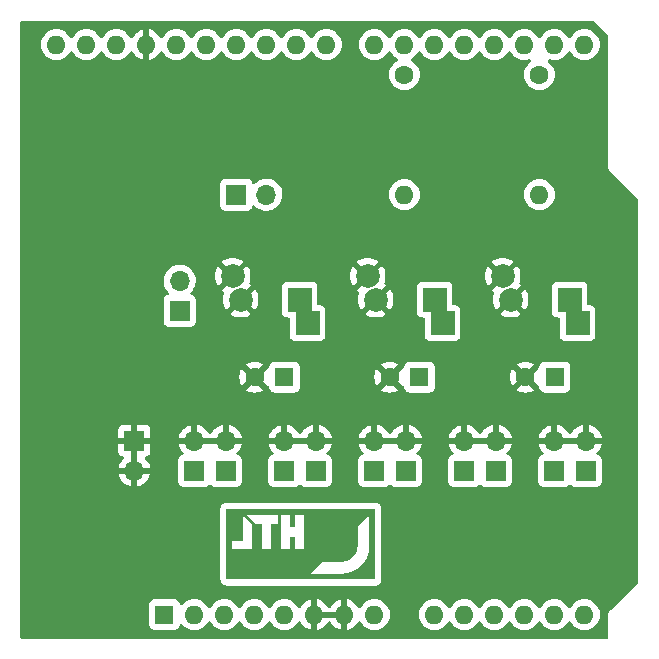
<source format=gbr>
%TF.GenerationSoftware,KiCad,Pcbnew,(6.0.11)*%
%TF.CreationDate,2023-02-17T08:49:58+01:00*%
%TF.ProjectId,dac-shield,6461632d-7368-4696-956c-642e6b696361,rev.0*%
%TF.SameCoordinates,Original*%
%TF.FileFunction,Copper,L2,Bot*%
%TF.FilePolarity,Positive*%
%FSLAX46Y46*%
G04 Gerber Fmt 4.6, Leading zero omitted, Abs format (unit mm)*
G04 Created by KiCad (PCBNEW (6.0.11)) date 2023-02-17 08:49:58*
%MOMM*%
%LPD*%
G01*
G04 APERTURE LIST*
%TA.AperFunction,ComponentPad*%
%ADD10R,1.600000X1.600000*%
%TD*%
%TA.AperFunction,ComponentPad*%
%ADD11C,1.600000*%
%TD*%
%TA.AperFunction,ComponentPad*%
%ADD12R,1.700000X1.700000*%
%TD*%
%TA.AperFunction,ComponentPad*%
%ADD13O,1.700000X1.700000*%
%TD*%
%TA.AperFunction,ComponentPad*%
%ADD14R,2.000000X2.000000*%
%TD*%
%TA.AperFunction,ComponentPad*%
%ADD15C,2.000000*%
%TD*%
%TA.AperFunction,ComponentPad*%
%ADD16O,1.600000X1.600000*%
%TD*%
%TA.AperFunction,ViaPad*%
%ADD17C,0.800000*%
%TD*%
G04 APERTURE END LIST*
%TO.C,REF\u002A\u002A*%
G36*
X127176027Y-124029076D02*
G01*
X127176027Y-123528848D01*
X134287217Y-123528848D01*
X136879830Y-123528848D01*
X137003437Y-123525731D01*
X137125411Y-123516479D01*
X137245603Y-123501244D01*
X137363861Y-123480174D01*
X137480037Y-123453420D01*
X137593980Y-123421130D01*
X137705541Y-123383457D01*
X137814569Y-123340548D01*
X137920915Y-123292555D01*
X138024429Y-123239626D01*
X138124961Y-123181912D01*
X138222360Y-123119564D01*
X138316478Y-123052729D01*
X138407163Y-122981560D01*
X138494267Y-122906205D01*
X138577639Y-122826814D01*
X138657129Y-122743537D01*
X138732588Y-122656525D01*
X138803865Y-122565926D01*
X138870811Y-122471892D01*
X138933276Y-122374571D01*
X138991109Y-122274114D01*
X139044162Y-122170671D01*
X139092283Y-122064391D01*
X139135323Y-121955425D01*
X139173133Y-121843922D01*
X139205561Y-121730032D01*
X139232459Y-121613906D01*
X139253677Y-121495692D01*
X139269064Y-121375541D01*
X139278470Y-121253603D01*
X139281746Y-121130028D01*
X139281746Y-118534321D01*
X138273537Y-119546661D01*
X138273537Y-121126926D01*
X138271728Y-121198585D01*
X138266358Y-121269297D01*
X138257515Y-121338977D01*
X138245286Y-121407536D01*
X138229758Y-121474888D01*
X138226437Y-121486595D01*
X138211018Y-121540946D01*
X138189154Y-121605623D01*
X138164252Y-121668830D01*
X138136399Y-121730482D01*
X138105684Y-121790491D01*
X138072192Y-121848769D01*
X138036011Y-121905230D01*
X137997228Y-121959787D01*
X137955930Y-122012352D01*
X137912205Y-122062838D01*
X137866140Y-122111158D01*
X137817821Y-122157224D01*
X137767336Y-122200951D01*
X137714772Y-122242250D01*
X137660216Y-122281034D01*
X137603755Y-122317216D01*
X137545477Y-122350710D01*
X137485469Y-122381427D01*
X137423817Y-122409281D01*
X137360608Y-122434185D01*
X137295931Y-122456050D01*
X137229872Y-122474791D01*
X137162518Y-122490320D01*
X137093956Y-122502550D01*
X137024274Y-122511393D01*
X136953559Y-122516763D01*
X136881897Y-122518573D01*
X135303696Y-122518573D01*
X134287217Y-123528848D01*
X127176027Y-123528848D01*
X127176027Y-121486595D01*
X127675737Y-121486595D01*
X129315950Y-121486595D01*
X129315950Y-119342539D01*
X128553720Y-118580313D01*
X128553720Y-120763125D01*
X127675737Y-120763125D01*
X127675737Y-121486595D01*
X127176027Y-121486595D01*
X127176027Y-118529152D01*
X128842591Y-118529152D01*
X129650811Y-119324970D01*
X130148454Y-119324970D01*
X130148454Y-121486595D01*
X130910684Y-121486595D01*
X131775743Y-121486595D01*
X132537972Y-121486595D01*
X132537972Y-120439631D01*
X132964822Y-120439631D01*
X132964822Y-121486595D01*
X133730149Y-121486595D01*
X133730149Y-118529152D01*
X132964822Y-118529152D01*
X132964822Y-119608156D01*
X132537972Y-119608156D01*
X132537972Y-118529152D01*
X131775743Y-118529152D01*
X131775743Y-121486595D01*
X130910684Y-121486595D01*
X130910684Y-119324970D01*
X131527185Y-119324970D01*
X131527185Y-118529152D01*
X128842591Y-118529152D01*
X127176027Y-118529152D01*
X127176027Y-118028925D01*
X139781975Y-118028925D01*
X139781975Y-124029076D01*
X127176027Y-124029076D01*
G37*
%TD*%
D10*
%TO.P,C3,1*%
%TO.N,pwm_filt*%
X154979130Y-106894250D03*
D11*
%TO.P,C3,2*%
%TO.N,GND*%
X152479130Y-106894250D03*
%TD*%
D10*
%TO.P,C9,1*%
%TO.N,sb_filt*%
X143502714Y-106894250D03*
D11*
%TO.P,C9,2*%
%TO.N,GND*%
X141002714Y-106894250D03*
%TD*%
%TO.P,C7,2*%
%TO.N,GND*%
X129572714Y-106894250D03*
D10*
%TO.P,C7,1*%
%TO.N,Net-(C4-Pad1)*%
X132072714Y-106894250D03*
%TD*%
D12*
%TO.P,J5,1,Pin_1*%
%TO.N,sb*%
X142360000Y-114808000D03*
D13*
%TO.P,J5,2,Pin_2*%
%TO.N,GND*%
X142360000Y-112268000D03*
%TD*%
D14*
%TO.P,C5,1*%
%TO.N,Net-(C4-Pad1)*%
X133367602Y-100330000D03*
X134039746Y-102330000D03*
D15*
%TO.P,C5,2*%
%TO.N,GND*%
X128367602Y-100330000D03*
X127695458Y-98330000D03*
%TD*%
D12*
%TO.P,J4,1,Pin_1*%
%TO.N,Net-(J4-Pad1)*%
X128011000Y-91440000D03*
D13*
%TO.P,J4,2,Pin_2*%
%TO.N,Net-(J4-Pad2)*%
X130551000Y-91440000D03*
%TD*%
D12*
%TO.P,TP1,1,1*%
%TO.N,r2r_filt*%
X124460000Y-114813000D03*
D13*
%TO.P,TP1,2,2*%
%TO.N,GND*%
X124460000Y-112273000D03*
%TD*%
D12*
%TO.P,J8,1,Pin_1*%
%TO.N,sb_filt*%
X134740000Y-114808000D03*
D13*
%TO.P,J8,2,Pin_2*%
%TO.N,GND*%
X134740000Y-112268000D03*
%TD*%
D11*
%TO.P,R1,1*%
%TO.N,pwm*%
X153670000Y-81280000D03*
D16*
%TO.P,R1,2*%
%TO.N,pwm_filt*%
X153670000Y-91440000D03*
%TD*%
D12*
%TO.P,TP5,1,1*%
%TO.N,pwm*%
X154940000Y-114808000D03*
D13*
%TO.P,TP5,2,2*%
%TO.N,GND*%
X154940000Y-112268000D03*
%TD*%
D12*
%TO.P,J6,1,Pin_1*%
%TO.N,r2r_filt*%
X123207602Y-101279000D03*
D13*
%TO.P,J6,2,Pin_2*%
%TO.N,Net-(C4-Pad1)*%
X123207602Y-98739000D03*
%TD*%
D12*
%TO.P,J7,1,Pin_1*%
%TO.N,r2r_filt*%
X127120000Y-114808000D03*
D13*
%TO.P,J7,2,Pin_2*%
%TO.N,GND*%
X127120000Y-112268000D03*
%TD*%
D11*
%TO.P,R22,1*%
%TO.N,sb*%
X142240000Y-81280000D03*
D16*
%TO.P,R22,2*%
%TO.N,sb_filt*%
X142240000Y-91440000D03*
%TD*%
D12*
%TO.P,TP2,1,1*%
%TO.N,sb_filt*%
X132080000Y-114808000D03*
D13*
%TO.P,TP2,2,2*%
%TO.N,GND*%
X132080000Y-112268000D03*
%TD*%
D12*
%TO.P,TP4,1,1*%
%TO.N,pwm_filt*%
X147320000Y-114813000D03*
D13*
%TO.P,TP4,2,2*%
%TO.N,GND*%
X147320000Y-112273000D03*
%TD*%
D12*
%TO.P,TP3,1,1*%
%TO.N,sb*%
X139700000Y-114813000D03*
D13*
%TO.P,TP3,2,2*%
%TO.N,GND*%
X139700000Y-112273000D03*
%TD*%
D14*
%TO.P,C8,1*%
%TO.N,sb_filt*%
X145469746Y-102330000D03*
X144797602Y-100330000D03*
D15*
%TO.P,C8,2*%
%TO.N,GND*%
X139797602Y-100330000D03*
X139125458Y-98330000D03*
%TD*%
D12*
%TO.P,J3,1,Pin_1*%
%TO.N,pwm_filt*%
X149980000Y-114808000D03*
D13*
%TO.P,J3,2,Pin_2*%
%TO.N,GND*%
X149980000Y-112268000D03*
%TD*%
D12*
%TO.P,J2,1,Pin_1*%
%TO.N,pwm*%
X157600000Y-114808000D03*
D13*
%TO.P,J2,2,Pin_2*%
%TO.N,GND*%
X157600000Y-112268000D03*
%TD*%
D14*
%TO.P,C2,1*%
%TO.N,pwm_filt*%
X156227602Y-100330000D03*
X156899746Y-102330000D03*
D15*
%TO.P,C2,2*%
%TO.N,GND*%
X150555458Y-98330000D03*
X151227602Y-100330000D03*
%TD*%
D12*
%TO.P,J1,1,Pin_1*%
%TO.N,GND*%
X119380000Y-112268000D03*
D13*
%TO.P,J1,2,Pin_2*%
X119380000Y-114808000D03*
%TD*%
D10*
%TO.P,A1,1,NC*%
%TO.N,unconnected-(A1-Pad1)*%
X121920000Y-127000000D03*
D16*
%TO.P,A1,2,IOREF*%
%TO.N,unconnected-(A1-Pad2)*%
X124460000Y-127000000D03*
%TO.P,A1,3,~{RESET}*%
%TO.N,unconnected-(A1-Pad3)*%
X127000000Y-127000000D03*
%TO.P,A1,4,3V3*%
%TO.N,unconnected-(A1-Pad4)*%
X129540000Y-127000000D03*
%TO.P,A1,5,+5V*%
%TO.N,unconnected-(A1-Pad5)*%
X132080000Y-127000000D03*
%TO.P,A1,6,GND*%
%TO.N,GND*%
X134620000Y-127000000D03*
%TO.P,A1,7,GND*%
X137160000Y-127000000D03*
%TO.P,A1,8,VIN*%
%TO.N,unconnected-(A1-Pad8)*%
X139700000Y-127000000D03*
%TO.P,A1,9,A0*%
%TO.N,r2r_filt*%
X144780000Y-127000000D03*
%TO.P,A1,10,A1*%
%TO.N,sb_filt*%
X147320000Y-127000000D03*
%TO.P,A1,11,A2*%
%TO.N,sb*%
X149860000Y-127000000D03*
%TO.P,A1,12,A3*%
%TO.N,pwm_filt*%
X152400000Y-127000000D03*
%TO.P,A1,13,SDA/A4*%
%TO.N,pwm*%
X154940000Y-127000000D03*
%TO.P,A1,14,SCL/A5*%
%TO.N,unconnected-(A1-Pad14)*%
X157480000Y-127000000D03*
%TO.P,A1,15,D0/RX*%
%TO.N,unconnected-(A1-Pad15)*%
X157480000Y-78740000D03*
%TO.P,A1,16,D1/TX*%
%TO.N,unconnected-(A1-Pad16)*%
X154940000Y-78740000D03*
%TO.P,A1,17,D2*%
%TO.N,unconnected-(A1-Pad17)*%
X152400000Y-78740000D03*
%TO.P,A1,18,D3*%
%TO.N,pwm*%
X149860000Y-78740000D03*
%TO.P,A1,19,D4*%
%TO.N,sb*%
X147320000Y-78740000D03*
%TO.P,A1,20,D5*%
%TO.N,unconnected-(A1-Pad20)*%
X144780000Y-78740000D03*
%TO.P,A1,21,D6*%
%TO.N,unconnected-(A1-Pad21)*%
X142240000Y-78740000D03*
%TO.P,A1,22,D7*%
%TO.N,unconnected-(A1-Pad22)*%
X139700000Y-78740000D03*
%TO.P,A1,23,D8*%
%TO.N,b0*%
X135640000Y-78740000D03*
%TO.P,A1,24,D9*%
%TO.N,b1*%
X133100000Y-78740000D03*
%TO.P,A1,25,D10*%
%TO.N,b2*%
X130560000Y-78740000D03*
%TO.P,A1,26,D11*%
%TO.N,b3*%
X128020000Y-78740000D03*
%TO.P,A1,27,D12*%
%TO.N,b4*%
X125480000Y-78740000D03*
%TO.P,A1,28,D13*%
%TO.N,b5*%
X122940000Y-78740000D03*
%TO.P,A1,29,GND*%
%TO.N,GND*%
X120400000Y-78740000D03*
%TO.P,A1,30,AREF*%
%TO.N,unconnected-(A1-Pad30)*%
X117860000Y-78740000D03*
%TO.P,A1,31,SDA/A4*%
%TO.N,unconnected-(A1-Pad31)*%
X115320000Y-78740000D03*
%TO.P,A1,32,SCL/A5*%
%TO.N,unconnected-(A1-Pad32)*%
X112780000Y-78740000D03*
%TD*%
D17*
%TO.N,GND*%
X134366000Y-80010000D03*
X126746000Y-80010000D03*
X151638000Y-82550000D03*
X146045701Y-124718299D03*
X134112000Y-89916000D03*
X143124701Y-125099299D03*
X131826000Y-80010000D03*
X148590000Y-80010000D03*
X129286000Y-80010000D03*
X124206000Y-85090000D03*
X134366000Y-85090000D03*
X140970000Y-80010000D03*
X123444000Y-94234000D03*
X125476000Y-89662000D03*
X144018000Y-98044000D03*
X151130000Y-88646000D03*
X151130000Y-124714000D03*
X131826000Y-85090000D03*
X156210000Y-124714000D03*
X157480000Y-98298000D03*
X146050000Y-83312000D03*
X124206000Y-80010000D03*
X151130000Y-80010000D03*
X129286000Y-85090000D03*
X126746000Y-85090000D03*
X156210000Y-80010000D03*
X153670000Y-124714000D03*
X145034000Y-88646000D03*
X143510000Y-80010000D03*
X148590000Y-124714000D03*
X146558000Y-89916000D03*
%TD*%
%TA.AperFunction,Conductor*%
%TO.N,GND*%
G36*
X158301304Y-76728502D02*
G01*
X158322278Y-76745405D01*
X159474595Y-77897723D01*
X159508621Y-77960035D01*
X159511500Y-77986818D01*
X159511500Y-89082928D01*
X159510145Y-89095058D01*
X159510627Y-89095097D01*
X159509907Y-89104044D01*
X159507926Y-89112800D01*
X159508482Y-89121760D01*
X159511258Y-89166508D01*
X159511500Y-89174310D01*
X159511500Y-89190513D01*
X159512136Y-89194953D01*
X159512984Y-89200878D01*
X159514013Y-89210928D01*
X159516945Y-89258177D01*
X159519994Y-89266623D01*
X159520593Y-89269514D01*
X159524822Y-89286480D01*
X159525648Y-89289305D01*
X159526920Y-89298187D01*
X159546522Y-89341298D01*
X159550327Y-89350647D01*
X159566404Y-89395181D01*
X159571699Y-89402429D01*
X159573080Y-89405027D01*
X159581915Y-89420145D01*
X159583494Y-89422614D01*
X159587208Y-89430782D01*
X159593064Y-89437578D01*
X159618115Y-89466652D01*
X159624401Y-89474569D01*
X159629548Y-89481615D01*
X159629553Y-89481620D01*
X159632425Y-89485552D01*
X159643400Y-89496527D01*
X159649758Y-89503374D01*
X159682287Y-89541127D01*
X159689822Y-89546011D01*
X159696066Y-89551458D01*
X159707931Y-89561058D01*
X162014595Y-91867723D01*
X162048621Y-91930035D01*
X162051500Y-91956818D01*
X162051500Y-124197182D01*
X162031498Y-124265303D01*
X162014595Y-124286277D01*
X159710696Y-126590177D01*
X159701156Y-126597800D01*
X159701470Y-126598168D01*
X159694634Y-126603986D01*
X159687042Y-126608776D01*
X159681100Y-126615504D01*
X159651407Y-126649125D01*
X159646061Y-126654812D01*
X159634618Y-126666255D01*
X159628978Y-126673780D01*
X159628341Y-126674630D01*
X159621967Y-126682459D01*
X159590622Y-126717951D01*
X159586808Y-126726074D01*
X159585174Y-126728562D01*
X159576186Y-126743523D01*
X159574771Y-126746108D01*
X159569384Y-126753295D01*
X159560350Y-126777393D01*
X159552759Y-126797642D01*
X159548833Y-126806958D01*
X159528719Y-126849800D01*
X159527338Y-126858669D01*
X159526472Y-126861502D01*
X159522042Y-126878389D01*
X159521408Y-126881274D01*
X159518255Y-126889684D01*
X159517590Y-126898639D01*
X159514746Y-126936906D01*
X159513592Y-126946952D01*
X159511500Y-126960386D01*
X159511500Y-126975906D01*
X159511154Y-126985243D01*
X159507461Y-127034941D01*
X159509335Y-127043720D01*
X159509898Y-127051978D01*
X159511500Y-127067161D01*
X159511500Y-128905500D01*
X159491498Y-128973621D01*
X159437842Y-129020114D01*
X159385500Y-129031500D01*
X109854500Y-129031500D01*
X109786379Y-129011498D01*
X109739886Y-128957842D01*
X109728500Y-128905500D01*
X109728500Y-127848134D01*
X120611500Y-127848134D01*
X120618255Y-127910316D01*
X120669385Y-128046705D01*
X120756739Y-128163261D01*
X120873295Y-128250615D01*
X121009684Y-128301745D01*
X121071866Y-128308500D01*
X122768134Y-128308500D01*
X122830316Y-128301745D01*
X122966705Y-128250615D01*
X123083261Y-128163261D01*
X123170615Y-128046705D01*
X123221745Y-127910316D01*
X123222917Y-127899526D01*
X123223803Y-127897394D01*
X123224425Y-127894778D01*
X123224848Y-127894879D01*
X123250155Y-127833965D01*
X123308517Y-127793537D01*
X123379471Y-127791078D01*
X123440490Y-127827371D01*
X123447489Y-127836031D01*
X123450643Y-127839789D01*
X123453802Y-127844300D01*
X123615700Y-128006198D01*
X123620208Y-128009355D01*
X123620211Y-128009357D01*
X123661542Y-128038297D01*
X123803251Y-128137523D01*
X123808233Y-128139846D01*
X123808238Y-128139849D01*
X124004765Y-128231490D01*
X124010757Y-128234284D01*
X124016065Y-128235706D01*
X124016067Y-128235707D01*
X124226598Y-128292119D01*
X124226600Y-128292119D01*
X124231913Y-128293543D01*
X124460000Y-128313498D01*
X124688087Y-128293543D01*
X124693400Y-128292119D01*
X124693402Y-128292119D01*
X124903933Y-128235707D01*
X124903935Y-128235706D01*
X124909243Y-128234284D01*
X124915235Y-128231490D01*
X125111762Y-128139849D01*
X125111767Y-128139846D01*
X125116749Y-128137523D01*
X125258458Y-128038297D01*
X125299789Y-128009357D01*
X125299792Y-128009355D01*
X125304300Y-128006198D01*
X125466198Y-127844300D01*
X125597523Y-127656749D01*
X125599846Y-127651767D01*
X125599849Y-127651762D01*
X125615805Y-127617543D01*
X125662722Y-127564258D01*
X125730999Y-127544797D01*
X125798959Y-127565339D01*
X125844195Y-127617543D01*
X125860151Y-127651762D01*
X125860154Y-127651767D01*
X125862477Y-127656749D01*
X125993802Y-127844300D01*
X126155700Y-128006198D01*
X126160208Y-128009355D01*
X126160211Y-128009357D01*
X126201542Y-128038297D01*
X126343251Y-128137523D01*
X126348233Y-128139846D01*
X126348238Y-128139849D01*
X126544765Y-128231490D01*
X126550757Y-128234284D01*
X126556065Y-128235706D01*
X126556067Y-128235707D01*
X126766598Y-128292119D01*
X126766600Y-128292119D01*
X126771913Y-128293543D01*
X127000000Y-128313498D01*
X127228087Y-128293543D01*
X127233400Y-128292119D01*
X127233402Y-128292119D01*
X127443933Y-128235707D01*
X127443935Y-128235706D01*
X127449243Y-128234284D01*
X127455235Y-128231490D01*
X127651762Y-128139849D01*
X127651767Y-128139846D01*
X127656749Y-128137523D01*
X127798458Y-128038297D01*
X127839789Y-128009357D01*
X127839792Y-128009355D01*
X127844300Y-128006198D01*
X128006198Y-127844300D01*
X128137523Y-127656749D01*
X128139846Y-127651767D01*
X128139849Y-127651762D01*
X128155805Y-127617543D01*
X128202722Y-127564258D01*
X128270999Y-127544797D01*
X128338959Y-127565339D01*
X128384195Y-127617543D01*
X128400151Y-127651762D01*
X128400154Y-127651767D01*
X128402477Y-127656749D01*
X128533802Y-127844300D01*
X128695700Y-128006198D01*
X128700208Y-128009355D01*
X128700211Y-128009357D01*
X128741542Y-128038297D01*
X128883251Y-128137523D01*
X128888233Y-128139846D01*
X128888238Y-128139849D01*
X129084765Y-128231490D01*
X129090757Y-128234284D01*
X129096065Y-128235706D01*
X129096067Y-128235707D01*
X129306598Y-128292119D01*
X129306600Y-128292119D01*
X129311913Y-128293543D01*
X129540000Y-128313498D01*
X129768087Y-128293543D01*
X129773400Y-128292119D01*
X129773402Y-128292119D01*
X129983933Y-128235707D01*
X129983935Y-128235706D01*
X129989243Y-128234284D01*
X129995235Y-128231490D01*
X130191762Y-128139849D01*
X130191767Y-128139846D01*
X130196749Y-128137523D01*
X130338458Y-128038297D01*
X130379789Y-128009357D01*
X130379792Y-128009355D01*
X130384300Y-128006198D01*
X130546198Y-127844300D01*
X130677523Y-127656749D01*
X130679846Y-127651767D01*
X130679849Y-127651762D01*
X130695805Y-127617543D01*
X130742722Y-127564258D01*
X130810999Y-127544797D01*
X130878959Y-127565339D01*
X130924195Y-127617543D01*
X130940151Y-127651762D01*
X130940154Y-127651767D01*
X130942477Y-127656749D01*
X131073802Y-127844300D01*
X131235700Y-128006198D01*
X131240208Y-128009355D01*
X131240211Y-128009357D01*
X131281542Y-128038297D01*
X131423251Y-128137523D01*
X131428233Y-128139846D01*
X131428238Y-128139849D01*
X131624765Y-128231490D01*
X131630757Y-128234284D01*
X131636065Y-128235706D01*
X131636067Y-128235707D01*
X131846598Y-128292119D01*
X131846600Y-128292119D01*
X131851913Y-128293543D01*
X132080000Y-128313498D01*
X132308087Y-128293543D01*
X132313400Y-128292119D01*
X132313402Y-128292119D01*
X132523933Y-128235707D01*
X132523935Y-128235706D01*
X132529243Y-128234284D01*
X132535235Y-128231490D01*
X132731762Y-128139849D01*
X132731767Y-128139846D01*
X132736749Y-128137523D01*
X132878458Y-128038297D01*
X132919789Y-128009357D01*
X132919792Y-128009355D01*
X132924300Y-128006198D01*
X133086198Y-127844300D01*
X133217523Y-127656749D01*
X133219846Y-127651767D01*
X133219849Y-127651762D01*
X133236081Y-127616951D01*
X133282998Y-127563666D01*
X133351275Y-127544205D01*
X133419235Y-127564747D01*
X133464471Y-127616951D01*
X133480586Y-127651511D01*
X133486069Y-127661007D01*
X133611028Y-127839467D01*
X133618084Y-127847875D01*
X133772125Y-128001916D01*
X133780533Y-128008972D01*
X133958993Y-128133931D01*
X133968489Y-128139414D01*
X134165947Y-128231490D01*
X134176239Y-128235236D01*
X134348503Y-128281394D01*
X134362599Y-128281058D01*
X134366000Y-128273116D01*
X134366000Y-128267967D01*
X134874000Y-128267967D01*
X134877973Y-128281498D01*
X134886522Y-128282727D01*
X135063761Y-128235236D01*
X135074053Y-128231490D01*
X135271511Y-128139414D01*
X135281007Y-128133931D01*
X135459467Y-128008972D01*
X135467875Y-128001916D01*
X135621916Y-127847875D01*
X135628972Y-127839467D01*
X135753931Y-127661007D01*
X135759414Y-127651511D01*
X135775805Y-127616359D01*
X135822722Y-127563074D01*
X135890999Y-127543613D01*
X135958959Y-127564155D01*
X136004195Y-127616359D01*
X136020586Y-127651511D01*
X136026069Y-127661007D01*
X136151028Y-127839467D01*
X136158084Y-127847875D01*
X136312125Y-128001916D01*
X136320533Y-128008972D01*
X136498993Y-128133931D01*
X136508489Y-128139414D01*
X136705947Y-128231490D01*
X136716239Y-128235236D01*
X136888503Y-128281394D01*
X136902599Y-128281058D01*
X136906000Y-128273116D01*
X136906000Y-128267967D01*
X137414000Y-128267967D01*
X137417973Y-128281498D01*
X137426522Y-128282727D01*
X137603761Y-128235236D01*
X137614053Y-128231490D01*
X137811511Y-128139414D01*
X137821007Y-128133931D01*
X137999467Y-128008972D01*
X138007875Y-128001916D01*
X138161916Y-127847875D01*
X138168972Y-127839467D01*
X138293931Y-127661007D01*
X138299414Y-127651511D01*
X138315529Y-127616951D01*
X138362446Y-127563666D01*
X138430723Y-127544205D01*
X138498683Y-127564747D01*
X138543919Y-127616951D01*
X138560151Y-127651762D01*
X138560154Y-127651767D01*
X138562477Y-127656749D01*
X138693802Y-127844300D01*
X138855700Y-128006198D01*
X138860208Y-128009355D01*
X138860211Y-128009357D01*
X138901542Y-128038297D01*
X139043251Y-128137523D01*
X139048233Y-128139846D01*
X139048238Y-128139849D01*
X139244765Y-128231490D01*
X139250757Y-128234284D01*
X139256065Y-128235706D01*
X139256067Y-128235707D01*
X139466598Y-128292119D01*
X139466600Y-128292119D01*
X139471913Y-128293543D01*
X139700000Y-128313498D01*
X139928087Y-128293543D01*
X139933400Y-128292119D01*
X139933402Y-128292119D01*
X140143933Y-128235707D01*
X140143935Y-128235706D01*
X140149243Y-128234284D01*
X140155235Y-128231490D01*
X140351762Y-128139849D01*
X140351767Y-128139846D01*
X140356749Y-128137523D01*
X140498458Y-128038297D01*
X140539789Y-128009357D01*
X140539792Y-128009355D01*
X140544300Y-128006198D01*
X140706198Y-127844300D01*
X140837523Y-127656749D01*
X140839846Y-127651767D01*
X140839849Y-127651762D01*
X140931961Y-127454225D01*
X140931961Y-127454224D01*
X140934284Y-127449243D01*
X140982970Y-127267548D01*
X140992119Y-127233402D01*
X140992119Y-127233400D01*
X140993543Y-127228087D01*
X141013498Y-127000000D01*
X143466502Y-127000000D01*
X143486457Y-127228087D01*
X143487881Y-127233400D01*
X143487881Y-127233402D01*
X143497031Y-127267548D01*
X143545716Y-127449243D01*
X143548039Y-127454224D01*
X143548039Y-127454225D01*
X143640151Y-127651762D01*
X143640154Y-127651767D01*
X143642477Y-127656749D01*
X143773802Y-127844300D01*
X143935700Y-128006198D01*
X143940208Y-128009355D01*
X143940211Y-128009357D01*
X143981542Y-128038297D01*
X144123251Y-128137523D01*
X144128233Y-128139846D01*
X144128238Y-128139849D01*
X144324765Y-128231490D01*
X144330757Y-128234284D01*
X144336065Y-128235706D01*
X144336067Y-128235707D01*
X144546598Y-128292119D01*
X144546600Y-128292119D01*
X144551913Y-128293543D01*
X144780000Y-128313498D01*
X145008087Y-128293543D01*
X145013400Y-128292119D01*
X145013402Y-128292119D01*
X145223933Y-128235707D01*
X145223935Y-128235706D01*
X145229243Y-128234284D01*
X145235235Y-128231490D01*
X145431762Y-128139849D01*
X145431767Y-128139846D01*
X145436749Y-128137523D01*
X145578458Y-128038297D01*
X145619789Y-128009357D01*
X145619792Y-128009355D01*
X145624300Y-128006198D01*
X145786198Y-127844300D01*
X145917523Y-127656749D01*
X145919846Y-127651767D01*
X145919849Y-127651762D01*
X145935805Y-127617543D01*
X145982722Y-127564258D01*
X146050999Y-127544797D01*
X146118959Y-127565339D01*
X146164195Y-127617543D01*
X146180151Y-127651762D01*
X146180154Y-127651767D01*
X146182477Y-127656749D01*
X146313802Y-127844300D01*
X146475700Y-128006198D01*
X146480208Y-128009355D01*
X146480211Y-128009357D01*
X146521542Y-128038297D01*
X146663251Y-128137523D01*
X146668233Y-128139846D01*
X146668238Y-128139849D01*
X146864765Y-128231490D01*
X146870757Y-128234284D01*
X146876065Y-128235706D01*
X146876067Y-128235707D01*
X147086598Y-128292119D01*
X147086600Y-128292119D01*
X147091913Y-128293543D01*
X147320000Y-128313498D01*
X147548087Y-128293543D01*
X147553400Y-128292119D01*
X147553402Y-128292119D01*
X147763933Y-128235707D01*
X147763935Y-128235706D01*
X147769243Y-128234284D01*
X147775235Y-128231490D01*
X147971762Y-128139849D01*
X147971767Y-128139846D01*
X147976749Y-128137523D01*
X148118458Y-128038297D01*
X148159789Y-128009357D01*
X148159792Y-128009355D01*
X148164300Y-128006198D01*
X148326198Y-127844300D01*
X148457523Y-127656749D01*
X148459846Y-127651767D01*
X148459849Y-127651762D01*
X148475805Y-127617543D01*
X148522722Y-127564258D01*
X148590999Y-127544797D01*
X148658959Y-127565339D01*
X148704195Y-127617543D01*
X148720151Y-127651762D01*
X148720154Y-127651767D01*
X148722477Y-127656749D01*
X148853802Y-127844300D01*
X149015700Y-128006198D01*
X149020208Y-128009355D01*
X149020211Y-128009357D01*
X149061542Y-128038297D01*
X149203251Y-128137523D01*
X149208233Y-128139846D01*
X149208238Y-128139849D01*
X149404765Y-128231490D01*
X149410757Y-128234284D01*
X149416065Y-128235706D01*
X149416067Y-128235707D01*
X149626598Y-128292119D01*
X149626600Y-128292119D01*
X149631913Y-128293543D01*
X149860000Y-128313498D01*
X150088087Y-128293543D01*
X150093400Y-128292119D01*
X150093402Y-128292119D01*
X150303933Y-128235707D01*
X150303935Y-128235706D01*
X150309243Y-128234284D01*
X150315235Y-128231490D01*
X150511762Y-128139849D01*
X150511767Y-128139846D01*
X150516749Y-128137523D01*
X150658458Y-128038297D01*
X150699789Y-128009357D01*
X150699792Y-128009355D01*
X150704300Y-128006198D01*
X150866198Y-127844300D01*
X150997523Y-127656749D01*
X150999846Y-127651767D01*
X150999849Y-127651762D01*
X151015805Y-127617543D01*
X151062722Y-127564258D01*
X151130999Y-127544797D01*
X151198959Y-127565339D01*
X151244195Y-127617543D01*
X151260151Y-127651762D01*
X151260154Y-127651767D01*
X151262477Y-127656749D01*
X151393802Y-127844300D01*
X151555700Y-128006198D01*
X151560208Y-128009355D01*
X151560211Y-128009357D01*
X151601542Y-128038297D01*
X151743251Y-128137523D01*
X151748233Y-128139846D01*
X151748238Y-128139849D01*
X151944765Y-128231490D01*
X151950757Y-128234284D01*
X151956065Y-128235706D01*
X151956067Y-128235707D01*
X152166598Y-128292119D01*
X152166600Y-128292119D01*
X152171913Y-128293543D01*
X152400000Y-128313498D01*
X152628087Y-128293543D01*
X152633400Y-128292119D01*
X152633402Y-128292119D01*
X152843933Y-128235707D01*
X152843935Y-128235706D01*
X152849243Y-128234284D01*
X152855235Y-128231490D01*
X153051762Y-128139849D01*
X153051767Y-128139846D01*
X153056749Y-128137523D01*
X153198458Y-128038297D01*
X153239789Y-128009357D01*
X153239792Y-128009355D01*
X153244300Y-128006198D01*
X153406198Y-127844300D01*
X153537523Y-127656749D01*
X153539846Y-127651767D01*
X153539849Y-127651762D01*
X153555805Y-127617543D01*
X153602722Y-127564258D01*
X153670999Y-127544797D01*
X153738959Y-127565339D01*
X153784195Y-127617543D01*
X153800151Y-127651762D01*
X153800154Y-127651767D01*
X153802477Y-127656749D01*
X153933802Y-127844300D01*
X154095700Y-128006198D01*
X154100208Y-128009355D01*
X154100211Y-128009357D01*
X154141542Y-128038297D01*
X154283251Y-128137523D01*
X154288233Y-128139846D01*
X154288238Y-128139849D01*
X154484765Y-128231490D01*
X154490757Y-128234284D01*
X154496065Y-128235706D01*
X154496067Y-128235707D01*
X154706598Y-128292119D01*
X154706600Y-128292119D01*
X154711913Y-128293543D01*
X154940000Y-128313498D01*
X155168087Y-128293543D01*
X155173400Y-128292119D01*
X155173402Y-128292119D01*
X155383933Y-128235707D01*
X155383935Y-128235706D01*
X155389243Y-128234284D01*
X155395235Y-128231490D01*
X155591762Y-128139849D01*
X155591767Y-128139846D01*
X155596749Y-128137523D01*
X155738458Y-128038297D01*
X155779789Y-128009357D01*
X155779792Y-128009355D01*
X155784300Y-128006198D01*
X155946198Y-127844300D01*
X156077523Y-127656749D01*
X156079846Y-127651767D01*
X156079849Y-127651762D01*
X156095805Y-127617543D01*
X156142722Y-127564258D01*
X156210999Y-127544797D01*
X156278959Y-127565339D01*
X156324195Y-127617543D01*
X156340151Y-127651762D01*
X156340154Y-127651767D01*
X156342477Y-127656749D01*
X156473802Y-127844300D01*
X156635700Y-128006198D01*
X156640208Y-128009355D01*
X156640211Y-128009357D01*
X156681542Y-128038297D01*
X156823251Y-128137523D01*
X156828233Y-128139846D01*
X156828238Y-128139849D01*
X157024765Y-128231490D01*
X157030757Y-128234284D01*
X157036065Y-128235706D01*
X157036067Y-128235707D01*
X157246598Y-128292119D01*
X157246600Y-128292119D01*
X157251913Y-128293543D01*
X157480000Y-128313498D01*
X157708087Y-128293543D01*
X157713400Y-128292119D01*
X157713402Y-128292119D01*
X157923933Y-128235707D01*
X157923935Y-128235706D01*
X157929243Y-128234284D01*
X157935235Y-128231490D01*
X158131762Y-128139849D01*
X158131767Y-128139846D01*
X158136749Y-128137523D01*
X158278458Y-128038297D01*
X158319789Y-128009357D01*
X158319792Y-128009355D01*
X158324300Y-128006198D01*
X158486198Y-127844300D01*
X158617523Y-127656749D01*
X158619846Y-127651767D01*
X158619849Y-127651762D01*
X158711961Y-127454225D01*
X158711961Y-127454224D01*
X158714284Y-127449243D01*
X158762970Y-127267548D01*
X158772119Y-127233402D01*
X158772119Y-127233400D01*
X158773543Y-127228087D01*
X158793498Y-127000000D01*
X158773543Y-126771913D01*
X158764110Y-126736708D01*
X158715707Y-126556067D01*
X158715706Y-126556065D01*
X158714284Y-126550757D01*
X158660148Y-126434661D01*
X158619849Y-126348238D01*
X158619846Y-126348233D01*
X158617523Y-126343251D01*
X158486198Y-126155700D01*
X158324300Y-125993802D01*
X158319792Y-125990645D01*
X158319789Y-125990643D01*
X158241611Y-125935902D01*
X158136749Y-125862477D01*
X158131767Y-125860154D01*
X158131762Y-125860151D01*
X157934225Y-125768039D01*
X157934224Y-125768039D01*
X157929243Y-125765716D01*
X157923935Y-125764294D01*
X157923933Y-125764293D01*
X157713402Y-125707881D01*
X157713400Y-125707881D01*
X157708087Y-125706457D01*
X157480000Y-125686502D01*
X157251913Y-125706457D01*
X157246600Y-125707881D01*
X157246598Y-125707881D01*
X157036067Y-125764293D01*
X157036065Y-125764294D01*
X157030757Y-125765716D01*
X157025776Y-125768039D01*
X157025775Y-125768039D01*
X156828238Y-125860151D01*
X156828233Y-125860154D01*
X156823251Y-125862477D01*
X156718389Y-125935902D01*
X156640211Y-125990643D01*
X156640208Y-125990645D01*
X156635700Y-125993802D01*
X156473802Y-126155700D01*
X156342477Y-126343251D01*
X156340154Y-126348233D01*
X156340151Y-126348238D01*
X156324195Y-126382457D01*
X156277278Y-126435742D01*
X156209001Y-126455203D01*
X156141041Y-126434661D01*
X156095805Y-126382457D01*
X156079849Y-126348238D01*
X156079846Y-126348233D01*
X156077523Y-126343251D01*
X155946198Y-126155700D01*
X155784300Y-125993802D01*
X155779792Y-125990645D01*
X155779789Y-125990643D01*
X155701611Y-125935902D01*
X155596749Y-125862477D01*
X155591767Y-125860154D01*
X155591762Y-125860151D01*
X155394225Y-125768039D01*
X155394224Y-125768039D01*
X155389243Y-125765716D01*
X155383935Y-125764294D01*
X155383933Y-125764293D01*
X155173402Y-125707881D01*
X155173400Y-125707881D01*
X155168087Y-125706457D01*
X154940000Y-125686502D01*
X154711913Y-125706457D01*
X154706600Y-125707881D01*
X154706598Y-125707881D01*
X154496067Y-125764293D01*
X154496065Y-125764294D01*
X154490757Y-125765716D01*
X154485776Y-125768039D01*
X154485775Y-125768039D01*
X154288238Y-125860151D01*
X154288233Y-125860154D01*
X154283251Y-125862477D01*
X154178389Y-125935902D01*
X154100211Y-125990643D01*
X154100208Y-125990645D01*
X154095700Y-125993802D01*
X153933802Y-126155700D01*
X153802477Y-126343251D01*
X153800154Y-126348233D01*
X153800151Y-126348238D01*
X153784195Y-126382457D01*
X153737278Y-126435742D01*
X153669001Y-126455203D01*
X153601041Y-126434661D01*
X153555805Y-126382457D01*
X153539849Y-126348238D01*
X153539846Y-126348233D01*
X153537523Y-126343251D01*
X153406198Y-126155700D01*
X153244300Y-125993802D01*
X153239792Y-125990645D01*
X153239789Y-125990643D01*
X153161611Y-125935902D01*
X153056749Y-125862477D01*
X153051767Y-125860154D01*
X153051762Y-125860151D01*
X152854225Y-125768039D01*
X152854224Y-125768039D01*
X152849243Y-125765716D01*
X152843935Y-125764294D01*
X152843933Y-125764293D01*
X152633402Y-125707881D01*
X152633400Y-125707881D01*
X152628087Y-125706457D01*
X152400000Y-125686502D01*
X152171913Y-125706457D01*
X152166600Y-125707881D01*
X152166598Y-125707881D01*
X151956067Y-125764293D01*
X151956065Y-125764294D01*
X151950757Y-125765716D01*
X151945776Y-125768039D01*
X151945775Y-125768039D01*
X151748238Y-125860151D01*
X151748233Y-125860154D01*
X151743251Y-125862477D01*
X151638389Y-125935902D01*
X151560211Y-125990643D01*
X151560208Y-125990645D01*
X151555700Y-125993802D01*
X151393802Y-126155700D01*
X151262477Y-126343251D01*
X151260154Y-126348233D01*
X151260151Y-126348238D01*
X151244195Y-126382457D01*
X151197278Y-126435742D01*
X151129001Y-126455203D01*
X151061041Y-126434661D01*
X151015805Y-126382457D01*
X150999849Y-126348238D01*
X150999846Y-126348233D01*
X150997523Y-126343251D01*
X150866198Y-126155700D01*
X150704300Y-125993802D01*
X150699792Y-125990645D01*
X150699789Y-125990643D01*
X150621611Y-125935902D01*
X150516749Y-125862477D01*
X150511767Y-125860154D01*
X150511762Y-125860151D01*
X150314225Y-125768039D01*
X150314224Y-125768039D01*
X150309243Y-125765716D01*
X150303935Y-125764294D01*
X150303933Y-125764293D01*
X150093402Y-125707881D01*
X150093400Y-125707881D01*
X150088087Y-125706457D01*
X149860000Y-125686502D01*
X149631913Y-125706457D01*
X149626600Y-125707881D01*
X149626598Y-125707881D01*
X149416067Y-125764293D01*
X149416065Y-125764294D01*
X149410757Y-125765716D01*
X149405776Y-125768039D01*
X149405775Y-125768039D01*
X149208238Y-125860151D01*
X149208233Y-125860154D01*
X149203251Y-125862477D01*
X149098389Y-125935902D01*
X149020211Y-125990643D01*
X149020208Y-125990645D01*
X149015700Y-125993802D01*
X148853802Y-126155700D01*
X148722477Y-126343251D01*
X148720154Y-126348233D01*
X148720151Y-126348238D01*
X148704195Y-126382457D01*
X148657278Y-126435742D01*
X148589001Y-126455203D01*
X148521041Y-126434661D01*
X148475805Y-126382457D01*
X148459849Y-126348238D01*
X148459846Y-126348233D01*
X148457523Y-126343251D01*
X148326198Y-126155700D01*
X148164300Y-125993802D01*
X148159792Y-125990645D01*
X148159789Y-125990643D01*
X148081611Y-125935902D01*
X147976749Y-125862477D01*
X147971767Y-125860154D01*
X147971762Y-125860151D01*
X147774225Y-125768039D01*
X147774224Y-125768039D01*
X147769243Y-125765716D01*
X147763935Y-125764294D01*
X147763933Y-125764293D01*
X147553402Y-125707881D01*
X147553400Y-125707881D01*
X147548087Y-125706457D01*
X147320000Y-125686502D01*
X147091913Y-125706457D01*
X147086600Y-125707881D01*
X147086598Y-125707881D01*
X146876067Y-125764293D01*
X146876065Y-125764294D01*
X146870757Y-125765716D01*
X146865776Y-125768039D01*
X146865775Y-125768039D01*
X146668238Y-125860151D01*
X146668233Y-125860154D01*
X146663251Y-125862477D01*
X146558389Y-125935902D01*
X146480211Y-125990643D01*
X146480208Y-125990645D01*
X146475700Y-125993802D01*
X146313802Y-126155700D01*
X146182477Y-126343251D01*
X146180154Y-126348233D01*
X146180151Y-126348238D01*
X146164195Y-126382457D01*
X146117278Y-126435742D01*
X146049001Y-126455203D01*
X145981041Y-126434661D01*
X145935805Y-126382457D01*
X145919849Y-126348238D01*
X145919846Y-126348233D01*
X145917523Y-126343251D01*
X145786198Y-126155700D01*
X145624300Y-125993802D01*
X145619792Y-125990645D01*
X145619789Y-125990643D01*
X145541611Y-125935902D01*
X145436749Y-125862477D01*
X145431767Y-125860154D01*
X145431762Y-125860151D01*
X145234225Y-125768039D01*
X145234224Y-125768039D01*
X145229243Y-125765716D01*
X145223935Y-125764294D01*
X145223933Y-125764293D01*
X145013402Y-125707881D01*
X145013400Y-125707881D01*
X145008087Y-125706457D01*
X144780000Y-125686502D01*
X144551913Y-125706457D01*
X144546600Y-125707881D01*
X144546598Y-125707881D01*
X144336067Y-125764293D01*
X144336065Y-125764294D01*
X144330757Y-125765716D01*
X144325776Y-125768039D01*
X144325775Y-125768039D01*
X144128238Y-125860151D01*
X144128233Y-125860154D01*
X144123251Y-125862477D01*
X144018389Y-125935902D01*
X143940211Y-125990643D01*
X143940208Y-125990645D01*
X143935700Y-125993802D01*
X143773802Y-126155700D01*
X143642477Y-126343251D01*
X143640154Y-126348233D01*
X143640151Y-126348238D01*
X143599852Y-126434661D01*
X143545716Y-126550757D01*
X143544294Y-126556065D01*
X143544293Y-126556067D01*
X143495890Y-126736708D01*
X143486457Y-126771913D01*
X143466502Y-127000000D01*
X141013498Y-127000000D01*
X140993543Y-126771913D01*
X140984110Y-126736708D01*
X140935707Y-126556067D01*
X140935706Y-126556065D01*
X140934284Y-126550757D01*
X140880148Y-126434661D01*
X140839849Y-126348238D01*
X140839846Y-126348233D01*
X140837523Y-126343251D01*
X140706198Y-126155700D01*
X140544300Y-125993802D01*
X140539792Y-125990645D01*
X140539789Y-125990643D01*
X140461611Y-125935902D01*
X140356749Y-125862477D01*
X140351767Y-125860154D01*
X140351762Y-125860151D01*
X140154225Y-125768039D01*
X140154224Y-125768039D01*
X140149243Y-125765716D01*
X140143935Y-125764294D01*
X140143933Y-125764293D01*
X139933402Y-125707881D01*
X139933400Y-125707881D01*
X139928087Y-125706457D01*
X139700000Y-125686502D01*
X139471913Y-125706457D01*
X139466600Y-125707881D01*
X139466598Y-125707881D01*
X139256067Y-125764293D01*
X139256065Y-125764294D01*
X139250757Y-125765716D01*
X139245776Y-125768039D01*
X139245775Y-125768039D01*
X139048238Y-125860151D01*
X139048233Y-125860154D01*
X139043251Y-125862477D01*
X138938389Y-125935902D01*
X138860211Y-125990643D01*
X138860208Y-125990645D01*
X138855700Y-125993802D01*
X138693802Y-126155700D01*
X138562477Y-126343251D01*
X138560154Y-126348233D01*
X138560151Y-126348238D01*
X138543919Y-126383049D01*
X138497002Y-126436334D01*
X138428725Y-126455795D01*
X138360765Y-126435253D01*
X138315529Y-126383049D01*
X138299414Y-126348489D01*
X138293931Y-126338993D01*
X138168972Y-126160533D01*
X138161916Y-126152125D01*
X138007875Y-125998084D01*
X137999467Y-125991028D01*
X137821007Y-125866069D01*
X137811511Y-125860586D01*
X137614053Y-125768510D01*
X137603761Y-125764764D01*
X137431497Y-125718606D01*
X137417401Y-125718942D01*
X137414000Y-125726884D01*
X137414000Y-128267967D01*
X136906000Y-128267967D01*
X136906000Y-127272115D01*
X136901525Y-127256876D01*
X136900135Y-127255671D01*
X136892452Y-127254000D01*
X134892115Y-127254000D01*
X134876876Y-127258475D01*
X134875671Y-127259865D01*
X134874000Y-127267548D01*
X134874000Y-128267967D01*
X134366000Y-128267967D01*
X134366000Y-126727885D01*
X134874000Y-126727885D01*
X134878475Y-126743124D01*
X134879865Y-126744329D01*
X134887548Y-126746000D01*
X136887885Y-126746000D01*
X136903124Y-126741525D01*
X136904329Y-126740135D01*
X136906000Y-126732452D01*
X136906000Y-125732033D01*
X136902027Y-125718502D01*
X136893478Y-125717273D01*
X136716239Y-125764764D01*
X136705947Y-125768510D01*
X136508489Y-125860586D01*
X136498993Y-125866069D01*
X136320533Y-125991028D01*
X136312125Y-125998084D01*
X136158084Y-126152125D01*
X136151028Y-126160533D01*
X136026069Y-126338993D01*
X136020586Y-126348489D01*
X136004195Y-126383641D01*
X135957278Y-126436926D01*
X135889001Y-126456387D01*
X135821041Y-126435845D01*
X135775805Y-126383641D01*
X135759414Y-126348489D01*
X135753931Y-126338993D01*
X135628972Y-126160533D01*
X135621916Y-126152125D01*
X135467875Y-125998084D01*
X135459467Y-125991028D01*
X135281007Y-125866069D01*
X135271511Y-125860586D01*
X135074053Y-125768510D01*
X135063761Y-125764764D01*
X134891497Y-125718606D01*
X134877401Y-125718942D01*
X134874000Y-125726884D01*
X134874000Y-126727885D01*
X134366000Y-126727885D01*
X134366000Y-125732033D01*
X134362027Y-125718502D01*
X134353478Y-125717273D01*
X134176239Y-125764764D01*
X134165947Y-125768510D01*
X133968489Y-125860586D01*
X133958993Y-125866069D01*
X133780533Y-125991028D01*
X133772125Y-125998084D01*
X133618084Y-126152125D01*
X133611028Y-126160533D01*
X133486069Y-126338993D01*
X133480586Y-126348489D01*
X133464471Y-126383049D01*
X133417554Y-126436334D01*
X133349277Y-126455795D01*
X133281317Y-126435253D01*
X133236081Y-126383049D01*
X133219849Y-126348238D01*
X133219846Y-126348233D01*
X133217523Y-126343251D01*
X133086198Y-126155700D01*
X132924300Y-125993802D01*
X132919792Y-125990645D01*
X132919789Y-125990643D01*
X132841611Y-125935902D01*
X132736749Y-125862477D01*
X132731767Y-125860154D01*
X132731762Y-125860151D01*
X132534225Y-125768039D01*
X132534224Y-125768039D01*
X132529243Y-125765716D01*
X132523935Y-125764294D01*
X132523933Y-125764293D01*
X132313402Y-125707881D01*
X132313400Y-125707881D01*
X132308087Y-125706457D01*
X132080000Y-125686502D01*
X131851913Y-125706457D01*
X131846600Y-125707881D01*
X131846598Y-125707881D01*
X131636067Y-125764293D01*
X131636065Y-125764294D01*
X131630757Y-125765716D01*
X131625776Y-125768039D01*
X131625775Y-125768039D01*
X131428238Y-125860151D01*
X131428233Y-125860154D01*
X131423251Y-125862477D01*
X131318389Y-125935902D01*
X131240211Y-125990643D01*
X131240208Y-125990645D01*
X131235700Y-125993802D01*
X131073802Y-126155700D01*
X130942477Y-126343251D01*
X130940154Y-126348233D01*
X130940151Y-126348238D01*
X130924195Y-126382457D01*
X130877278Y-126435742D01*
X130809001Y-126455203D01*
X130741041Y-126434661D01*
X130695805Y-126382457D01*
X130679849Y-126348238D01*
X130679846Y-126348233D01*
X130677523Y-126343251D01*
X130546198Y-126155700D01*
X130384300Y-125993802D01*
X130379792Y-125990645D01*
X130379789Y-125990643D01*
X130301611Y-125935902D01*
X130196749Y-125862477D01*
X130191767Y-125860154D01*
X130191762Y-125860151D01*
X129994225Y-125768039D01*
X129994224Y-125768039D01*
X129989243Y-125765716D01*
X129983935Y-125764294D01*
X129983933Y-125764293D01*
X129773402Y-125707881D01*
X129773400Y-125707881D01*
X129768087Y-125706457D01*
X129540000Y-125686502D01*
X129311913Y-125706457D01*
X129306600Y-125707881D01*
X129306598Y-125707881D01*
X129096067Y-125764293D01*
X129096065Y-125764294D01*
X129090757Y-125765716D01*
X129085776Y-125768039D01*
X129085775Y-125768039D01*
X128888238Y-125860151D01*
X128888233Y-125860154D01*
X128883251Y-125862477D01*
X128778389Y-125935902D01*
X128700211Y-125990643D01*
X128700208Y-125990645D01*
X128695700Y-125993802D01*
X128533802Y-126155700D01*
X128402477Y-126343251D01*
X128400154Y-126348233D01*
X128400151Y-126348238D01*
X128384195Y-126382457D01*
X128337278Y-126435742D01*
X128269001Y-126455203D01*
X128201041Y-126434661D01*
X128155805Y-126382457D01*
X128139849Y-126348238D01*
X128139846Y-126348233D01*
X128137523Y-126343251D01*
X128006198Y-126155700D01*
X127844300Y-125993802D01*
X127839792Y-125990645D01*
X127839789Y-125990643D01*
X127761611Y-125935902D01*
X127656749Y-125862477D01*
X127651767Y-125860154D01*
X127651762Y-125860151D01*
X127454225Y-125768039D01*
X127454224Y-125768039D01*
X127449243Y-125765716D01*
X127443935Y-125764294D01*
X127443933Y-125764293D01*
X127233402Y-125707881D01*
X127233400Y-125707881D01*
X127228087Y-125706457D01*
X127000000Y-125686502D01*
X126771913Y-125706457D01*
X126766600Y-125707881D01*
X126766598Y-125707881D01*
X126556067Y-125764293D01*
X126556065Y-125764294D01*
X126550757Y-125765716D01*
X126545776Y-125768039D01*
X126545775Y-125768039D01*
X126348238Y-125860151D01*
X126348233Y-125860154D01*
X126343251Y-125862477D01*
X126238389Y-125935902D01*
X126160211Y-125990643D01*
X126160208Y-125990645D01*
X126155700Y-125993802D01*
X125993802Y-126155700D01*
X125862477Y-126343251D01*
X125860154Y-126348233D01*
X125860151Y-126348238D01*
X125844195Y-126382457D01*
X125797278Y-126435742D01*
X125729001Y-126455203D01*
X125661041Y-126434661D01*
X125615805Y-126382457D01*
X125599849Y-126348238D01*
X125599846Y-126348233D01*
X125597523Y-126343251D01*
X125466198Y-126155700D01*
X125304300Y-125993802D01*
X125299792Y-125990645D01*
X125299789Y-125990643D01*
X125221611Y-125935902D01*
X125116749Y-125862477D01*
X125111767Y-125860154D01*
X125111762Y-125860151D01*
X124914225Y-125768039D01*
X124914224Y-125768039D01*
X124909243Y-125765716D01*
X124903935Y-125764294D01*
X124903933Y-125764293D01*
X124693402Y-125707881D01*
X124693400Y-125707881D01*
X124688087Y-125706457D01*
X124460000Y-125686502D01*
X124231913Y-125706457D01*
X124226600Y-125707881D01*
X124226598Y-125707881D01*
X124016067Y-125764293D01*
X124016065Y-125764294D01*
X124010757Y-125765716D01*
X124005776Y-125768039D01*
X124005775Y-125768039D01*
X123808238Y-125860151D01*
X123808233Y-125860154D01*
X123803251Y-125862477D01*
X123698389Y-125935902D01*
X123620211Y-125990643D01*
X123620208Y-125990645D01*
X123615700Y-125993802D01*
X123453802Y-126155700D01*
X123450643Y-126160211D01*
X123447108Y-126164424D01*
X123445974Y-126163473D01*
X123395929Y-126203471D01*
X123325310Y-126210776D01*
X123261951Y-126178742D01*
X123225970Y-126117538D01*
X123222918Y-126100483D01*
X123221745Y-126089684D01*
X123170615Y-125953295D01*
X123083261Y-125836739D01*
X122966705Y-125749385D01*
X122830316Y-125698255D01*
X122768134Y-125691500D01*
X121071866Y-125691500D01*
X121009684Y-125698255D01*
X120873295Y-125749385D01*
X120756739Y-125836739D01*
X120669385Y-125953295D01*
X120618255Y-126089684D01*
X120611500Y-126151866D01*
X120611500Y-127848134D01*
X109728500Y-127848134D01*
X109728500Y-124098797D01*
X126667051Y-124098797D01*
X126669518Y-124107428D01*
X126675177Y-124127229D01*
X126678755Y-124143991D01*
X126682947Y-124173263D01*
X126686661Y-124181431D01*
X126686661Y-124181432D01*
X126693575Y-124196638D01*
X126700023Y-124214162D01*
X126707078Y-124238847D01*
X126711870Y-124246441D01*
X126711871Y-124246444D01*
X126722857Y-124263856D01*
X126730996Y-124278939D01*
X126743235Y-124305858D01*
X126749096Y-124312660D01*
X126759997Y-124325311D01*
X126771100Y-124340315D01*
X126784803Y-124362034D01*
X126791528Y-124367973D01*
X126791531Y-124367977D01*
X126806965Y-124381608D01*
X126819009Y-124393800D01*
X126832454Y-124409403D01*
X126832457Y-124409405D01*
X126838314Y-124416203D01*
X126845843Y-124421083D01*
X126845844Y-124421084D01*
X126859862Y-124430170D01*
X126874736Y-124441461D01*
X126887244Y-124452507D01*
X126893978Y-124458454D01*
X126920738Y-124471018D01*
X126935718Y-124479339D01*
X126953010Y-124490547D01*
X126953015Y-124490549D01*
X126960542Y-124495428D01*
X126969135Y-124497998D01*
X126969140Y-124498000D01*
X126985147Y-124502787D01*
X127002591Y-124509448D01*
X127017703Y-124516543D01*
X127017705Y-124516544D01*
X127025827Y-124520357D01*
X127034694Y-124521738D01*
X127034695Y-124521738D01*
X127037380Y-124522156D01*
X127055044Y-124524906D01*
X127071759Y-124528689D01*
X127091493Y-124534591D01*
X127091499Y-124534592D01*
X127100093Y-124537162D01*
X127109064Y-124537217D01*
X127109065Y-124537217D01*
X127119124Y-124537278D01*
X127134533Y-124537372D01*
X127135316Y-124537405D01*
X127136413Y-124537576D01*
X127167404Y-124537576D01*
X127168174Y-124537578D01*
X127241812Y-124538028D01*
X127241813Y-124538028D01*
X127245748Y-124538052D01*
X127247092Y-124537668D01*
X127248437Y-124537576D01*
X139773352Y-124537576D01*
X139774123Y-124537578D01*
X139851696Y-124538052D01*
X139880127Y-124529926D01*
X139896890Y-124526348D01*
X139897728Y-124526228D01*
X139926162Y-124522156D01*
X139949539Y-124511527D01*
X139967062Y-124505080D01*
X139991746Y-124498025D01*
X139999340Y-124493233D01*
X139999343Y-124493232D01*
X140016755Y-124482246D01*
X140031840Y-124474106D01*
X140058757Y-124461868D01*
X140078210Y-124445106D01*
X140093214Y-124434003D01*
X140114933Y-124420300D01*
X140120872Y-124413575D01*
X140120876Y-124413572D01*
X140134507Y-124398138D01*
X140146699Y-124386094D01*
X140162302Y-124372649D01*
X140162304Y-124372646D01*
X140169102Y-124366789D01*
X140183069Y-124345241D01*
X140194360Y-124330367D01*
X140205406Y-124317859D01*
X140205407Y-124317858D01*
X140211353Y-124311125D01*
X140223918Y-124284363D01*
X140232238Y-124269385D01*
X140243446Y-124252093D01*
X140243448Y-124252088D01*
X140248327Y-124244561D01*
X140250897Y-124235968D01*
X140250899Y-124235963D01*
X140255686Y-124219956D01*
X140262347Y-124202512D01*
X140269442Y-124187400D01*
X140269443Y-124187398D01*
X140273256Y-124179276D01*
X140277805Y-124150059D01*
X140281588Y-124133344D01*
X140287490Y-124113610D01*
X140287491Y-124113604D01*
X140290061Y-124105010D01*
X140290271Y-124070570D01*
X140290304Y-124069787D01*
X140290475Y-124068690D01*
X140290475Y-124037699D01*
X140290477Y-124036929D01*
X140290927Y-123963291D01*
X140290927Y-123963290D01*
X140290951Y-123959355D01*
X140290567Y-123958011D01*
X140290475Y-123956666D01*
X140290475Y-118542944D01*
X140290477Y-118542174D01*
X140290927Y-118468536D01*
X140290927Y-118468535D01*
X140290951Y-118464600D01*
X140290567Y-118463256D01*
X140290475Y-118461911D01*
X140290475Y-118037548D01*
X140290477Y-118036778D01*
X140290775Y-117988027D01*
X140290951Y-117959204D01*
X140282825Y-117930772D01*
X140279247Y-117914010D01*
X140276327Y-117893623D01*
X140275055Y-117884738D01*
X140264426Y-117861361D01*
X140257979Y-117843838D01*
X140253391Y-117827787D01*
X140250924Y-117819154D01*
X140246131Y-117811557D01*
X140235145Y-117794145D01*
X140227005Y-117779060D01*
X140224539Y-117773636D01*
X140214767Y-117752143D01*
X140198005Y-117732690D01*
X140186902Y-117717686D01*
X140173199Y-117695967D01*
X140166474Y-117690028D01*
X140166471Y-117690024D01*
X140151037Y-117676393D01*
X140138993Y-117664201D01*
X140125548Y-117648598D01*
X140125545Y-117648596D01*
X140119688Y-117641798D01*
X140105984Y-117632915D01*
X140098140Y-117627831D01*
X140083266Y-117616540D01*
X140070758Y-117605494D01*
X140070757Y-117605493D01*
X140064024Y-117599547D01*
X140037262Y-117586982D01*
X140022284Y-117578662D01*
X140004992Y-117567454D01*
X140004987Y-117567452D01*
X139997460Y-117562573D01*
X139988867Y-117560003D01*
X139988862Y-117560001D01*
X139972855Y-117555214D01*
X139955411Y-117548553D01*
X139940299Y-117541458D01*
X139940297Y-117541457D01*
X139932175Y-117537644D01*
X139923308Y-117536263D01*
X139923307Y-117536263D01*
X139912453Y-117534573D01*
X139902958Y-117533095D01*
X139886243Y-117529312D01*
X139866509Y-117523410D01*
X139866503Y-117523409D01*
X139857909Y-117520839D01*
X139848938Y-117520784D01*
X139848937Y-117520784D01*
X139838878Y-117520723D01*
X139823469Y-117520629D01*
X139822686Y-117520596D01*
X139821589Y-117520425D01*
X139790598Y-117520425D01*
X139789828Y-117520423D01*
X139716190Y-117519973D01*
X139716189Y-117519973D01*
X139712254Y-117519949D01*
X139710910Y-117520333D01*
X139709565Y-117520425D01*
X127184650Y-117520425D01*
X127183880Y-117520423D01*
X127183064Y-117520418D01*
X127106306Y-117519949D01*
X127083945Y-117526340D01*
X127077874Y-117528075D01*
X127061112Y-117531653D01*
X127031840Y-117535845D01*
X127023672Y-117539559D01*
X127023671Y-117539559D01*
X127008465Y-117546473D01*
X126990941Y-117552921D01*
X126966256Y-117559976D01*
X126958662Y-117564768D01*
X126958659Y-117564769D01*
X126941247Y-117575755D01*
X126926164Y-117583894D01*
X126899245Y-117596133D01*
X126892443Y-117601994D01*
X126879792Y-117612895D01*
X126864788Y-117623998D01*
X126843069Y-117637701D01*
X126837130Y-117644426D01*
X126837126Y-117644429D01*
X126823495Y-117659863D01*
X126811303Y-117671907D01*
X126795700Y-117685352D01*
X126795698Y-117685355D01*
X126788900Y-117691212D01*
X126784020Y-117698741D01*
X126784019Y-117698742D01*
X126774933Y-117712760D01*
X126763642Y-117727634D01*
X126752596Y-117740142D01*
X126746649Y-117746876D01*
X126740339Y-117760316D01*
X126734085Y-117773636D01*
X126725764Y-117788616D01*
X126714556Y-117805908D01*
X126714554Y-117805913D01*
X126709675Y-117813440D01*
X126707105Y-117822033D01*
X126707103Y-117822038D01*
X126702316Y-117838045D01*
X126695655Y-117855489D01*
X126688560Y-117870601D01*
X126684746Y-117878725D01*
X126683365Y-117887592D01*
X126683365Y-117887593D01*
X126680197Y-117907940D01*
X126676414Y-117924657D01*
X126670512Y-117944391D01*
X126670511Y-117944397D01*
X126667941Y-117952991D01*
X126667886Y-117961962D01*
X126667886Y-117961963D01*
X126667731Y-117987422D01*
X126667698Y-117988214D01*
X126667527Y-117989311D01*
X126667527Y-118020302D01*
X126667525Y-118021072D01*
X126667051Y-118098646D01*
X126667435Y-118099990D01*
X126667527Y-118101335D01*
X126667527Y-124020453D01*
X126667525Y-124021223D01*
X126667051Y-124098797D01*
X109728500Y-124098797D01*
X109728500Y-115075966D01*
X118048257Y-115075966D01*
X118078565Y-115210446D01*
X118081645Y-115220275D01*
X118161770Y-115417603D01*
X118166413Y-115426794D01*
X118277694Y-115608388D01*
X118283777Y-115616699D01*
X118423213Y-115777667D01*
X118430580Y-115784883D01*
X118594434Y-115920916D01*
X118602881Y-115926831D01*
X118786756Y-116034279D01*
X118796042Y-116038729D01*
X118995001Y-116114703D01*
X119004899Y-116117579D01*
X119108250Y-116138606D01*
X119122299Y-116137410D01*
X119126000Y-116127065D01*
X119126000Y-116126517D01*
X119634000Y-116126517D01*
X119638064Y-116140359D01*
X119651478Y-116142393D01*
X119658184Y-116141534D01*
X119668262Y-116139392D01*
X119872255Y-116078191D01*
X119881842Y-116074433D01*
X120073095Y-115980739D01*
X120081945Y-115975464D01*
X120255328Y-115851792D01*
X120263200Y-115845139D01*
X120397673Y-115711134D01*
X123101500Y-115711134D01*
X123108255Y-115773316D01*
X123159385Y-115909705D01*
X123246739Y-116026261D01*
X123363295Y-116113615D01*
X123499684Y-116164745D01*
X123561866Y-116171500D01*
X125358134Y-116171500D01*
X125420316Y-116164745D01*
X125556705Y-116113615D01*
X125673261Y-116026261D01*
X125682390Y-116014081D01*
X125691048Y-116002528D01*
X125747907Y-115960013D01*
X125818726Y-115954987D01*
X125881019Y-115989047D01*
X125892694Y-116002520D01*
X125906739Y-116021261D01*
X126023295Y-116108615D01*
X126159684Y-116159745D01*
X126221866Y-116166500D01*
X128018134Y-116166500D01*
X128080316Y-116159745D01*
X128216705Y-116108615D01*
X128333261Y-116021261D01*
X128420615Y-115904705D01*
X128471745Y-115768316D01*
X128478500Y-115706134D01*
X130721500Y-115706134D01*
X130728255Y-115768316D01*
X130779385Y-115904705D01*
X130866739Y-116021261D01*
X130983295Y-116108615D01*
X131119684Y-116159745D01*
X131181866Y-116166500D01*
X132978134Y-116166500D01*
X133040316Y-116159745D01*
X133176705Y-116108615D01*
X133293261Y-116021261D01*
X133309174Y-116000028D01*
X133366032Y-115957513D01*
X133436851Y-115952487D01*
X133499144Y-115986546D01*
X133510823Y-116000025D01*
X133526739Y-116021261D01*
X133643295Y-116108615D01*
X133779684Y-116159745D01*
X133841866Y-116166500D01*
X135638134Y-116166500D01*
X135700316Y-116159745D01*
X135836705Y-116108615D01*
X135953261Y-116021261D01*
X136040615Y-115904705D01*
X136091745Y-115768316D01*
X136097957Y-115711134D01*
X138341500Y-115711134D01*
X138348255Y-115773316D01*
X138399385Y-115909705D01*
X138486739Y-116026261D01*
X138603295Y-116113615D01*
X138739684Y-116164745D01*
X138801866Y-116171500D01*
X140598134Y-116171500D01*
X140660316Y-116164745D01*
X140796705Y-116113615D01*
X140913261Y-116026261D01*
X140922390Y-116014081D01*
X140931048Y-116002528D01*
X140987907Y-115960013D01*
X141058726Y-115954987D01*
X141121019Y-115989047D01*
X141132694Y-116002520D01*
X141146739Y-116021261D01*
X141263295Y-116108615D01*
X141399684Y-116159745D01*
X141461866Y-116166500D01*
X143258134Y-116166500D01*
X143320316Y-116159745D01*
X143456705Y-116108615D01*
X143573261Y-116021261D01*
X143660615Y-115904705D01*
X143711745Y-115768316D01*
X143717957Y-115711134D01*
X145961500Y-115711134D01*
X145968255Y-115773316D01*
X146019385Y-115909705D01*
X146106739Y-116026261D01*
X146223295Y-116113615D01*
X146359684Y-116164745D01*
X146421866Y-116171500D01*
X148218134Y-116171500D01*
X148280316Y-116164745D01*
X148416705Y-116113615D01*
X148533261Y-116026261D01*
X148542390Y-116014081D01*
X148551048Y-116002528D01*
X148607907Y-115960013D01*
X148678726Y-115954987D01*
X148741019Y-115989047D01*
X148752694Y-116002520D01*
X148766739Y-116021261D01*
X148883295Y-116108615D01*
X149019684Y-116159745D01*
X149081866Y-116166500D01*
X150878134Y-116166500D01*
X150940316Y-116159745D01*
X151076705Y-116108615D01*
X151193261Y-116021261D01*
X151280615Y-115904705D01*
X151331745Y-115768316D01*
X151338500Y-115706134D01*
X153581500Y-115706134D01*
X153588255Y-115768316D01*
X153639385Y-115904705D01*
X153726739Y-116021261D01*
X153843295Y-116108615D01*
X153979684Y-116159745D01*
X154041866Y-116166500D01*
X155838134Y-116166500D01*
X155900316Y-116159745D01*
X156036705Y-116108615D01*
X156153261Y-116021261D01*
X156169174Y-116000028D01*
X156226032Y-115957513D01*
X156296851Y-115952487D01*
X156359144Y-115986546D01*
X156370823Y-116000025D01*
X156386739Y-116021261D01*
X156503295Y-116108615D01*
X156639684Y-116159745D01*
X156701866Y-116166500D01*
X158498134Y-116166500D01*
X158560316Y-116159745D01*
X158696705Y-116108615D01*
X158813261Y-116021261D01*
X158900615Y-115904705D01*
X158951745Y-115768316D01*
X158958500Y-115706134D01*
X158958500Y-113909866D01*
X158951745Y-113847684D01*
X158900615Y-113711295D01*
X158813261Y-113594739D01*
X158696705Y-113507385D01*
X158640421Y-113486285D01*
X158577687Y-113462767D01*
X158520923Y-113420125D01*
X158496223Y-113353564D01*
X158511430Y-113284215D01*
X158532977Y-113255535D01*
X158634052Y-113154812D01*
X158640730Y-113146965D01*
X158765003Y-112974020D01*
X158770313Y-112965183D01*
X158864670Y-112774267D01*
X158868469Y-112764672D01*
X158930377Y-112560910D01*
X158932555Y-112550837D01*
X158933986Y-112539962D01*
X158931775Y-112525778D01*
X158918617Y-112522000D01*
X153623225Y-112522000D01*
X153609694Y-112525973D01*
X153608257Y-112535966D01*
X153638565Y-112670446D01*
X153641645Y-112680275D01*
X153721770Y-112877603D01*
X153726413Y-112886794D01*
X153837694Y-113068388D01*
X153843777Y-113076699D01*
X153983213Y-113237667D01*
X153990577Y-113244879D01*
X153995522Y-113248985D01*
X154035156Y-113307889D01*
X154036653Y-113378870D01*
X153999537Y-113439392D01*
X153959264Y-113463910D01*
X153851705Y-113504232D01*
X153851704Y-113504233D01*
X153843295Y-113507385D01*
X153726739Y-113594739D01*
X153639385Y-113711295D01*
X153588255Y-113847684D01*
X153581500Y-113909866D01*
X153581500Y-115706134D01*
X151338500Y-115706134D01*
X151338500Y-113909866D01*
X151331745Y-113847684D01*
X151280615Y-113711295D01*
X151193261Y-113594739D01*
X151076705Y-113507385D01*
X151020421Y-113486285D01*
X150957687Y-113462767D01*
X150900923Y-113420125D01*
X150876223Y-113353564D01*
X150891430Y-113284215D01*
X150912977Y-113255535D01*
X151014052Y-113154812D01*
X151020730Y-113146965D01*
X151145003Y-112974020D01*
X151150313Y-112965183D01*
X151244670Y-112774267D01*
X151248469Y-112764672D01*
X151310377Y-112560910D01*
X151312555Y-112550837D01*
X151313986Y-112539962D01*
X151311775Y-112525778D01*
X151298617Y-112522000D01*
X148735745Y-112522000D01*
X148700971Y-112527000D01*
X146003225Y-112527000D01*
X145989694Y-112530973D01*
X145988257Y-112540966D01*
X146018565Y-112675446D01*
X146021645Y-112685275D01*
X146101770Y-112882603D01*
X146106413Y-112891794D01*
X146217694Y-113073388D01*
X146223777Y-113081699D01*
X146363213Y-113242667D01*
X146370577Y-113249879D01*
X146375522Y-113253985D01*
X146415156Y-113312889D01*
X146416653Y-113383870D01*
X146379537Y-113444392D01*
X146339264Y-113468910D01*
X146231705Y-113509232D01*
X146231704Y-113509233D01*
X146223295Y-113512385D01*
X146106739Y-113599739D01*
X146019385Y-113716295D01*
X145968255Y-113852684D01*
X145961500Y-113914866D01*
X145961500Y-115711134D01*
X143717957Y-115711134D01*
X143718500Y-115706134D01*
X143718500Y-113909866D01*
X143711745Y-113847684D01*
X143660615Y-113711295D01*
X143573261Y-113594739D01*
X143456705Y-113507385D01*
X143400421Y-113486285D01*
X143337687Y-113462767D01*
X143280923Y-113420125D01*
X143256223Y-113353564D01*
X143271430Y-113284215D01*
X143292977Y-113255535D01*
X143394052Y-113154812D01*
X143400730Y-113146965D01*
X143525003Y-112974020D01*
X143530313Y-112965183D01*
X143624670Y-112774267D01*
X143628469Y-112764672D01*
X143690377Y-112560910D01*
X143692555Y-112550837D01*
X143693986Y-112539962D01*
X143691775Y-112525778D01*
X143678617Y-112522000D01*
X141115745Y-112522000D01*
X141080971Y-112527000D01*
X138383225Y-112527000D01*
X138369694Y-112530973D01*
X138368257Y-112540966D01*
X138398565Y-112675446D01*
X138401645Y-112685275D01*
X138481770Y-112882603D01*
X138486413Y-112891794D01*
X138597694Y-113073388D01*
X138603777Y-113081699D01*
X138743213Y-113242667D01*
X138750577Y-113249879D01*
X138755522Y-113253985D01*
X138795156Y-113312889D01*
X138796653Y-113383870D01*
X138759537Y-113444392D01*
X138719264Y-113468910D01*
X138611705Y-113509232D01*
X138611704Y-113509233D01*
X138603295Y-113512385D01*
X138486739Y-113599739D01*
X138399385Y-113716295D01*
X138348255Y-113852684D01*
X138341500Y-113914866D01*
X138341500Y-115711134D01*
X136097957Y-115711134D01*
X136098500Y-115706134D01*
X136098500Y-113909866D01*
X136091745Y-113847684D01*
X136040615Y-113711295D01*
X135953261Y-113594739D01*
X135836705Y-113507385D01*
X135780421Y-113486285D01*
X135717687Y-113462767D01*
X135660923Y-113420125D01*
X135636223Y-113353564D01*
X135651430Y-113284215D01*
X135672977Y-113255535D01*
X135774052Y-113154812D01*
X135780730Y-113146965D01*
X135905003Y-112974020D01*
X135910313Y-112965183D01*
X136004670Y-112774267D01*
X136008469Y-112764672D01*
X136070377Y-112560910D01*
X136072555Y-112550837D01*
X136073986Y-112539962D01*
X136071775Y-112525778D01*
X136058617Y-112522000D01*
X130763225Y-112522000D01*
X130749694Y-112525973D01*
X130748257Y-112535966D01*
X130778565Y-112670446D01*
X130781645Y-112680275D01*
X130861770Y-112877603D01*
X130866413Y-112886794D01*
X130977694Y-113068388D01*
X130983777Y-113076699D01*
X131123213Y-113237667D01*
X131130577Y-113244879D01*
X131135522Y-113248985D01*
X131175156Y-113307889D01*
X131176653Y-113378870D01*
X131139537Y-113439392D01*
X131099264Y-113463910D01*
X130991705Y-113504232D01*
X130991704Y-113504233D01*
X130983295Y-113507385D01*
X130866739Y-113594739D01*
X130779385Y-113711295D01*
X130728255Y-113847684D01*
X130721500Y-113909866D01*
X130721500Y-115706134D01*
X128478500Y-115706134D01*
X128478500Y-113909866D01*
X128471745Y-113847684D01*
X128420615Y-113711295D01*
X128333261Y-113594739D01*
X128216705Y-113507385D01*
X128160421Y-113486285D01*
X128097687Y-113462767D01*
X128040923Y-113420125D01*
X128016223Y-113353564D01*
X128031430Y-113284215D01*
X128052977Y-113255535D01*
X128154052Y-113154812D01*
X128160730Y-113146965D01*
X128285003Y-112974020D01*
X128290313Y-112965183D01*
X128384670Y-112774267D01*
X128388469Y-112764672D01*
X128450377Y-112560910D01*
X128452555Y-112550837D01*
X128453986Y-112539962D01*
X128451775Y-112525778D01*
X128438617Y-112522000D01*
X125875745Y-112522000D01*
X125840971Y-112527000D01*
X123143225Y-112527000D01*
X123129694Y-112530973D01*
X123128257Y-112540966D01*
X123158565Y-112675446D01*
X123161645Y-112685275D01*
X123241770Y-112882603D01*
X123246413Y-112891794D01*
X123357694Y-113073388D01*
X123363777Y-113081699D01*
X123503213Y-113242667D01*
X123510577Y-113249879D01*
X123515522Y-113253985D01*
X123555156Y-113312889D01*
X123556653Y-113383870D01*
X123519537Y-113444392D01*
X123479264Y-113468910D01*
X123371705Y-113509232D01*
X123371704Y-113509233D01*
X123363295Y-113512385D01*
X123246739Y-113599739D01*
X123159385Y-113716295D01*
X123108255Y-113852684D01*
X123101500Y-113914866D01*
X123101500Y-115711134D01*
X120397673Y-115711134D01*
X120414052Y-115694812D01*
X120420730Y-115686965D01*
X120545003Y-115514020D01*
X120550313Y-115505183D01*
X120644670Y-115314267D01*
X120648469Y-115304672D01*
X120710377Y-115100910D01*
X120712555Y-115090837D01*
X120713986Y-115079962D01*
X120711775Y-115065778D01*
X120698617Y-115062000D01*
X119652115Y-115062000D01*
X119636876Y-115066475D01*
X119635671Y-115067865D01*
X119634000Y-115075548D01*
X119634000Y-116126517D01*
X119126000Y-116126517D01*
X119126000Y-115080115D01*
X119121525Y-115064876D01*
X119120135Y-115063671D01*
X119112452Y-115062000D01*
X118063225Y-115062000D01*
X118049694Y-115065973D01*
X118048257Y-115075966D01*
X109728500Y-115075966D01*
X109728500Y-113162669D01*
X118022001Y-113162669D01*
X118022371Y-113169490D01*
X118027895Y-113220352D01*
X118031521Y-113235604D01*
X118076676Y-113356054D01*
X118085214Y-113371649D01*
X118161715Y-113473724D01*
X118174276Y-113486285D01*
X118276351Y-113562786D01*
X118291946Y-113571324D01*
X118401337Y-113612333D01*
X118458101Y-113654975D01*
X118482801Y-113721536D01*
X118467594Y-113790885D01*
X118448201Y-113817366D01*
X118324590Y-113946717D01*
X118318104Y-113954727D01*
X118198098Y-114130649D01*
X118193000Y-114139623D01*
X118103338Y-114332783D01*
X118099775Y-114342470D01*
X118044389Y-114542183D01*
X118045912Y-114550607D01*
X118058292Y-114554000D01*
X119107885Y-114554000D01*
X119123124Y-114549525D01*
X119124329Y-114548135D01*
X119126000Y-114540452D01*
X119126000Y-114535885D01*
X119634000Y-114535885D01*
X119638475Y-114551124D01*
X119639865Y-114552329D01*
X119647548Y-114554000D01*
X120698344Y-114554000D01*
X120711875Y-114550027D01*
X120713180Y-114540947D01*
X120671214Y-114373875D01*
X120667894Y-114364124D01*
X120582972Y-114168814D01*
X120578105Y-114159739D01*
X120462426Y-113980926D01*
X120456136Y-113972757D01*
X120311931Y-113814279D01*
X120280879Y-113750433D01*
X120289273Y-113679934D01*
X120334450Y-113625166D01*
X120360894Y-113611497D01*
X120468054Y-113571324D01*
X120483649Y-113562786D01*
X120585724Y-113486285D01*
X120598285Y-113473724D01*
X120674786Y-113371649D01*
X120683324Y-113356054D01*
X120728478Y-113235606D01*
X120732105Y-113220351D01*
X120737631Y-113169486D01*
X120738000Y-113162672D01*
X120738000Y-112540115D01*
X120733525Y-112524876D01*
X120732135Y-112523671D01*
X120724452Y-112522000D01*
X119652115Y-112522000D01*
X119636876Y-112526475D01*
X119635671Y-112527865D01*
X119634000Y-112535548D01*
X119634000Y-114535885D01*
X119126000Y-114535885D01*
X119126000Y-112540115D01*
X119121525Y-112524876D01*
X119120135Y-112523671D01*
X119112452Y-112522000D01*
X118040116Y-112522000D01*
X118024877Y-112526475D01*
X118023672Y-112527865D01*
X118022001Y-112535548D01*
X118022001Y-113162669D01*
X109728500Y-113162669D01*
X109728500Y-111995885D01*
X118022000Y-111995885D01*
X118026475Y-112011124D01*
X118027865Y-112012329D01*
X118035548Y-112014000D01*
X119107885Y-112014000D01*
X119123124Y-112009525D01*
X119124329Y-112008135D01*
X119126000Y-112000452D01*
X119126000Y-111995885D01*
X119634000Y-111995885D01*
X119638475Y-112011124D01*
X119639865Y-112012329D01*
X119647548Y-112014000D01*
X120719884Y-112014000D01*
X120735123Y-112009525D01*
X120736328Y-112008135D01*
X120736535Y-112007183D01*
X123124389Y-112007183D01*
X123125912Y-112015607D01*
X123138292Y-112019000D01*
X124187885Y-112019000D01*
X124203124Y-112014525D01*
X124204329Y-112013135D01*
X124206000Y-112005452D01*
X124206000Y-112000885D01*
X124714000Y-112000885D01*
X124718475Y-112016124D01*
X124719865Y-112017329D01*
X124727548Y-112019000D01*
X125704255Y-112019000D01*
X125739029Y-112014000D01*
X126847885Y-112014000D01*
X126863124Y-112009525D01*
X126864329Y-112008135D01*
X126866000Y-112000452D01*
X126866000Y-111995885D01*
X127374000Y-111995885D01*
X127378475Y-112011124D01*
X127379865Y-112012329D01*
X127387548Y-112014000D01*
X128438344Y-112014000D01*
X128451875Y-112010027D01*
X128453002Y-112002183D01*
X130744389Y-112002183D01*
X130745912Y-112010607D01*
X130758292Y-112014000D01*
X131807885Y-112014000D01*
X131823124Y-112009525D01*
X131824329Y-112008135D01*
X131826000Y-112000452D01*
X131826000Y-111995885D01*
X132334000Y-111995885D01*
X132338475Y-112011124D01*
X132339865Y-112012329D01*
X132347548Y-112014000D01*
X134467885Y-112014000D01*
X134483124Y-112009525D01*
X134484329Y-112008135D01*
X134486000Y-112000452D01*
X134486000Y-111995885D01*
X134994000Y-111995885D01*
X134998475Y-112011124D01*
X134999865Y-112012329D01*
X135007548Y-112014000D01*
X136058344Y-112014000D01*
X136071875Y-112010027D01*
X136072284Y-112007183D01*
X138364389Y-112007183D01*
X138365912Y-112015607D01*
X138378292Y-112019000D01*
X139427885Y-112019000D01*
X139443124Y-112014525D01*
X139444329Y-112013135D01*
X139446000Y-112005452D01*
X139446000Y-112000885D01*
X139954000Y-112000885D01*
X139958475Y-112016124D01*
X139959865Y-112017329D01*
X139967548Y-112019000D01*
X140944255Y-112019000D01*
X140979029Y-112014000D01*
X142087885Y-112014000D01*
X142103124Y-112009525D01*
X142104329Y-112008135D01*
X142106000Y-112000452D01*
X142106000Y-111995885D01*
X142614000Y-111995885D01*
X142618475Y-112011124D01*
X142619865Y-112012329D01*
X142627548Y-112014000D01*
X143678344Y-112014000D01*
X143691875Y-112010027D01*
X143692284Y-112007183D01*
X145984389Y-112007183D01*
X145985912Y-112015607D01*
X145998292Y-112019000D01*
X147047885Y-112019000D01*
X147063124Y-112014525D01*
X147064329Y-112013135D01*
X147066000Y-112005452D01*
X147066000Y-112000885D01*
X147574000Y-112000885D01*
X147578475Y-112016124D01*
X147579865Y-112017329D01*
X147587548Y-112019000D01*
X148564255Y-112019000D01*
X148599029Y-112014000D01*
X149707885Y-112014000D01*
X149723124Y-112009525D01*
X149724329Y-112008135D01*
X149726000Y-112000452D01*
X149726000Y-111995885D01*
X150234000Y-111995885D01*
X150238475Y-112011124D01*
X150239865Y-112012329D01*
X150247548Y-112014000D01*
X151298344Y-112014000D01*
X151311875Y-112010027D01*
X151313002Y-112002183D01*
X153604389Y-112002183D01*
X153605912Y-112010607D01*
X153618292Y-112014000D01*
X154667885Y-112014000D01*
X154683124Y-112009525D01*
X154684329Y-112008135D01*
X154686000Y-112000452D01*
X154686000Y-111995885D01*
X155194000Y-111995885D01*
X155198475Y-112011124D01*
X155199865Y-112012329D01*
X155207548Y-112014000D01*
X157327885Y-112014000D01*
X157343124Y-112009525D01*
X157344329Y-112008135D01*
X157346000Y-112000452D01*
X157346000Y-111995885D01*
X157854000Y-111995885D01*
X157858475Y-112011124D01*
X157859865Y-112012329D01*
X157867548Y-112014000D01*
X158918344Y-112014000D01*
X158931875Y-112010027D01*
X158933180Y-112000947D01*
X158891214Y-111833875D01*
X158887894Y-111824124D01*
X158802972Y-111628814D01*
X158798105Y-111619739D01*
X158682426Y-111440926D01*
X158676136Y-111432757D01*
X158532806Y-111275240D01*
X158525273Y-111268215D01*
X158358139Y-111136222D01*
X158349552Y-111130517D01*
X158163117Y-111027599D01*
X158153705Y-111023369D01*
X157952959Y-110952280D01*
X157942988Y-110949646D01*
X157871837Y-110936972D01*
X157858540Y-110938432D01*
X157854000Y-110952989D01*
X157854000Y-111995885D01*
X157346000Y-111995885D01*
X157346000Y-110951102D01*
X157342082Y-110937758D01*
X157327806Y-110935771D01*
X157289324Y-110941660D01*
X157279288Y-110944051D01*
X157076868Y-111010212D01*
X157067359Y-111014209D01*
X156878463Y-111112542D01*
X156869738Y-111118036D01*
X156699433Y-111245905D01*
X156691726Y-111252748D01*
X156544590Y-111406717D01*
X156538104Y-111414727D01*
X156418098Y-111590649D01*
X156412997Y-111599629D01*
X156385063Y-111659806D01*
X156338239Y-111713173D01*
X156269996Y-111732753D01*
X156202001Y-111712329D01*
X156155226Y-111656997D01*
X156142972Y-111628814D01*
X156138105Y-111619739D01*
X156022426Y-111440926D01*
X156016136Y-111432757D01*
X155872806Y-111275240D01*
X155865273Y-111268215D01*
X155698139Y-111136222D01*
X155689552Y-111130517D01*
X155503117Y-111027599D01*
X155493705Y-111023369D01*
X155292959Y-110952280D01*
X155282988Y-110949646D01*
X155211837Y-110936972D01*
X155198540Y-110938432D01*
X155194000Y-110952989D01*
X155194000Y-111995885D01*
X154686000Y-111995885D01*
X154686000Y-110951102D01*
X154682082Y-110937758D01*
X154667806Y-110935771D01*
X154629324Y-110941660D01*
X154619288Y-110944051D01*
X154416868Y-111010212D01*
X154407359Y-111014209D01*
X154218463Y-111112542D01*
X154209738Y-111118036D01*
X154039433Y-111245905D01*
X154031726Y-111252748D01*
X153884590Y-111406717D01*
X153878104Y-111414727D01*
X153758098Y-111590649D01*
X153753000Y-111599623D01*
X153663338Y-111792783D01*
X153659775Y-111802470D01*
X153604389Y-112002183D01*
X151313002Y-112002183D01*
X151313180Y-112000947D01*
X151271214Y-111833875D01*
X151267894Y-111824124D01*
X151182972Y-111628814D01*
X151178105Y-111619739D01*
X151062426Y-111440926D01*
X151056136Y-111432757D01*
X150912806Y-111275240D01*
X150905273Y-111268215D01*
X150738139Y-111136222D01*
X150729552Y-111130517D01*
X150543117Y-111027599D01*
X150533705Y-111023369D01*
X150332959Y-110952280D01*
X150322988Y-110949646D01*
X150251837Y-110936972D01*
X150238540Y-110938432D01*
X150234000Y-110952989D01*
X150234000Y-111995885D01*
X149726000Y-111995885D01*
X149726000Y-110951102D01*
X149722082Y-110937758D01*
X149707806Y-110935771D01*
X149669324Y-110941660D01*
X149659288Y-110944051D01*
X149456868Y-111010212D01*
X149447359Y-111014209D01*
X149258463Y-111112542D01*
X149249738Y-111118036D01*
X149079433Y-111245905D01*
X149071726Y-111252748D01*
X148924590Y-111406717D01*
X148918104Y-111414727D01*
X148798098Y-111590649D01*
X148792997Y-111599627D01*
X148763942Y-111662223D01*
X148717119Y-111715591D01*
X148648875Y-111735172D01*
X148580880Y-111714749D01*
X148534105Y-111659417D01*
X148522975Y-111633820D01*
X148518105Y-111624739D01*
X148402426Y-111445926D01*
X148396136Y-111437757D01*
X148252806Y-111280240D01*
X148245273Y-111273215D01*
X148078139Y-111141222D01*
X148069552Y-111135517D01*
X147883117Y-111032599D01*
X147873705Y-111028369D01*
X147672959Y-110957280D01*
X147662988Y-110954646D01*
X147591837Y-110941972D01*
X147578540Y-110943432D01*
X147574000Y-110957989D01*
X147574000Y-112000885D01*
X147066000Y-112000885D01*
X147066000Y-110956102D01*
X147062082Y-110942758D01*
X147047806Y-110940771D01*
X147009324Y-110946660D01*
X146999288Y-110949051D01*
X146796868Y-111015212D01*
X146787359Y-111019209D01*
X146598463Y-111117542D01*
X146589738Y-111123036D01*
X146419433Y-111250905D01*
X146411726Y-111257748D01*
X146264590Y-111411717D01*
X146258104Y-111419727D01*
X146138098Y-111595649D01*
X146133000Y-111604623D01*
X146043338Y-111797783D01*
X146039775Y-111807470D01*
X145984389Y-112007183D01*
X143692284Y-112007183D01*
X143693180Y-112000947D01*
X143651214Y-111833875D01*
X143647894Y-111824124D01*
X143562972Y-111628814D01*
X143558105Y-111619739D01*
X143442426Y-111440926D01*
X143436136Y-111432757D01*
X143292806Y-111275240D01*
X143285273Y-111268215D01*
X143118139Y-111136222D01*
X143109552Y-111130517D01*
X142923117Y-111027599D01*
X142913705Y-111023369D01*
X142712959Y-110952280D01*
X142702988Y-110949646D01*
X142631837Y-110936972D01*
X142618540Y-110938432D01*
X142614000Y-110952989D01*
X142614000Y-111995885D01*
X142106000Y-111995885D01*
X142106000Y-110951102D01*
X142102082Y-110937758D01*
X142087806Y-110935771D01*
X142049324Y-110941660D01*
X142039288Y-110944051D01*
X141836868Y-111010212D01*
X141827359Y-111014209D01*
X141638463Y-111112542D01*
X141629738Y-111118036D01*
X141459433Y-111245905D01*
X141451726Y-111252748D01*
X141304590Y-111406717D01*
X141298104Y-111414727D01*
X141178098Y-111590649D01*
X141172997Y-111599627D01*
X141143942Y-111662223D01*
X141097119Y-111715591D01*
X141028875Y-111735172D01*
X140960880Y-111714749D01*
X140914105Y-111659417D01*
X140902975Y-111633820D01*
X140898105Y-111624739D01*
X140782426Y-111445926D01*
X140776136Y-111437757D01*
X140632806Y-111280240D01*
X140625273Y-111273215D01*
X140458139Y-111141222D01*
X140449552Y-111135517D01*
X140263117Y-111032599D01*
X140253705Y-111028369D01*
X140052959Y-110957280D01*
X140042988Y-110954646D01*
X139971837Y-110941972D01*
X139958540Y-110943432D01*
X139954000Y-110957989D01*
X139954000Y-112000885D01*
X139446000Y-112000885D01*
X139446000Y-110956102D01*
X139442082Y-110942758D01*
X139427806Y-110940771D01*
X139389324Y-110946660D01*
X139379288Y-110949051D01*
X139176868Y-111015212D01*
X139167359Y-111019209D01*
X138978463Y-111117542D01*
X138969738Y-111123036D01*
X138799433Y-111250905D01*
X138791726Y-111257748D01*
X138644590Y-111411717D01*
X138638104Y-111419727D01*
X138518098Y-111595649D01*
X138513000Y-111604623D01*
X138423338Y-111797783D01*
X138419775Y-111807470D01*
X138364389Y-112007183D01*
X136072284Y-112007183D01*
X136073180Y-112000947D01*
X136031214Y-111833875D01*
X136027894Y-111824124D01*
X135942972Y-111628814D01*
X135938105Y-111619739D01*
X135822426Y-111440926D01*
X135816136Y-111432757D01*
X135672806Y-111275240D01*
X135665273Y-111268215D01*
X135498139Y-111136222D01*
X135489552Y-111130517D01*
X135303117Y-111027599D01*
X135293705Y-111023369D01*
X135092959Y-110952280D01*
X135082988Y-110949646D01*
X135011837Y-110936972D01*
X134998540Y-110938432D01*
X134994000Y-110952989D01*
X134994000Y-111995885D01*
X134486000Y-111995885D01*
X134486000Y-110951102D01*
X134482082Y-110937758D01*
X134467806Y-110935771D01*
X134429324Y-110941660D01*
X134419288Y-110944051D01*
X134216868Y-111010212D01*
X134207359Y-111014209D01*
X134018463Y-111112542D01*
X134009738Y-111118036D01*
X133839433Y-111245905D01*
X133831726Y-111252748D01*
X133684590Y-111406717D01*
X133678104Y-111414727D01*
X133558098Y-111590649D01*
X133552997Y-111599629D01*
X133525063Y-111659806D01*
X133478239Y-111713173D01*
X133409996Y-111732753D01*
X133342001Y-111712329D01*
X133295226Y-111656997D01*
X133282972Y-111628814D01*
X133278105Y-111619739D01*
X133162426Y-111440926D01*
X133156136Y-111432757D01*
X133012806Y-111275240D01*
X133005273Y-111268215D01*
X132838139Y-111136222D01*
X132829552Y-111130517D01*
X132643117Y-111027599D01*
X132633705Y-111023369D01*
X132432959Y-110952280D01*
X132422988Y-110949646D01*
X132351837Y-110936972D01*
X132338540Y-110938432D01*
X132334000Y-110952989D01*
X132334000Y-111995885D01*
X131826000Y-111995885D01*
X131826000Y-110951102D01*
X131822082Y-110937758D01*
X131807806Y-110935771D01*
X131769324Y-110941660D01*
X131759288Y-110944051D01*
X131556868Y-111010212D01*
X131547359Y-111014209D01*
X131358463Y-111112542D01*
X131349738Y-111118036D01*
X131179433Y-111245905D01*
X131171726Y-111252748D01*
X131024590Y-111406717D01*
X131018104Y-111414727D01*
X130898098Y-111590649D01*
X130893000Y-111599623D01*
X130803338Y-111792783D01*
X130799775Y-111802470D01*
X130744389Y-112002183D01*
X128453002Y-112002183D01*
X128453180Y-112000947D01*
X128411214Y-111833875D01*
X128407894Y-111824124D01*
X128322972Y-111628814D01*
X128318105Y-111619739D01*
X128202426Y-111440926D01*
X128196136Y-111432757D01*
X128052806Y-111275240D01*
X128045273Y-111268215D01*
X127878139Y-111136222D01*
X127869552Y-111130517D01*
X127683117Y-111027599D01*
X127673705Y-111023369D01*
X127472959Y-110952280D01*
X127462988Y-110949646D01*
X127391837Y-110936972D01*
X127378540Y-110938432D01*
X127374000Y-110952989D01*
X127374000Y-111995885D01*
X126866000Y-111995885D01*
X126866000Y-110951102D01*
X126862082Y-110937758D01*
X126847806Y-110935771D01*
X126809324Y-110941660D01*
X126799288Y-110944051D01*
X126596868Y-111010212D01*
X126587359Y-111014209D01*
X126398463Y-111112542D01*
X126389738Y-111118036D01*
X126219433Y-111245905D01*
X126211726Y-111252748D01*
X126064590Y-111406717D01*
X126058104Y-111414727D01*
X125938098Y-111590649D01*
X125932997Y-111599627D01*
X125903942Y-111662223D01*
X125857119Y-111715591D01*
X125788875Y-111735172D01*
X125720880Y-111714749D01*
X125674105Y-111659417D01*
X125662975Y-111633820D01*
X125658105Y-111624739D01*
X125542426Y-111445926D01*
X125536136Y-111437757D01*
X125392806Y-111280240D01*
X125385273Y-111273215D01*
X125218139Y-111141222D01*
X125209552Y-111135517D01*
X125023117Y-111032599D01*
X125013705Y-111028369D01*
X124812959Y-110957280D01*
X124802988Y-110954646D01*
X124731837Y-110941972D01*
X124718540Y-110943432D01*
X124714000Y-110957989D01*
X124714000Y-112000885D01*
X124206000Y-112000885D01*
X124206000Y-110956102D01*
X124202082Y-110942758D01*
X124187806Y-110940771D01*
X124149324Y-110946660D01*
X124139288Y-110949051D01*
X123936868Y-111015212D01*
X123927359Y-111019209D01*
X123738463Y-111117542D01*
X123729738Y-111123036D01*
X123559433Y-111250905D01*
X123551726Y-111257748D01*
X123404590Y-111411717D01*
X123398104Y-111419727D01*
X123278098Y-111595649D01*
X123273000Y-111604623D01*
X123183338Y-111797783D01*
X123179775Y-111807470D01*
X123124389Y-112007183D01*
X120736535Y-112007183D01*
X120737999Y-112000452D01*
X120737999Y-111373331D01*
X120737629Y-111366510D01*
X120732105Y-111315648D01*
X120728479Y-111300396D01*
X120683324Y-111179946D01*
X120674786Y-111164351D01*
X120598285Y-111062276D01*
X120585724Y-111049715D01*
X120483649Y-110973214D01*
X120468054Y-110964676D01*
X120347606Y-110919522D01*
X120332351Y-110915895D01*
X120281486Y-110910369D01*
X120274672Y-110910000D01*
X119652115Y-110910000D01*
X119636876Y-110914475D01*
X119635671Y-110915865D01*
X119634000Y-110923548D01*
X119634000Y-111995885D01*
X119126000Y-111995885D01*
X119126000Y-110928116D01*
X119121525Y-110912877D01*
X119120135Y-110911672D01*
X119112452Y-110910001D01*
X118485331Y-110910001D01*
X118478510Y-110910371D01*
X118427648Y-110915895D01*
X118412396Y-110919521D01*
X118291946Y-110964676D01*
X118276351Y-110973214D01*
X118174276Y-111049715D01*
X118161715Y-111062276D01*
X118085214Y-111164351D01*
X118076676Y-111179946D01*
X118031522Y-111300394D01*
X118027895Y-111315649D01*
X118022369Y-111366514D01*
X118022000Y-111373328D01*
X118022000Y-111995885D01*
X109728500Y-111995885D01*
X109728500Y-107980312D01*
X128851207Y-107980312D01*
X128860503Y-107992327D01*
X128911708Y-108028181D01*
X128921203Y-108033664D01*
X129118661Y-108125740D01*
X129128953Y-108129486D01*
X129339402Y-108185875D01*
X129350195Y-108187778D01*
X129567239Y-108206767D01*
X129578189Y-108206767D01*
X129795233Y-108187778D01*
X129806026Y-108185875D01*
X130016475Y-108129486D01*
X130026767Y-108125740D01*
X130224225Y-108033664D01*
X130233720Y-108028181D01*
X130285762Y-107991741D01*
X130294138Y-107981262D01*
X130287070Y-107967816D01*
X129585526Y-107266272D01*
X129571582Y-107258658D01*
X129569749Y-107258789D01*
X129563134Y-107263040D01*
X128857637Y-107968537D01*
X128851207Y-107980312D01*
X109728500Y-107980312D01*
X109728500Y-106899725D01*
X128260197Y-106899725D01*
X128279186Y-107116769D01*
X128281089Y-107127562D01*
X128337478Y-107338011D01*
X128341224Y-107348303D01*
X128433300Y-107545761D01*
X128438783Y-107555256D01*
X128475223Y-107607298D01*
X128485702Y-107615674D01*
X128499148Y-107608606D01*
X129200692Y-106907062D01*
X129207070Y-106895382D01*
X129937122Y-106895382D01*
X129937253Y-106897215D01*
X129941504Y-106903830D01*
X130647001Y-107609327D01*
X130688743Y-107632121D01*
X130698743Y-107634297D01*
X130748941Y-107684503D01*
X130764165Y-107738064D01*
X130764214Y-107738967D01*
X130764214Y-107742384D01*
X130770969Y-107804566D01*
X130822099Y-107940955D01*
X130909453Y-108057511D01*
X131026009Y-108144865D01*
X131162398Y-108195995D01*
X131224580Y-108202750D01*
X132920848Y-108202750D01*
X132983030Y-108195995D01*
X133119419Y-108144865D01*
X133235975Y-108057511D01*
X133293833Y-107980312D01*
X140281207Y-107980312D01*
X140290503Y-107992327D01*
X140341708Y-108028181D01*
X140351203Y-108033664D01*
X140548661Y-108125740D01*
X140558953Y-108129486D01*
X140769402Y-108185875D01*
X140780195Y-108187778D01*
X140997239Y-108206767D01*
X141008189Y-108206767D01*
X141225233Y-108187778D01*
X141236026Y-108185875D01*
X141446475Y-108129486D01*
X141456767Y-108125740D01*
X141654225Y-108033664D01*
X141663720Y-108028181D01*
X141715762Y-107991741D01*
X141724138Y-107981262D01*
X141717070Y-107967816D01*
X141015526Y-107266272D01*
X141001582Y-107258658D01*
X140999749Y-107258789D01*
X140993134Y-107263040D01*
X140287637Y-107968537D01*
X140281207Y-107980312D01*
X133293833Y-107980312D01*
X133323329Y-107940955D01*
X133374459Y-107804566D01*
X133381214Y-107742384D01*
X133381214Y-106899725D01*
X139690197Y-106899725D01*
X139709186Y-107116769D01*
X139711089Y-107127562D01*
X139767478Y-107338011D01*
X139771224Y-107348303D01*
X139863300Y-107545761D01*
X139868783Y-107555256D01*
X139905223Y-107607298D01*
X139915702Y-107615674D01*
X139929148Y-107608606D01*
X140630692Y-106907062D01*
X140637070Y-106895382D01*
X141367122Y-106895382D01*
X141367253Y-106897215D01*
X141371504Y-106903830D01*
X142077001Y-107609327D01*
X142118743Y-107632121D01*
X142128743Y-107634297D01*
X142178941Y-107684503D01*
X142194165Y-107738064D01*
X142194214Y-107738967D01*
X142194214Y-107742384D01*
X142200969Y-107804566D01*
X142252099Y-107940955D01*
X142339453Y-108057511D01*
X142456009Y-108144865D01*
X142592398Y-108195995D01*
X142654580Y-108202750D01*
X144350848Y-108202750D01*
X144413030Y-108195995D01*
X144549419Y-108144865D01*
X144665975Y-108057511D01*
X144723833Y-107980312D01*
X151757623Y-107980312D01*
X151766919Y-107992327D01*
X151818124Y-108028181D01*
X151827619Y-108033664D01*
X152025077Y-108125740D01*
X152035369Y-108129486D01*
X152245818Y-108185875D01*
X152256611Y-108187778D01*
X152473655Y-108206767D01*
X152484605Y-108206767D01*
X152701649Y-108187778D01*
X152712442Y-108185875D01*
X152922891Y-108129486D01*
X152933183Y-108125740D01*
X153130641Y-108033664D01*
X153140136Y-108028181D01*
X153192178Y-107991741D01*
X153200554Y-107981262D01*
X153193486Y-107967816D01*
X152491942Y-107266272D01*
X152477998Y-107258658D01*
X152476165Y-107258789D01*
X152469550Y-107263040D01*
X151764053Y-107968537D01*
X151757623Y-107980312D01*
X144723833Y-107980312D01*
X144753329Y-107940955D01*
X144804459Y-107804566D01*
X144811214Y-107742384D01*
X144811214Y-106899725D01*
X151166613Y-106899725D01*
X151185602Y-107116769D01*
X151187505Y-107127562D01*
X151243894Y-107338011D01*
X151247640Y-107348303D01*
X151339716Y-107545761D01*
X151345199Y-107555256D01*
X151381639Y-107607298D01*
X151392118Y-107615674D01*
X151405564Y-107608606D01*
X152107108Y-106907062D01*
X152113486Y-106895382D01*
X152843538Y-106895382D01*
X152843669Y-106897215D01*
X152847920Y-106903830D01*
X153553417Y-107609327D01*
X153595159Y-107632121D01*
X153605159Y-107634297D01*
X153655357Y-107684503D01*
X153670581Y-107738064D01*
X153670630Y-107738967D01*
X153670630Y-107742384D01*
X153677385Y-107804566D01*
X153728515Y-107940955D01*
X153815869Y-108057511D01*
X153932425Y-108144865D01*
X154068814Y-108195995D01*
X154130996Y-108202750D01*
X155827264Y-108202750D01*
X155889446Y-108195995D01*
X156025835Y-108144865D01*
X156142391Y-108057511D01*
X156229745Y-107940955D01*
X156280875Y-107804566D01*
X156287630Y-107742384D01*
X156287630Y-106046116D01*
X156280875Y-105983934D01*
X156229745Y-105847545D01*
X156142391Y-105730989D01*
X156025835Y-105643635D01*
X155889446Y-105592505D01*
X155827264Y-105585750D01*
X154130996Y-105585750D01*
X154068814Y-105592505D01*
X153932425Y-105643635D01*
X153815869Y-105730989D01*
X153728515Y-105847545D01*
X153677385Y-105983934D01*
X153670630Y-106046116D01*
X153670630Y-106049435D01*
X153646977Y-106116360D01*
X153600974Y-106152054D01*
X153601989Y-106153984D01*
X153591130Y-106159692D01*
X153590885Y-106159882D01*
X153590727Y-106159903D01*
X153552696Y-106179894D01*
X152851152Y-106881438D01*
X152843538Y-106895382D01*
X152113486Y-106895382D01*
X152114722Y-106893118D01*
X152114591Y-106891285D01*
X152110340Y-106884670D01*
X151404843Y-106179173D01*
X151393068Y-106172743D01*
X151381053Y-106182039D01*
X151345199Y-106233244D01*
X151339716Y-106242739D01*
X151247640Y-106440197D01*
X151243894Y-106450489D01*
X151187505Y-106660938D01*
X151185602Y-106671731D01*
X151166613Y-106888775D01*
X151166613Y-106899725D01*
X144811214Y-106899725D01*
X144811214Y-106046116D01*
X144804459Y-105983934D01*
X144753329Y-105847545D01*
X144723121Y-105807238D01*
X151757706Y-105807238D01*
X151764774Y-105820684D01*
X152466318Y-106522228D01*
X152480262Y-106529842D01*
X152482095Y-106529711D01*
X152488710Y-106525460D01*
X153194207Y-105819963D01*
X153200637Y-105808188D01*
X153191341Y-105796173D01*
X153140136Y-105760319D01*
X153130641Y-105754836D01*
X152933183Y-105662760D01*
X152922891Y-105659014D01*
X152712442Y-105602625D01*
X152701649Y-105600722D01*
X152484605Y-105581733D01*
X152473655Y-105581733D01*
X152256611Y-105600722D01*
X152245818Y-105602625D01*
X152035369Y-105659014D01*
X152025077Y-105662760D01*
X151827619Y-105754836D01*
X151818124Y-105760319D01*
X151766082Y-105796759D01*
X151757706Y-105807238D01*
X144723121Y-105807238D01*
X144665975Y-105730989D01*
X144549419Y-105643635D01*
X144413030Y-105592505D01*
X144350848Y-105585750D01*
X142654580Y-105585750D01*
X142592398Y-105592505D01*
X142456009Y-105643635D01*
X142339453Y-105730989D01*
X142252099Y-105847545D01*
X142200969Y-105983934D01*
X142194214Y-106046116D01*
X142194214Y-106049435D01*
X142170561Y-106116360D01*
X142124558Y-106152054D01*
X142125573Y-106153984D01*
X142114714Y-106159692D01*
X142114469Y-106159882D01*
X142114311Y-106159903D01*
X142076280Y-106179894D01*
X141374736Y-106881438D01*
X141367122Y-106895382D01*
X140637070Y-106895382D01*
X140638306Y-106893118D01*
X140638175Y-106891285D01*
X140633924Y-106884670D01*
X139928427Y-106179173D01*
X139916652Y-106172743D01*
X139904637Y-106182039D01*
X139868783Y-106233244D01*
X139863300Y-106242739D01*
X139771224Y-106440197D01*
X139767478Y-106450489D01*
X139711089Y-106660938D01*
X139709186Y-106671731D01*
X139690197Y-106888775D01*
X139690197Y-106899725D01*
X133381214Y-106899725D01*
X133381214Y-106046116D01*
X133374459Y-105983934D01*
X133323329Y-105847545D01*
X133293121Y-105807238D01*
X140281290Y-105807238D01*
X140288358Y-105820684D01*
X140989902Y-106522228D01*
X141003846Y-106529842D01*
X141005679Y-106529711D01*
X141012294Y-106525460D01*
X141717791Y-105819963D01*
X141724221Y-105808188D01*
X141714925Y-105796173D01*
X141663720Y-105760319D01*
X141654225Y-105754836D01*
X141456767Y-105662760D01*
X141446475Y-105659014D01*
X141236026Y-105602625D01*
X141225233Y-105600722D01*
X141008189Y-105581733D01*
X140997239Y-105581733D01*
X140780195Y-105600722D01*
X140769402Y-105602625D01*
X140558953Y-105659014D01*
X140548661Y-105662760D01*
X140351203Y-105754836D01*
X140341708Y-105760319D01*
X140289666Y-105796759D01*
X140281290Y-105807238D01*
X133293121Y-105807238D01*
X133235975Y-105730989D01*
X133119419Y-105643635D01*
X132983030Y-105592505D01*
X132920848Y-105585750D01*
X131224580Y-105585750D01*
X131162398Y-105592505D01*
X131026009Y-105643635D01*
X130909453Y-105730989D01*
X130822099Y-105847545D01*
X130770969Y-105983934D01*
X130764214Y-106046116D01*
X130764214Y-106049435D01*
X130740561Y-106116360D01*
X130694558Y-106152054D01*
X130695573Y-106153984D01*
X130684714Y-106159692D01*
X130684469Y-106159882D01*
X130684311Y-106159903D01*
X130646280Y-106179894D01*
X129944736Y-106881438D01*
X129937122Y-106895382D01*
X129207070Y-106895382D01*
X129208306Y-106893118D01*
X129208175Y-106891285D01*
X129203924Y-106884670D01*
X128498427Y-106179173D01*
X128486652Y-106172743D01*
X128474637Y-106182039D01*
X128438783Y-106233244D01*
X128433300Y-106242739D01*
X128341224Y-106440197D01*
X128337478Y-106450489D01*
X128281089Y-106660938D01*
X128279186Y-106671731D01*
X128260197Y-106888775D01*
X128260197Y-106899725D01*
X109728500Y-106899725D01*
X109728500Y-105807238D01*
X128851290Y-105807238D01*
X128858358Y-105820684D01*
X129559902Y-106522228D01*
X129573846Y-106529842D01*
X129575679Y-106529711D01*
X129582294Y-106525460D01*
X130287791Y-105819963D01*
X130294221Y-105808188D01*
X130284925Y-105796173D01*
X130233720Y-105760319D01*
X130224225Y-105754836D01*
X130026767Y-105662760D01*
X130016475Y-105659014D01*
X129806026Y-105602625D01*
X129795233Y-105600722D01*
X129578189Y-105581733D01*
X129567239Y-105581733D01*
X129350195Y-105600722D01*
X129339402Y-105602625D01*
X129128953Y-105659014D01*
X129118661Y-105662760D01*
X128921203Y-105754836D01*
X128911708Y-105760319D01*
X128859666Y-105796759D01*
X128851290Y-105807238D01*
X109728500Y-105807238D01*
X109728500Y-98705695D01*
X121844853Y-98705695D01*
X121845150Y-98710848D01*
X121845150Y-98710851D01*
X121854686Y-98876233D01*
X121857712Y-98928715D01*
X121858849Y-98933761D01*
X121858850Y-98933767D01*
X121866281Y-98966739D01*
X121906824Y-99146639D01*
X121990868Y-99353616D01*
X121993567Y-99358020D01*
X122057343Y-99462093D01*
X122107589Y-99544088D01*
X122253852Y-99712938D01*
X122257832Y-99716242D01*
X122262583Y-99720187D01*
X122302218Y-99779090D01*
X122303715Y-99850071D01*
X122266599Y-99910593D01*
X122226326Y-99935112D01*
X122110897Y-99978385D01*
X121994341Y-100065739D01*
X121906987Y-100182295D01*
X121855857Y-100318684D01*
X121849102Y-100380866D01*
X121849102Y-102177134D01*
X121855857Y-102239316D01*
X121906987Y-102375705D01*
X121994341Y-102492261D01*
X122110897Y-102579615D01*
X122247286Y-102630745D01*
X122309468Y-102637500D01*
X124105736Y-102637500D01*
X124167918Y-102630745D01*
X124304307Y-102579615D01*
X124420863Y-102492261D01*
X124508217Y-102375705D01*
X124559347Y-102239316D01*
X124566102Y-102177134D01*
X124566102Y-101562670D01*
X127499762Y-101562670D01*
X127505489Y-101570320D01*
X127676644Y-101675205D01*
X127685439Y-101679687D01*
X127895590Y-101766734D01*
X127904975Y-101769783D01*
X128126156Y-101822885D01*
X128135903Y-101824428D01*
X128362672Y-101842275D01*
X128372532Y-101842275D01*
X128599301Y-101824428D01*
X128609048Y-101822885D01*
X128830229Y-101769783D01*
X128839614Y-101766734D01*
X129049765Y-101679687D01*
X129058560Y-101675205D01*
X129226047Y-101572568D01*
X129235509Y-101562110D01*
X129231726Y-101553334D01*
X129056526Y-101378134D01*
X131859102Y-101378134D01*
X131865857Y-101440316D01*
X131916987Y-101576705D01*
X132004341Y-101693261D01*
X132120897Y-101780615D01*
X132257286Y-101831745D01*
X132319468Y-101838500D01*
X132405246Y-101838500D01*
X132473367Y-101858502D01*
X132519860Y-101912158D01*
X132531246Y-101964500D01*
X132531246Y-103378134D01*
X132538001Y-103440316D01*
X132589131Y-103576705D01*
X132676485Y-103693261D01*
X132793041Y-103780615D01*
X132929430Y-103831745D01*
X132991612Y-103838500D01*
X135087880Y-103838500D01*
X135150062Y-103831745D01*
X135286451Y-103780615D01*
X135403007Y-103693261D01*
X135490361Y-103576705D01*
X135541491Y-103440316D01*
X135548246Y-103378134D01*
X135548246Y-101562670D01*
X138929762Y-101562670D01*
X138935489Y-101570320D01*
X139106644Y-101675205D01*
X139115439Y-101679687D01*
X139325590Y-101766734D01*
X139334975Y-101769783D01*
X139556156Y-101822885D01*
X139565903Y-101824428D01*
X139792672Y-101842275D01*
X139802532Y-101842275D01*
X140029301Y-101824428D01*
X140039048Y-101822885D01*
X140260229Y-101769783D01*
X140269614Y-101766734D01*
X140479765Y-101679687D01*
X140488560Y-101675205D01*
X140656047Y-101572568D01*
X140665509Y-101562110D01*
X140661726Y-101553334D01*
X140486526Y-101378134D01*
X143289102Y-101378134D01*
X143295857Y-101440316D01*
X143346987Y-101576705D01*
X143434341Y-101693261D01*
X143550897Y-101780615D01*
X143687286Y-101831745D01*
X143749468Y-101838500D01*
X143835246Y-101838500D01*
X143903367Y-101858502D01*
X143949860Y-101912158D01*
X143961246Y-101964500D01*
X143961246Y-103378134D01*
X143968001Y-103440316D01*
X144019131Y-103576705D01*
X144106485Y-103693261D01*
X144223041Y-103780615D01*
X144359430Y-103831745D01*
X144421612Y-103838500D01*
X146517880Y-103838500D01*
X146580062Y-103831745D01*
X146716451Y-103780615D01*
X146833007Y-103693261D01*
X146920361Y-103576705D01*
X146971491Y-103440316D01*
X146978246Y-103378134D01*
X146978246Y-101562670D01*
X150359762Y-101562670D01*
X150365489Y-101570320D01*
X150536644Y-101675205D01*
X150545439Y-101679687D01*
X150755590Y-101766734D01*
X150764975Y-101769783D01*
X150986156Y-101822885D01*
X150995903Y-101824428D01*
X151222672Y-101842275D01*
X151232532Y-101842275D01*
X151459301Y-101824428D01*
X151469048Y-101822885D01*
X151690229Y-101769783D01*
X151699614Y-101766734D01*
X151909765Y-101679687D01*
X151918560Y-101675205D01*
X152086047Y-101572568D01*
X152095509Y-101562110D01*
X152091726Y-101553334D01*
X151916526Y-101378134D01*
X154719102Y-101378134D01*
X154725857Y-101440316D01*
X154776987Y-101576705D01*
X154864341Y-101693261D01*
X154980897Y-101780615D01*
X155117286Y-101831745D01*
X155179468Y-101838500D01*
X155265246Y-101838500D01*
X155333367Y-101858502D01*
X155379860Y-101912158D01*
X155391246Y-101964500D01*
X155391246Y-103378134D01*
X155398001Y-103440316D01*
X155449131Y-103576705D01*
X155536485Y-103693261D01*
X155653041Y-103780615D01*
X155789430Y-103831745D01*
X155851612Y-103838500D01*
X157947880Y-103838500D01*
X158010062Y-103831745D01*
X158146451Y-103780615D01*
X158263007Y-103693261D01*
X158350361Y-103576705D01*
X158401491Y-103440316D01*
X158408246Y-103378134D01*
X158408246Y-101281866D01*
X158401491Y-101219684D01*
X158350361Y-101083295D01*
X158263007Y-100966739D01*
X158146451Y-100879385D01*
X158010062Y-100828255D01*
X157947880Y-100821500D01*
X157862102Y-100821500D01*
X157793981Y-100801498D01*
X157747488Y-100747842D01*
X157736102Y-100695500D01*
X157736102Y-99281866D01*
X157729347Y-99219684D01*
X157678217Y-99083295D01*
X157590863Y-98966739D01*
X157474307Y-98879385D01*
X157337918Y-98828255D01*
X157275736Y-98821500D01*
X155179468Y-98821500D01*
X155117286Y-98828255D01*
X154980897Y-98879385D01*
X154864341Y-98966739D01*
X154776987Y-99083295D01*
X154725857Y-99219684D01*
X154719102Y-99281866D01*
X154719102Y-101378134D01*
X151916526Y-101378134D01*
X151240414Y-100702022D01*
X151226470Y-100694408D01*
X151224637Y-100694539D01*
X151218022Y-100698790D01*
X150366522Y-101550290D01*
X150359762Y-101562670D01*
X146978246Y-101562670D01*
X146978246Y-101281866D01*
X146971491Y-101219684D01*
X146920361Y-101083295D01*
X146833007Y-100966739D01*
X146716451Y-100879385D01*
X146580062Y-100828255D01*
X146517880Y-100821500D01*
X146432102Y-100821500D01*
X146363981Y-100801498D01*
X146317488Y-100747842D01*
X146306102Y-100695500D01*
X146306102Y-99562670D01*
X149687618Y-99562670D01*
X149693344Y-99570319D01*
X149774403Y-99619993D01*
X149822034Y-99672641D01*
X149833640Y-99742682D01*
X149824976Y-99775642D01*
X149790870Y-99857983D01*
X149787819Y-99867373D01*
X149734717Y-100088554D01*
X149733174Y-100098301D01*
X149715327Y-100325070D01*
X149715327Y-100334930D01*
X149733174Y-100561699D01*
X149734717Y-100571446D01*
X149787819Y-100792627D01*
X149790868Y-100802012D01*
X149877915Y-101012163D01*
X149882397Y-101020958D01*
X149985034Y-101188445D01*
X149995492Y-101197907D01*
X150004268Y-101194124D01*
X150867260Y-100331132D01*
X151592010Y-100331132D01*
X151592141Y-100332965D01*
X151596392Y-100339580D01*
X152447892Y-101191080D01*
X152460272Y-101197840D01*
X152467922Y-101192113D01*
X152572807Y-101020958D01*
X152577289Y-101012163D01*
X152664336Y-100802012D01*
X152667385Y-100792627D01*
X152720487Y-100571446D01*
X152722030Y-100561699D01*
X152739877Y-100334930D01*
X152739877Y-100325070D01*
X152722030Y-100098301D01*
X152720487Y-100088554D01*
X152667385Y-99867373D01*
X152664336Y-99857988D01*
X152577289Y-99647837D01*
X152572807Y-99639042D01*
X152470170Y-99471555D01*
X152459712Y-99462093D01*
X152450936Y-99465876D01*
X151599624Y-100317188D01*
X151592010Y-100331132D01*
X150867260Y-100331132D01*
X152088682Y-99109710D01*
X152095442Y-99097330D01*
X152089716Y-99089681D01*
X152008657Y-99040007D01*
X151961026Y-98987359D01*
X151949420Y-98917318D01*
X151958084Y-98884358D01*
X151992190Y-98802017D01*
X151995241Y-98792627D01*
X152048343Y-98571446D01*
X152049886Y-98561699D01*
X152067733Y-98334930D01*
X152067733Y-98325070D01*
X152049886Y-98098301D01*
X152048343Y-98088554D01*
X151995241Y-97867373D01*
X151992192Y-97857988D01*
X151905145Y-97647837D01*
X151900663Y-97639042D01*
X151798026Y-97471555D01*
X151787568Y-97462093D01*
X151778792Y-97465876D01*
X149694378Y-99550290D01*
X149687618Y-99562670D01*
X146306102Y-99562670D01*
X146306102Y-99281866D01*
X146299347Y-99219684D01*
X146248217Y-99083295D01*
X146160863Y-98966739D01*
X146044307Y-98879385D01*
X145907918Y-98828255D01*
X145845736Y-98821500D01*
X143749468Y-98821500D01*
X143687286Y-98828255D01*
X143550897Y-98879385D01*
X143434341Y-98966739D01*
X143346987Y-99083295D01*
X143295857Y-99219684D01*
X143289102Y-99281866D01*
X143289102Y-101378134D01*
X140486526Y-101378134D01*
X139810414Y-100702022D01*
X139796470Y-100694408D01*
X139794637Y-100694539D01*
X139788022Y-100698790D01*
X138936522Y-101550290D01*
X138929762Y-101562670D01*
X135548246Y-101562670D01*
X135548246Y-101281866D01*
X135541491Y-101219684D01*
X135490361Y-101083295D01*
X135403007Y-100966739D01*
X135286451Y-100879385D01*
X135150062Y-100828255D01*
X135087880Y-100821500D01*
X135002102Y-100821500D01*
X134933981Y-100801498D01*
X134887488Y-100747842D01*
X134876102Y-100695500D01*
X134876102Y-99562670D01*
X138257618Y-99562670D01*
X138263344Y-99570319D01*
X138344403Y-99619993D01*
X138392034Y-99672641D01*
X138403640Y-99742682D01*
X138394976Y-99775642D01*
X138360870Y-99857983D01*
X138357819Y-99867373D01*
X138304717Y-100088554D01*
X138303174Y-100098301D01*
X138285327Y-100325070D01*
X138285327Y-100334930D01*
X138303174Y-100561699D01*
X138304717Y-100571446D01*
X138357819Y-100792627D01*
X138360868Y-100802012D01*
X138447915Y-101012163D01*
X138452397Y-101020958D01*
X138555034Y-101188445D01*
X138565492Y-101197907D01*
X138574268Y-101194124D01*
X139437260Y-100331132D01*
X140162010Y-100331132D01*
X140162141Y-100332965D01*
X140166392Y-100339580D01*
X141017892Y-101191080D01*
X141030272Y-101197840D01*
X141037922Y-101192113D01*
X141142807Y-101020958D01*
X141147289Y-101012163D01*
X141234336Y-100802012D01*
X141237385Y-100792627D01*
X141290487Y-100571446D01*
X141292030Y-100561699D01*
X141309877Y-100334930D01*
X141309877Y-100325070D01*
X141292030Y-100098301D01*
X141290487Y-100088554D01*
X141237385Y-99867373D01*
X141234336Y-99857988D01*
X141147289Y-99647837D01*
X141142807Y-99639042D01*
X141040170Y-99471555D01*
X141029712Y-99462093D01*
X141020936Y-99465876D01*
X140169624Y-100317188D01*
X140162010Y-100331132D01*
X139437260Y-100331132D01*
X140658682Y-99109710D01*
X140665442Y-99097330D01*
X140659716Y-99089681D01*
X140578657Y-99040007D01*
X140531026Y-98987359D01*
X140519420Y-98917318D01*
X140528084Y-98884358D01*
X140562190Y-98802017D01*
X140565241Y-98792627D01*
X140618343Y-98571446D01*
X140619886Y-98561699D01*
X140637733Y-98334930D01*
X149043183Y-98334930D01*
X149061030Y-98561699D01*
X149062573Y-98571446D01*
X149115675Y-98792627D01*
X149118724Y-98802012D01*
X149205771Y-99012163D01*
X149210253Y-99020958D01*
X149312890Y-99188445D01*
X149323348Y-99197907D01*
X149332124Y-99194124D01*
X150183436Y-98342812D01*
X150191050Y-98328868D01*
X150190919Y-98327035D01*
X150186668Y-98320420D01*
X149335168Y-97468920D01*
X149322788Y-97462160D01*
X149315138Y-97467887D01*
X149210253Y-97639042D01*
X149205771Y-97647837D01*
X149118724Y-97857988D01*
X149115675Y-97867373D01*
X149062573Y-98088554D01*
X149061030Y-98098301D01*
X149043183Y-98325070D01*
X149043183Y-98334930D01*
X140637733Y-98334930D01*
X140637733Y-98325070D01*
X140619886Y-98098301D01*
X140618343Y-98088554D01*
X140565241Y-97867373D01*
X140562192Y-97857988D01*
X140475145Y-97647837D01*
X140470663Y-97639042D01*
X140368026Y-97471555D01*
X140357568Y-97462093D01*
X140348792Y-97465876D01*
X138264378Y-99550290D01*
X138257618Y-99562670D01*
X134876102Y-99562670D01*
X134876102Y-99281866D01*
X134869347Y-99219684D01*
X134818217Y-99083295D01*
X134730863Y-98966739D01*
X134614307Y-98879385D01*
X134477918Y-98828255D01*
X134415736Y-98821500D01*
X132319468Y-98821500D01*
X132257286Y-98828255D01*
X132120897Y-98879385D01*
X132004341Y-98966739D01*
X131916987Y-99083295D01*
X131865857Y-99219684D01*
X131859102Y-99281866D01*
X131859102Y-101378134D01*
X129056526Y-101378134D01*
X128380414Y-100702022D01*
X128366470Y-100694408D01*
X128364637Y-100694539D01*
X128358022Y-100698790D01*
X127506522Y-101550290D01*
X127499762Y-101562670D01*
X124566102Y-101562670D01*
X124566102Y-100380866D01*
X124559347Y-100318684D01*
X124508217Y-100182295D01*
X124420863Y-100065739D01*
X124304307Y-99978385D01*
X124291734Y-99973672D01*
X124185805Y-99933960D01*
X124129041Y-99891318D01*
X124104341Y-99824756D01*
X124119549Y-99755408D01*
X124141095Y-99726727D01*
X124242037Y-99626137D01*
X124245698Y-99622489D01*
X124288682Y-99562670D01*
X126827618Y-99562670D01*
X126833344Y-99570319D01*
X126914403Y-99619993D01*
X126962034Y-99672641D01*
X126973640Y-99742682D01*
X126964976Y-99775642D01*
X126930870Y-99857983D01*
X126927819Y-99867373D01*
X126874717Y-100088554D01*
X126873174Y-100098301D01*
X126855327Y-100325070D01*
X126855327Y-100334930D01*
X126873174Y-100561699D01*
X126874717Y-100571446D01*
X126927819Y-100792627D01*
X126930868Y-100802012D01*
X127017915Y-101012163D01*
X127022397Y-101020958D01*
X127125034Y-101188445D01*
X127135492Y-101197907D01*
X127144268Y-101194124D01*
X128007260Y-100331132D01*
X128732010Y-100331132D01*
X128732141Y-100332965D01*
X128736392Y-100339580D01*
X129587892Y-101191080D01*
X129600272Y-101197840D01*
X129607922Y-101192113D01*
X129712807Y-101020958D01*
X129717289Y-101012163D01*
X129804336Y-100802012D01*
X129807385Y-100792627D01*
X129860487Y-100571446D01*
X129862030Y-100561699D01*
X129879877Y-100334930D01*
X129879877Y-100325070D01*
X129862030Y-100098301D01*
X129860487Y-100088554D01*
X129807385Y-99867373D01*
X129804336Y-99857988D01*
X129717289Y-99647837D01*
X129712807Y-99639042D01*
X129610170Y-99471555D01*
X129599712Y-99462093D01*
X129590936Y-99465876D01*
X128739624Y-100317188D01*
X128732010Y-100331132D01*
X128007260Y-100331132D01*
X129228682Y-99109710D01*
X129235442Y-99097330D01*
X129229716Y-99089681D01*
X129148657Y-99040007D01*
X129101026Y-98987359D01*
X129089420Y-98917318D01*
X129098084Y-98884358D01*
X129132190Y-98802017D01*
X129135241Y-98792627D01*
X129188343Y-98571446D01*
X129189886Y-98561699D01*
X129207733Y-98334930D01*
X137613183Y-98334930D01*
X137631030Y-98561699D01*
X137632573Y-98571446D01*
X137685675Y-98792627D01*
X137688724Y-98802012D01*
X137775771Y-99012163D01*
X137780253Y-99020958D01*
X137882890Y-99188445D01*
X137893348Y-99197907D01*
X137902124Y-99194124D01*
X138753436Y-98342812D01*
X138761050Y-98328868D01*
X138760919Y-98327035D01*
X138756668Y-98320420D01*
X137905168Y-97468920D01*
X137892788Y-97462160D01*
X137885138Y-97467887D01*
X137780253Y-97639042D01*
X137775771Y-97647837D01*
X137688724Y-97857988D01*
X137685675Y-97867373D01*
X137632573Y-98088554D01*
X137631030Y-98098301D01*
X137613183Y-98325070D01*
X137613183Y-98334930D01*
X129207733Y-98334930D01*
X129207733Y-98325070D01*
X129189886Y-98098301D01*
X129188343Y-98088554D01*
X129135241Y-97867373D01*
X129132192Y-97857988D01*
X129045145Y-97647837D01*
X129040663Y-97639042D01*
X128938026Y-97471555D01*
X128927568Y-97462093D01*
X128918792Y-97465876D01*
X126834378Y-99550290D01*
X126827618Y-99562670D01*
X124288682Y-99562670D01*
X124305196Y-99539689D01*
X124373037Y-99445277D01*
X124376055Y-99441077D01*
X124454742Y-99281866D01*
X124472738Y-99245453D01*
X124472739Y-99245451D01*
X124475032Y-99240811D01*
X124522889Y-99083295D01*
X124538467Y-99032023D01*
X124538467Y-99032021D01*
X124539972Y-99027069D01*
X124569131Y-98805590D01*
X124569218Y-98802017D01*
X124570676Y-98742365D01*
X124570676Y-98742361D01*
X124570758Y-98739000D01*
X124552454Y-98516361D01*
X124506882Y-98334930D01*
X126183183Y-98334930D01*
X126201030Y-98561699D01*
X126202573Y-98571446D01*
X126255675Y-98792627D01*
X126258724Y-98802012D01*
X126345771Y-99012163D01*
X126350253Y-99020958D01*
X126452890Y-99188445D01*
X126463348Y-99197907D01*
X126472124Y-99194124D01*
X127323436Y-98342812D01*
X127331050Y-98328868D01*
X127330919Y-98327035D01*
X127326668Y-98320420D01*
X126475168Y-97468920D01*
X126462788Y-97462160D01*
X126455138Y-97467887D01*
X126350253Y-97639042D01*
X126345771Y-97647837D01*
X126258724Y-97857988D01*
X126255675Y-97867373D01*
X126202573Y-98088554D01*
X126201030Y-98098301D01*
X126183183Y-98325070D01*
X126183183Y-98334930D01*
X124506882Y-98334930D01*
X124498033Y-98299702D01*
X124408956Y-98094840D01*
X124287616Y-97907277D01*
X124137272Y-97742051D01*
X124133221Y-97738852D01*
X124133217Y-97738848D01*
X123966016Y-97606800D01*
X123966012Y-97606798D01*
X123961961Y-97603598D01*
X123766391Y-97495638D01*
X123761522Y-97493914D01*
X123761518Y-97493912D01*
X123560689Y-97422795D01*
X123560685Y-97422794D01*
X123555814Y-97421069D01*
X123550721Y-97420162D01*
X123550718Y-97420161D01*
X123340975Y-97382800D01*
X123340969Y-97382799D01*
X123335886Y-97381894D01*
X123262054Y-97380992D01*
X123117683Y-97379228D01*
X123117681Y-97379228D01*
X123112513Y-97379165D01*
X122891693Y-97412955D01*
X122679358Y-97482357D01*
X122481209Y-97585507D01*
X122477076Y-97588610D01*
X122477073Y-97588612D01*
X122398193Y-97647837D01*
X122302567Y-97719635D01*
X122148231Y-97881138D01*
X122022345Y-98065680D01*
X121928290Y-98268305D01*
X121868591Y-98483570D01*
X121844853Y-98705695D01*
X109728500Y-98705695D01*
X109728500Y-97097890D01*
X126827551Y-97097890D01*
X126831334Y-97106666D01*
X127682646Y-97957978D01*
X127696590Y-97965592D01*
X127698423Y-97965461D01*
X127705038Y-97961210D01*
X128556538Y-97109710D01*
X128562992Y-97097890D01*
X138257551Y-97097890D01*
X138261334Y-97106666D01*
X139112646Y-97957978D01*
X139126590Y-97965592D01*
X139128423Y-97965461D01*
X139135038Y-97961210D01*
X139986538Y-97109710D01*
X139992992Y-97097890D01*
X149687551Y-97097890D01*
X149691334Y-97106666D01*
X150542646Y-97957978D01*
X150556590Y-97965592D01*
X150558423Y-97965461D01*
X150565038Y-97961210D01*
X151416538Y-97109710D01*
X151423298Y-97097330D01*
X151417571Y-97089680D01*
X151246416Y-96984795D01*
X151237621Y-96980313D01*
X151027470Y-96893266D01*
X151018085Y-96890217D01*
X150796904Y-96837115D01*
X150787157Y-96835572D01*
X150560388Y-96817725D01*
X150550528Y-96817725D01*
X150323759Y-96835572D01*
X150314012Y-96837115D01*
X150092831Y-96890217D01*
X150083446Y-96893266D01*
X149873295Y-96980313D01*
X149864500Y-96984795D01*
X149697013Y-97087432D01*
X149687551Y-97097890D01*
X139992992Y-97097890D01*
X139993298Y-97097330D01*
X139987571Y-97089680D01*
X139816416Y-96984795D01*
X139807621Y-96980313D01*
X139597470Y-96893266D01*
X139588085Y-96890217D01*
X139366904Y-96837115D01*
X139357157Y-96835572D01*
X139130388Y-96817725D01*
X139120528Y-96817725D01*
X138893759Y-96835572D01*
X138884012Y-96837115D01*
X138662831Y-96890217D01*
X138653446Y-96893266D01*
X138443295Y-96980313D01*
X138434500Y-96984795D01*
X138267013Y-97087432D01*
X138257551Y-97097890D01*
X128562992Y-97097890D01*
X128563298Y-97097330D01*
X128557571Y-97089680D01*
X128386416Y-96984795D01*
X128377621Y-96980313D01*
X128167470Y-96893266D01*
X128158085Y-96890217D01*
X127936904Y-96837115D01*
X127927157Y-96835572D01*
X127700388Y-96817725D01*
X127690528Y-96817725D01*
X127463759Y-96835572D01*
X127454012Y-96837115D01*
X127232831Y-96890217D01*
X127223446Y-96893266D01*
X127013295Y-96980313D01*
X127004500Y-96984795D01*
X126837013Y-97087432D01*
X126827551Y-97097890D01*
X109728500Y-97097890D01*
X109728500Y-92338134D01*
X126652500Y-92338134D01*
X126659255Y-92400316D01*
X126710385Y-92536705D01*
X126797739Y-92653261D01*
X126914295Y-92740615D01*
X127050684Y-92791745D01*
X127112866Y-92798500D01*
X128909134Y-92798500D01*
X128971316Y-92791745D01*
X129107705Y-92740615D01*
X129224261Y-92653261D01*
X129311615Y-92536705D01*
X129333799Y-92477529D01*
X129355598Y-92419382D01*
X129398240Y-92362618D01*
X129464802Y-92337918D01*
X129534150Y-92353126D01*
X129568817Y-92381114D01*
X129597250Y-92413938D01*
X129769126Y-92556632D01*
X129962000Y-92669338D01*
X129966825Y-92671180D01*
X129966826Y-92671181D01*
X130039612Y-92698975D01*
X130170692Y-92749030D01*
X130175760Y-92750061D01*
X130175763Y-92750062D01*
X130283017Y-92771883D01*
X130389597Y-92793567D01*
X130394772Y-92793757D01*
X130394774Y-92793757D01*
X130607673Y-92801564D01*
X130607677Y-92801564D01*
X130612837Y-92801753D01*
X130617957Y-92801097D01*
X130617959Y-92801097D01*
X130829288Y-92774025D01*
X130829289Y-92774025D01*
X130834416Y-92773368D01*
X130900646Y-92753498D01*
X131043429Y-92710661D01*
X131043434Y-92710659D01*
X131048384Y-92709174D01*
X131248994Y-92610896D01*
X131430860Y-92481173D01*
X131462788Y-92449357D01*
X131574616Y-92337918D01*
X131589096Y-92323489D01*
X131620498Y-92279789D01*
X131716435Y-92146277D01*
X131719453Y-92142077D01*
X131739628Y-92101257D01*
X131816136Y-91946453D01*
X131816137Y-91946451D01*
X131818430Y-91941811D01*
X131876405Y-91750994D01*
X131881865Y-91733023D01*
X131881865Y-91733021D01*
X131883370Y-91728069D01*
X131912529Y-91506590D01*
X131914156Y-91440000D01*
X140926502Y-91440000D01*
X140946457Y-91668087D01*
X140947881Y-91673400D01*
X140947881Y-91673402D01*
X140961155Y-91722939D01*
X141005716Y-91889243D01*
X141008039Y-91894224D01*
X141008039Y-91894225D01*
X141100151Y-92091762D01*
X141100154Y-92091767D01*
X141102477Y-92096749D01*
X141233802Y-92284300D01*
X141395700Y-92446198D01*
X141400208Y-92449355D01*
X141400211Y-92449357D01*
X141440445Y-92477529D01*
X141583251Y-92577523D01*
X141588233Y-92579846D01*
X141588238Y-92579849D01*
X141785775Y-92671961D01*
X141790757Y-92674284D01*
X141796065Y-92675706D01*
X141796067Y-92675707D01*
X142006598Y-92732119D01*
X142006600Y-92732119D01*
X142011913Y-92733543D01*
X142240000Y-92753498D01*
X142468087Y-92733543D01*
X142473400Y-92732119D01*
X142473402Y-92732119D01*
X142683933Y-92675707D01*
X142683935Y-92675706D01*
X142689243Y-92674284D01*
X142694225Y-92671961D01*
X142891762Y-92579849D01*
X142891767Y-92579846D01*
X142896749Y-92577523D01*
X143039555Y-92477529D01*
X143079789Y-92449357D01*
X143079792Y-92449355D01*
X143084300Y-92446198D01*
X143246198Y-92284300D01*
X143377523Y-92096749D01*
X143379846Y-92091767D01*
X143379849Y-92091762D01*
X143471961Y-91894225D01*
X143471961Y-91894224D01*
X143474284Y-91889243D01*
X143518846Y-91722939D01*
X143532119Y-91673402D01*
X143532119Y-91673400D01*
X143533543Y-91668087D01*
X143553498Y-91440000D01*
X152356502Y-91440000D01*
X152376457Y-91668087D01*
X152377881Y-91673400D01*
X152377881Y-91673402D01*
X152391155Y-91722939D01*
X152435716Y-91889243D01*
X152438039Y-91894224D01*
X152438039Y-91894225D01*
X152530151Y-92091762D01*
X152530154Y-92091767D01*
X152532477Y-92096749D01*
X152663802Y-92284300D01*
X152825700Y-92446198D01*
X152830208Y-92449355D01*
X152830211Y-92449357D01*
X152870445Y-92477529D01*
X153013251Y-92577523D01*
X153018233Y-92579846D01*
X153018238Y-92579849D01*
X153215775Y-92671961D01*
X153220757Y-92674284D01*
X153226065Y-92675706D01*
X153226067Y-92675707D01*
X153436598Y-92732119D01*
X153436600Y-92732119D01*
X153441913Y-92733543D01*
X153670000Y-92753498D01*
X153898087Y-92733543D01*
X153903400Y-92732119D01*
X153903402Y-92732119D01*
X154113933Y-92675707D01*
X154113935Y-92675706D01*
X154119243Y-92674284D01*
X154124225Y-92671961D01*
X154321762Y-92579849D01*
X154321767Y-92579846D01*
X154326749Y-92577523D01*
X154469555Y-92477529D01*
X154509789Y-92449357D01*
X154509792Y-92449355D01*
X154514300Y-92446198D01*
X154676198Y-92284300D01*
X154807523Y-92096749D01*
X154809846Y-92091767D01*
X154809849Y-92091762D01*
X154901961Y-91894225D01*
X154901961Y-91894224D01*
X154904284Y-91889243D01*
X154948846Y-91722939D01*
X154962119Y-91673402D01*
X154962119Y-91673400D01*
X154963543Y-91668087D01*
X154983498Y-91440000D01*
X154963543Y-91211913D01*
X154962119Y-91206598D01*
X154905707Y-90996067D01*
X154905706Y-90996065D01*
X154904284Y-90990757D01*
X154901961Y-90985775D01*
X154809849Y-90788238D01*
X154809846Y-90788233D01*
X154807523Y-90783251D01*
X154734098Y-90678389D01*
X154679357Y-90600211D01*
X154679355Y-90600208D01*
X154676198Y-90595700D01*
X154514300Y-90433802D01*
X154509792Y-90430645D01*
X154509789Y-90430643D01*
X154374780Y-90336109D01*
X154326749Y-90302477D01*
X154321767Y-90300154D01*
X154321762Y-90300151D01*
X154124225Y-90208039D01*
X154124224Y-90208039D01*
X154119243Y-90205716D01*
X154113935Y-90204294D01*
X154113933Y-90204293D01*
X153903402Y-90147881D01*
X153903400Y-90147881D01*
X153898087Y-90146457D01*
X153670000Y-90126502D01*
X153441913Y-90146457D01*
X153436600Y-90147881D01*
X153436598Y-90147881D01*
X153226067Y-90204293D01*
X153226065Y-90204294D01*
X153220757Y-90205716D01*
X153215776Y-90208039D01*
X153215775Y-90208039D01*
X153018238Y-90300151D01*
X153018233Y-90300154D01*
X153013251Y-90302477D01*
X152965220Y-90336109D01*
X152830211Y-90430643D01*
X152830208Y-90430645D01*
X152825700Y-90433802D01*
X152663802Y-90595700D01*
X152660645Y-90600208D01*
X152660643Y-90600211D01*
X152605902Y-90678389D01*
X152532477Y-90783251D01*
X152530154Y-90788233D01*
X152530151Y-90788238D01*
X152438039Y-90985775D01*
X152435716Y-90990757D01*
X152434294Y-90996065D01*
X152434293Y-90996067D01*
X152377881Y-91206598D01*
X152376457Y-91211913D01*
X152356502Y-91440000D01*
X143553498Y-91440000D01*
X143533543Y-91211913D01*
X143532119Y-91206598D01*
X143475707Y-90996067D01*
X143475706Y-90996065D01*
X143474284Y-90990757D01*
X143471961Y-90985775D01*
X143379849Y-90788238D01*
X143379846Y-90788233D01*
X143377523Y-90783251D01*
X143304098Y-90678389D01*
X143249357Y-90600211D01*
X143249355Y-90600208D01*
X143246198Y-90595700D01*
X143084300Y-90433802D01*
X143079792Y-90430645D01*
X143079789Y-90430643D01*
X142944780Y-90336109D01*
X142896749Y-90302477D01*
X142891767Y-90300154D01*
X142891762Y-90300151D01*
X142694225Y-90208039D01*
X142694224Y-90208039D01*
X142689243Y-90205716D01*
X142683935Y-90204294D01*
X142683933Y-90204293D01*
X142473402Y-90147881D01*
X142473400Y-90147881D01*
X142468087Y-90146457D01*
X142240000Y-90126502D01*
X142011913Y-90146457D01*
X142006600Y-90147881D01*
X142006598Y-90147881D01*
X141796067Y-90204293D01*
X141796065Y-90204294D01*
X141790757Y-90205716D01*
X141785776Y-90208039D01*
X141785775Y-90208039D01*
X141588238Y-90300151D01*
X141588233Y-90300154D01*
X141583251Y-90302477D01*
X141535220Y-90336109D01*
X141400211Y-90430643D01*
X141400208Y-90430645D01*
X141395700Y-90433802D01*
X141233802Y-90595700D01*
X141230645Y-90600208D01*
X141230643Y-90600211D01*
X141175902Y-90678389D01*
X141102477Y-90783251D01*
X141100154Y-90788233D01*
X141100151Y-90788238D01*
X141008039Y-90985775D01*
X141005716Y-90990757D01*
X141004294Y-90996065D01*
X141004293Y-90996067D01*
X140947881Y-91206598D01*
X140946457Y-91211913D01*
X140926502Y-91440000D01*
X131914156Y-91440000D01*
X131895852Y-91217361D01*
X131841431Y-91000702D01*
X131752354Y-90795840D01*
X131631014Y-90608277D01*
X131480670Y-90443051D01*
X131476619Y-90439852D01*
X131476615Y-90439848D01*
X131309414Y-90307800D01*
X131309410Y-90307798D01*
X131305359Y-90304598D01*
X131297304Y-90300151D01*
X131253136Y-90275769D01*
X131109789Y-90196638D01*
X131104920Y-90194914D01*
X131104916Y-90194912D01*
X130904087Y-90123795D01*
X130904083Y-90123794D01*
X130899212Y-90122069D01*
X130894119Y-90121162D01*
X130894116Y-90121161D01*
X130684373Y-90083800D01*
X130684367Y-90083799D01*
X130679284Y-90082894D01*
X130605452Y-90081992D01*
X130461081Y-90080228D01*
X130461079Y-90080228D01*
X130455911Y-90080165D01*
X130235091Y-90113955D01*
X130022756Y-90183357D01*
X129824607Y-90286507D01*
X129820474Y-90289610D01*
X129820471Y-90289612D01*
X129650100Y-90417530D01*
X129645965Y-90420635D01*
X129589537Y-90479684D01*
X129565283Y-90505064D01*
X129503759Y-90540494D01*
X129432846Y-90537037D01*
X129375060Y-90495791D01*
X129356207Y-90462243D01*
X129314767Y-90351703D01*
X129311615Y-90343295D01*
X129224261Y-90226739D01*
X129107705Y-90139385D01*
X128971316Y-90088255D01*
X128909134Y-90081500D01*
X127112866Y-90081500D01*
X127050684Y-90088255D01*
X126914295Y-90139385D01*
X126797739Y-90226739D01*
X126710385Y-90343295D01*
X126659255Y-90479684D01*
X126652500Y-90541866D01*
X126652500Y-92338134D01*
X109728500Y-92338134D01*
X109728500Y-78740000D01*
X111466502Y-78740000D01*
X111486457Y-78968087D01*
X111545716Y-79189243D01*
X111548039Y-79194224D01*
X111548039Y-79194225D01*
X111640151Y-79391762D01*
X111640154Y-79391767D01*
X111642477Y-79396749D01*
X111773802Y-79584300D01*
X111935700Y-79746198D01*
X111940208Y-79749355D01*
X111940211Y-79749357D01*
X112018389Y-79804098D01*
X112123251Y-79877523D01*
X112128233Y-79879846D01*
X112128238Y-79879849D01*
X112324765Y-79971490D01*
X112330757Y-79974284D01*
X112336065Y-79975706D01*
X112336067Y-79975707D01*
X112546598Y-80032119D01*
X112546600Y-80032119D01*
X112551913Y-80033543D01*
X112780000Y-80053498D01*
X113008087Y-80033543D01*
X113013400Y-80032119D01*
X113013402Y-80032119D01*
X113223933Y-79975707D01*
X113223935Y-79975706D01*
X113229243Y-79974284D01*
X113235235Y-79971490D01*
X113431762Y-79879849D01*
X113431767Y-79879846D01*
X113436749Y-79877523D01*
X113541611Y-79804098D01*
X113619789Y-79749357D01*
X113619792Y-79749355D01*
X113624300Y-79746198D01*
X113786198Y-79584300D01*
X113917523Y-79396749D01*
X113919846Y-79391767D01*
X113919849Y-79391762D01*
X113935805Y-79357543D01*
X113982722Y-79304258D01*
X114050999Y-79284797D01*
X114118959Y-79305339D01*
X114164195Y-79357543D01*
X114180151Y-79391762D01*
X114180154Y-79391767D01*
X114182477Y-79396749D01*
X114313802Y-79584300D01*
X114475700Y-79746198D01*
X114480208Y-79749355D01*
X114480211Y-79749357D01*
X114558389Y-79804098D01*
X114663251Y-79877523D01*
X114668233Y-79879846D01*
X114668238Y-79879849D01*
X114864765Y-79971490D01*
X114870757Y-79974284D01*
X114876065Y-79975706D01*
X114876067Y-79975707D01*
X115086598Y-80032119D01*
X115086600Y-80032119D01*
X115091913Y-80033543D01*
X115320000Y-80053498D01*
X115548087Y-80033543D01*
X115553400Y-80032119D01*
X115553402Y-80032119D01*
X115763933Y-79975707D01*
X115763935Y-79975706D01*
X115769243Y-79974284D01*
X115775235Y-79971490D01*
X115971762Y-79879849D01*
X115971767Y-79879846D01*
X115976749Y-79877523D01*
X116081611Y-79804098D01*
X116159789Y-79749357D01*
X116159792Y-79749355D01*
X116164300Y-79746198D01*
X116326198Y-79584300D01*
X116457523Y-79396749D01*
X116459846Y-79391767D01*
X116459849Y-79391762D01*
X116475805Y-79357543D01*
X116522722Y-79304258D01*
X116590999Y-79284797D01*
X116658959Y-79305339D01*
X116704195Y-79357543D01*
X116720151Y-79391762D01*
X116720154Y-79391767D01*
X116722477Y-79396749D01*
X116853802Y-79584300D01*
X117015700Y-79746198D01*
X117020208Y-79749355D01*
X117020211Y-79749357D01*
X117098389Y-79804098D01*
X117203251Y-79877523D01*
X117208233Y-79879846D01*
X117208238Y-79879849D01*
X117404765Y-79971490D01*
X117410757Y-79974284D01*
X117416065Y-79975706D01*
X117416067Y-79975707D01*
X117626598Y-80032119D01*
X117626600Y-80032119D01*
X117631913Y-80033543D01*
X117860000Y-80053498D01*
X118088087Y-80033543D01*
X118093400Y-80032119D01*
X118093402Y-80032119D01*
X118303933Y-79975707D01*
X118303935Y-79975706D01*
X118309243Y-79974284D01*
X118315235Y-79971490D01*
X118511762Y-79879849D01*
X118511767Y-79879846D01*
X118516749Y-79877523D01*
X118621611Y-79804098D01*
X118699789Y-79749357D01*
X118699792Y-79749355D01*
X118704300Y-79746198D01*
X118866198Y-79584300D01*
X118997523Y-79396749D01*
X118999846Y-79391767D01*
X118999849Y-79391762D01*
X119016081Y-79356951D01*
X119062998Y-79303666D01*
X119131275Y-79284205D01*
X119199235Y-79304747D01*
X119244471Y-79356951D01*
X119260586Y-79391511D01*
X119266069Y-79401007D01*
X119391028Y-79579467D01*
X119398084Y-79587875D01*
X119552125Y-79741916D01*
X119560533Y-79748972D01*
X119738993Y-79873931D01*
X119748489Y-79879414D01*
X119945947Y-79971490D01*
X119956239Y-79975236D01*
X120128503Y-80021394D01*
X120142599Y-80021058D01*
X120146000Y-80013116D01*
X120146000Y-80007967D01*
X120654000Y-80007967D01*
X120657973Y-80021498D01*
X120666522Y-80022727D01*
X120843761Y-79975236D01*
X120854053Y-79971490D01*
X121051511Y-79879414D01*
X121061007Y-79873931D01*
X121239467Y-79748972D01*
X121247875Y-79741916D01*
X121401916Y-79587875D01*
X121408972Y-79579467D01*
X121533931Y-79401007D01*
X121539414Y-79391511D01*
X121555529Y-79356951D01*
X121602446Y-79303666D01*
X121670723Y-79284205D01*
X121738683Y-79304747D01*
X121783919Y-79356951D01*
X121800151Y-79391762D01*
X121800154Y-79391767D01*
X121802477Y-79396749D01*
X121933802Y-79584300D01*
X122095700Y-79746198D01*
X122100208Y-79749355D01*
X122100211Y-79749357D01*
X122178389Y-79804098D01*
X122283251Y-79877523D01*
X122288233Y-79879846D01*
X122288238Y-79879849D01*
X122484765Y-79971490D01*
X122490757Y-79974284D01*
X122496065Y-79975706D01*
X122496067Y-79975707D01*
X122706598Y-80032119D01*
X122706600Y-80032119D01*
X122711913Y-80033543D01*
X122940000Y-80053498D01*
X123168087Y-80033543D01*
X123173400Y-80032119D01*
X123173402Y-80032119D01*
X123383933Y-79975707D01*
X123383935Y-79975706D01*
X123389243Y-79974284D01*
X123395235Y-79971490D01*
X123591762Y-79879849D01*
X123591767Y-79879846D01*
X123596749Y-79877523D01*
X123701611Y-79804098D01*
X123779789Y-79749357D01*
X123779792Y-79749355D01*
X123784300Y-79746198D01*
X123946198Y-79584300D01*
X124077523Y-79396749D01*
X124079846Y-79391767D01*
X124079849Y-79391762D01*
X124095805Y-79357543D01*
X124142722Y-79304258D01*
X124210999Y-79284797D01*
X124278959Y-79305339D01*
X124324195Y-79357543D01*
X124340151Y-79391762D01*
X124340154Y-79391767D01*
X124342477Y-79396749D01*
X124473802Y-79584300D01*
X124635700Y-79746198D01*
X124640208Y-79749355D01*
X124640211Y-79749357D01*
X124718389Y-79804098D01*
X124823251Y-79877523D01*
X124828233Y-79879846D01*
X124828238Y-79879849D01*
X125024765Y-79971490D01*
X125030757Y-79974284D01*
X125036065Y-79975706D01*
X125036067Y-79975707D01*
X125246598Y-80032119D01*
X125246600Y-80032119D01*
X125251913Y-80033543D01*
X125480000Y-80053498D01*
X125708087Y-80033543D01*
X125713400Y-80032119D01*
X125713402Y-80032119D01*
X125923933Y-79975707D01*
X125923935Y-79975706D01*
X125929243Y-79974284D01*
X125935235Y-79971490D01*
X126131762Y-79879849D01*
X126131767Y-79879846D01*
X126136749Y-79877523D01*
X126241611Y-79804098D01*
X126319789Y-79749357D01*
X126319792Y-79749355D01*
X126324300Y-79746198D01*
X126486198Y-79584300D01*
X126617523Y-79396749D01*
X126619846Y-79391767D01*
X126619849Y-79391762D01*
X126635805Y-79357543D01*
X126682722Y-79304258D01*
X126750999Y-79284797D01*
X126818959Y-79305339D01*
X126864195Y-79357543D01*
X126880151Y-79391762D01*
X126880154Y-79391767D01*
X126882477Y-79396749D01*
X127013802Y-79584300D01*
X127175700Y-79746198D01*
X127180208Y-79749355D01*
X127180211Y-79749357D01*
X127258389Y-79804098D01*
X127363251Y-79877523D01*
X127368233Y-79879846D01*
X127368238Y-79879849D01*
X127564765Y-79971490D01*
X127570757Y-79974284D01*
X127576065Y-79975706D01*
X127576067Y-79975707D01*
X127786598Y-80032119D01*
X127786600Y-80032119D01*
X127791913Y-80033543D01*
X128020000Y-80053498D01*
X128248087Y-80033543D01*
X128253400Y-80032119D01*
X128253402Y-80032119D01*
X128463933Y-79975707D01*
X128463935Y-79975706D01*
X128469243Y-79974284D01*
X128475235Y-79971490D01*
X128671762Y-79879849D01*
X128671767Y-79879846D01*
X128676749Y-79877523D01*
X128781611Y-79804098D01*
X128859789Y-79749357D01*
X128859792Y-79749355D01*
X128864300Y-79746198D01*
X129026198Y-79584300D01*
X129157523Y-79396749D01*
X129159846Y-79391767D01*
X129159849Y-79391762D01*
X129175805Y-79357543D01*
X129222722Y-79304258D01*
X129290999Y-79284797D01*
X129358959Y-79305339D01*
X129404195Y-79357543D01*
X129420151Y-79391762D01*
X129420154Y-79391767D01*
X129422477Y-79396749D01*
X129553802Y-79584300D01*
X129715700Y-79746198D01*
X129720208Y-79749355D01*
X129720211Y-79749357D01*
X129798389Y-79804098D01*
X129903251Y-79877523D01*
X129908233Y-79879846D01*
X129908238Y-79879849D01*
X130104765Y-79971490D01*
X130110757Y-79974284D01*
X130116065Y-79975706D01*
X130116067Y-79975707D01*
X130326598Y-80032119D01*
X130326600Y-80032119D01*
X130331913Y-80033543D01*
X130560000Y-80053498D01*
X130788087Y-80033543D01*
X130793400Y-80032119D01*
X130793402Y-80032119D01*
X131003933Y-79975707D01*
X131003935Y-79975706D01*
X131009243Y-79974284D01*
X131015235Y-79971490D01*
X131211762Y-79879849D01*
X131211767Y-79879846D01*
X131216749Y-79877523D01*
X131321611Y-79804098D01*
X131399789Y-79749357D01*
X131399792Y-79749355D01*
X131404300Y-79746198D01*
X131566198Y-79584300D01*
X131697523Y-79396749D01*
X131699846Y-79391767D01*
X131699849Y-79391762D01*
X131715805Y-79357543D01*
X131762722Y-79304258D01*
X131830999Y-79284797D01*
X131898959Y-79305339D01*
X131944195Y-79357543D01*
X131960151Y-79391762D01*
X131960154Y-79391767D01*
X131962477Y-79396749D01*
X132093802Y-79584300D01*
X132255700Y-79746198D01*
X132260208Y-79749355D01*
X132260211Y-79749357D01*
X132338389Y-79804098D01*
X132443251Y-79877523D01*
X132448233Y-79879846D01*
X132448238Y-79879849D01*
X132644765Y-79971490D01*
X132650757Y-79974284D01*
X132656065Y-79975706D01*
X132656067Y-79975707D01*
X132866598Y-80032119D01*
X132866600Y-80032119D01*
X132871913Y-80033543D01*
X133100000Y-80053498D01*
X133328087Y-80033543D01*
X133333400Y-80032119D01*
X133333402Y-80032119D01*
X133543933Y-79975707D01*
X133543935Y-79975706D01*
X133549243Y-79974284D01*
X133555235Y-79971490D01*
X133751762Y-79879849D01*
X133751767Y-79879846D01*
X133756749Y-79877523D01*
X133861611Y-79804098D01*
X133939789Y-79749357D01*
X133939792Y-79749355D01*
X133944300Y-79746198D01*
X134106198Y-79584300D01*
X134237523Y-79396749D01*
X134239846Y-79391767D01*
X134239849Y-79391762D01*
X134255805Y-79357543D01*
X134302722Y-79304258D01*
X134370999Y-79284797D01*
X134438959Y-79305339D01*
X134484195Y-79357543D01*
X134500151Y-79391762D01*
X134500154Y-79391767D01*
X134502477Y-79396749D01*
X134633802Y-79584300D01*
X134795700Y-79746198D01*
X134800208Y-79749355D01*
X134800211Y-79749357D01*
X134878389Y-79804098D01*
X134983251Y-79877523D01*
X134988233Y-79879846D01*
X134988238Y-79879849D01*
X135184765Y-79971490D01*
X135190757Y-79974284D01*
X135196065Y-79975706D01*
X135196067Y-79975707D01*
X135406598Y-80032119D01*
X135406600Y-80032119D01*
X135411913Y-80033543D01*
X135640000Y-80053498D01*
X135868087Y-80033543D01*
X135873400Y-80032119D01*
X135873402Y-80032119D01*
X136083933Y-79975707D01*
X136083935Y-79975706D01*
X136089243Y-79974284D01*
X136095235Y-79971490D01*
X136291762Y-79879849D01*
X136291767Y-79879846D01*
X136296749Y-79877523D01*
X136401611Y-79804098D01*
X136479789Y-79749357D01*
X136479792Y-79749355D01*
X136484300Y-79746198D01*
X136646198Y-79584300D01*
X136777523Y-79396749D01*
X136779846Y-79391767D01*
X136779849Y-79391762D01*
X136871961Y-79194225D01*
X136871961Y-79194224D01*
X136874284Y-79189243D01*
X136933543Y-78968087D01*
X136953498Y-78740000D01*
X138386502Y-78740000D01*
X138406457Y-78968087D01*
X138465716Y-79189243D01*
X138468039Y-79194224D01*
X138468039Y-79194225D01*
X138560151Y-79391762D01*
X138560154Y-79391767D01*
X138562477Y-79396749D01*
X138693802Y-79584300D01*
X138855700Y-79746198D01*
X138860208Y-79749355D01*
X138860211Y-79749357D01*
X138938389Y-79804098D01*
X139043251Y-79877523D01*
X139048233Y-79879846D01*
X139048238Y-79879849D01*
X139244765Y-79971490D01*
X139250757Y-79974284D01*
X139256065Y-79975706D01*
X139256067Y-79975707D01*
X139466598Y-80032119D01*
X139466600Y-80032119D01*
X139471913Y-80033543D01*
X139700000Y-80053498D01*
X139928087Y-80033543D01*
X139933400Y-80032119D01*
X139933402Y-80032119D01*
X140143933Y-79975707D01*
X140143935Y-79975706D01*
X140149243Y-79974284D01*
X140155235Y-79971490D01*
X140351762Y-79879849D01*
X140351767Y-79879846D01*
X140356749Y-79877523D01*
X140461611Y-79804098D01*
X140539789Y-79749357D01*
X140539792Y-79749355D01*
X140544300Y-79746198D01*
X140706198Y-79584300D01*
X140837523Y-79396749D01*
X140839846Y-79391767D01*
X140839849Y-79391762D01*
X140855805Y-79357543D01*
X140902722Y-79304258D01*
X140970999Y-79284797D01*
X141038959Y-79305339D01*
X141084195Y-79357543D01*
X141100151Y-79391762D01*
X141100154Y-79391767D01*
X141102477Y-79396749D01*
X141233802Y-79584300D01*
X141395700Y-79746198D01*
X141400208Y-79749355D01*
X141400211Y-79749357D01*
X141478389Y-79804098D01*
X141583251Y-79877523D01*
X141588233Y-79879846D01*
X141588238Y-79879849D01*
X141622457Y-79895805D01*
X141675742Y-79942722D01*
X141695203Y-80010999D01*
X141674661Y-80078959D01*
X141622457Y-80124195D01*
X141588238Y-80140151D01*
X141588233Y-80140154D01*
X141583251Y-80142477D01*
X141488668Y-80208705D01*
X141400211Y-80270643D01*
X141400208Y-80270645D01*
X141395700Y-80273802D01*
X141233802Y-80435700D01*
X141102477Y-80623251D01*
X141100154Y-80628233D01*
X141100151Y-80628238D01*
X141008039Y-80825775D01*
X141005716Y-80830757D01*
X140946457Y-81051913D01*
X140926502Y-81280000D01*
X140946457Y-81508087D01*
X141005716Y-81729243D01*
X141008039Y-81734224D01*
X141008039Y-81734225D01*
X141100151Y-81931762D01*
X141100154Y-81931767D01*
X141102477Y-81936749D01*
X141233802Y-82124300D01*
X141395700Y-82286198D01*
X141400208Y-82289355D01*
X141400211Y-82289357D01*
X141478389Y-82344098D01*
X141583251Y-82417523D01*
X141588233Y-82419846D01*
X141588238Y-82419849D01*
X141785775Y-82511961D01*
X141790757Y-82514284D01*
X141796065Y-82515706D01*
X141796067Y-82515707D01*
X142006598Y-82572119D01*
X142006600Y-82572119D01*
X142011913Y-82573543D01*
X142240000Y-82593498D01*
X142468087Y-82573543D01*
X142473400Y-82572119D01*
X142473402Y-82572119D01*
X142683933Y-82515707D01*
X142683935Y-82515706D01*
X142689243Y-82514284D01*
X142694225Y-82511961D01*
X142891762Y-82419849D01*
X142891767Y-82419846D01*
X142896749Y-82417523D01*
X143001611Y-82344098D01*
X143079789Y-82289357D01*
X143079792Y-82289355D01*
X143084300Y-82286198D01*
X143246198Y-82124300D01*
X143377523Y-81936749D01*
X143379846Y-81931767D01*
X143379849Y-81931762D01*
X143471961Y-81734225D01*
X143471961Y-81734224D01*
X143474284Y-81729243D01*
X143533543Y-81508087D01*
X143553498Y-81280000D01*
X143533543Y-81051913D01*
X143474284Y-80830757D01*
X143471961Y-80825775D01*
X143379849Y-80628238D01*
X143379846Y-80628233D01*
X143377523Y-80623251D01*
X143246198Y-80435700D01*
X143084300Y-80273802D01*
X143079792Y-80270645D01*
X143079789Y-80270643D01*
X142991332Y-80208705D01*
X142896749Y-80142477D01*
X142891767Y-80140154D01*
X142891762Y-80140151D01*
X142857543Y-80124195D01*
X142804258Y-80077278D01*
X142784797Y-80009001D01*
X142805339Y-79941041D01*
X142857543Y-79895805D01*
X142891762Y-79879849D01*
X142891767Y-79879846D01*
X142896749Y-79877523D01*
X143001611Y-79804098D01*
X143079789Y-79749357D01*
X143079792Y-79749355D01*
X143084300Y-79746198D01*
X143246198Y-79584300D01*
X143377523Y-79396749D01*
X143379846Y-79391767D01*
X143379849Y-79391762D01*
X143395805Y-79357543D01*
X143442722Y-79304258D01*
X143510999Y-79284797D01*
X143578959Y-79305339D01*
X143624195Y-79357543D01*
X143640151Y-79391762D01*
X143640154Y-79391767D01*
X143642477Y-79396749D01*
X143773802Y-79584300D01*
X143935700Y-79746198D01*
X143940208Y-79749355D01*
X143940211Y-79749357D01*
X144018389Y-79804098D01*
X144123251Y-79877523D01*
X144128233Y-79879846D01*
X144128238Y-79879849D01*
X144324765Y-79971490D01*
X144330757Y-79974284D01*
X144336065Y-79975706D01*
X144336067Y-79975707D01*
X144546598Y-80032119D01*
X144546600Y-80032119D01*
X144551913Y-80033543D01*
X144780000Y-80053498D01*
X145008087Y-80033543D01*
X145013400Y-80032119D01*
X145013402Y-80032119D01*
X145223933Y-79975707D01*
X145223935Y-79975706D01*
X145229243Y-79974284D01*
X145235235Y-79971490D01*
X145431762Y-79879849D01*
X145431767Y-79879846D01*
X145436749Y-79877523D01*
X145541611Y-79804098D01*
X145619789Y-79749357D01*
X145619792Y-79749355D01*
X145624300Y-79746198D01*
X145786198Y-79584300D01*
X145917523Y-79396749D01*
X145919846Y-79391767D01*
X145919849Y-79391762D01*
X145935805Y-79357543D01*
X145982722Y-79304258D01*
X146050999Y-79284797D01*
X146118959Y-79305339D01*
X146164195Y-79357543D01*
X146180151Y-79391762D01*
X146180154Y-79391767D01*
X146182477Y-79396749D01*
X146313802Y-79584300D01*
X146475700Y-79746198D01*
X146480208Y-79749355D01*
X146480211Y-79749357D01*
X146558389Y-79804098D01*
X146663251Y-79877523D01*
X146668233Y-79879846D01*
X146668238Y-79879849D01*
X146864765Y-79971490D01*
X146870757Y-79974284D01*
X146876065Y-79975706D01*
X146876067Y-79975707D01*
X147086598Y-80032119D01*
X147086600Y-80032119D01*
X147091913Y-80033543D01*
X147320000Y-80053498D01*
X147548087Y-80033543D01*
X147553400Y-80032119D01*
X147553402Y-80032119D01*
X147763933Y-79975707D01*
X147763935Y-79975706D01*
X147769243Y-79974284D01*
X147775235Y-79971490D01*
X147971762Y-79879849D01*
X147971767Y-79879846D01*
X147976749Y-79877523D01*
X148081611Y-79804098D01*
X148159789Y-79749357D01*
X148159792Y-79749355D01*
X148164300Y-79746198D01*
X148326198Y-79584300D01*
X148457523Y-79396749D01*
X148459846Y-79391767D01*
X148459849Y-79391762D01*
X148475805Y-79357543D01*
X148522722Y-79304258D01*
X148590999Y-79284797D01*
X148658959Y-79305339D01*
X148704195Y-79357543D01*
X148720151Y-79391762D01*
X148720154Y-79391767D01*
X148722477Y-79396749D01*
X148853802Y-79584300D01*
X149015700Y-79746198D01*
X149020208Y-79749355D01*
X149020211Y-79749357D01*
X149098389Y-79804098D01*
X149203251Y-79877523D01*
X149208233Y-79879846D01*
X149208238Y-79879849D01*
X149404765Y-79971490D01*
X149410757Y-79974284D01*
X149416065Y-79975706D01*
X149416067Y-79975707D01*
X149626598Y-80032119D01*
X149626600Y-80032119D01*
X149631913Y-80033543D01*
X149860000Y-80053498D01*
X150088087Y-80033543D01*
X150093400Y-80032119D01*
X150093402Y-80032119D01*
X150303933Y-79975707D01*
X150303935Y-79975706D01*
X150309243Y-79974284D01*
X150315235Y-79971490D01*
X150511762Y-79879849D01*
X150511767Y-79879846D01*
X150516749Y-79877523D01*
X150621611Y-79804098D01*
X150699789Y-79749357D01*
X150699792Y-79749355D01*
X150704300Y-79746198D01*
X150866198Y-79584300D01*
X150997523Y-79396749D01*
X150999846Y-79391767D01*
X150999849Y-79391762D01*
X151015805Y-79357543D01*
X151062722Y-79304258D01*
X151130999Y-79284797D01*
X151198959Y-79305339D01*
X151244195Y-79357543D01*
X151260151Y-79391762D01*
X151260154Y-79391767D01*
X151262477Y-79396749D01*
X151393802Y-79584300D01*
X151555700Y-79746198D01*
X151560208Y-79749355D01*
X151560211Y-79749357D01*
X151638389Y-79804098D01*
X151743251Y-79877523D01*
X151748233Y-79879846D01*
X151748238Y-79879849D01*
X151944765Y-79971490D01*
X151950757Y-79974284D01*
X151956065Y-79975706D01*
X151956067Y-79975707D01*
X152166598Y-80032119D01*
X152166600Y-80032119D01*
X152171913Y-80033543D01*
X152400000Y-80053498D01*
X152628087Y-80033543D01*
X152633400Y-80032119D01*
X152633402Y-80032119D01*
X152813786Y-79983785D01*
X152884762Y-79985475D01*
X152943558Y-80025269D01*
X152971506Y-80090533D01*
X152959733Y-80160547D01*
X152918668Y-80208705D01*
X152830211Y-80270643D01*
X152830208Y-80270645D01*
X152825700Y-80273802D01*
X152663802Y-80435700D01*
X152532477Y-80623251D01*
X152530154Y-80628233D01*
X152530151Y-80628238D01*
X152438039Y-80825775D01*
X152435716Y-80830757D01*
X152376457Y-81051913D01*
X152356502Y-81280000D01*
X152376457Y-81508087D01*
X152435716Y-81729243D01*
X152438039Y-81734224D01*
X152438039Y-81734225D01*
X152530151Y-81931762D01*
X152530154Y-81931767D01*
X152532477Y-81936749D01*
X152663802Y-82124300D01*
X152825700Y-82286198D01*
X152830208Y-82289355D01*
X152830211Y-82289357D01*
X152908389Y-82344098D01*
X153013251Y-82417523D01*
X153018233Y-82419846D01*
X153018238Y-82419849D01*
X153215775Y-82511961D01*
X153220757Y-82514284D01*
X153226065Y-82515706D01*
X153226067Y-82515707D01*
X153436598Y-82572119D01*
X153436600Y-82572119D01*
X153441913Y-82573543D01*
X153670000Y-82593498D01*
X153898087Y-82573543D01*
X153903400Y-82572119D01*
X153903402Y-82572119D01*
X154113933Y-82515707D01*
X154113935Y-82515706D01*
X154119243Y-82514284D01*
X154124225Y-82511961D01*
X154321762Y-82419849D01*
X154321767Y-82419846D01*
X154326749Y-82417523D01*
X154431611Y-82344098D01*
X154509789Y-82289357D01*
X154509792Y-82289355D01*
X154514300Y-82286198D01*
X154676198Y-82124300D01*
X154807523Y-81936749D01*
X154809846Y-81931767D01*
X154809849Y-81931762D01*
X154901961Y-81734225D01*
X154901961Y-81734224D01*
X154904284Y-81729243D01*
X154963543Y-81508087D01*
X154983498Y-81280000D01*
X154963543Y-81051913D01*
X154904284Y-80830757D01*
X154901961Y-80825775D01*
X154809849Y-80628238D01*
X154809846Y-80628233D01*
X154807523Y-80623251D01*
X154676198Y-80435700D01*
X154514300Y-80273802D01*
X154509792Y-80270645D01*
X154509789Y-80270643D01*
X154421332Y-80208705D01*
X154377004Y-80153248D01*
X154369695Y-80082629D01*
X154401726Y-80019268D01*
X154462927Y-79983283D01*
X154526214Y-79983785D01*
X154706598Y-80032119D01*
X154706600Y-80032119D01*
X154711913Y-80033543D01*
X154940000Y-80053498D01*
X155168087Y-80033543D01*
X155173400Y-80032119D01*
X155173402Y-80032119D01*
X155383933Y-79975707D01*
X155383935Y-79975706D01*
X155389243Y-79974284D01*
X155395235Y-79971490D01*
X155591762Y-79879849D01*
X155591767Y-79879846D01*
X155596749Y-79877523D01*
X155701611Y-79804098D01*
X155779789Y-79749357D01*
X155779792Y-79749355D01*
X155784300Y-79746198D01*
X155946198Y-79584300D01*
X156077523Y-79396749D01*
X156079846Y-79391767D01*
X156079849Y-79391762D01*
X156095805Y-79357543D01*
X156142722Y-79304258D01*
X156210999Y-79284797D01*
X156278959Y-79305339D01*
X156324195Y-79357543D01*
X156340151Y-79391762D01*
X156340154Y-79391767D01*
X156342477Y-79396749D01*
X156473802Y-79584300D01*
X156635700Y-79746198D01*
X156640208Y-79749355D01*
X156640211Y-79749357D01*
X156718389Y-79804098D01*
X156823251Y-79877523D01*
X156828233Y-79879846D01*
X156828238Y-79879849D01*
X157024765Y-79971490D01*
X157030757Y-79974284D01*
X157036065Y-79975706D01*
X157036067Y-79975707D01*
X157246598Y-80032119D01*
X157246600Y-80032119D01*
X157251913Y-80033543D01*
X157480000Y-80053498D01*
X157708087Y-80033543D01*
X157713400Y-80032119D01*
X157713402Y-80032119D01*
X157923933Y-79975707D01*
X157923935Y-79975706D01*
X157929243Y-79974284D01*
X157935235Y-79971490D01*
X158131762Y-79879849D01*
X158131767Y-79879846D01*
X158136749Y-79877523D01*
X158241611Y-79804098D01*
X158319789Y-79749357D01*
X158319792Y-79749355D01*
X158324300Y-79746198D01*
X158486198Y-79584300D01*
X158617523Y-79396749D01*
X158619846Y-79391767D01*
X158619849Y-79391762D01*
X158711961Y-79194225D01*
X158711961Y-79194224D01*
X158714284Y-79189243D01*
X158773543Y-78968087D01*
X158793498Y-78740000D01*
X158773543Y-78511913D01*
X158714284Y-78290757D01*
X158619966Y-78088489D01*
X158619849Y-78088238D01*
X158619846Y-78088233D01*
X158617523Y-78083251D01*
X158486198Y-77895700D01*
X158324300Y-77733802D01*
X158319792Y-77730645D01*
X158319789Y-77730643D01*
X158161520Y-77619822D01*
X158136749Y-77602477D01*
X158131767Y-77600154D01*
X158131762Y-77600151D01*
X157934225Y-77508039D01*
X157934224Y-77508039D01*
X157929243Y-77505716D01*
X157923935Y-77504294D01*
X157923933Y-77504293D01*
X157713402Y-77447881D01*
X157713400Y-77447881D01*
X157708087Y-77446457D01*
X157480000Y-77426502D01*
X157251913Y-77446457D01*
X157246600Y-77447881D01*
X157246598Y-77447881D01*
X157036067Y-77504293D01*
X157036065Y-77504294D01*
X157030757Y-77505716D01*
X157025776Y-77508039D01*
X157025775Y-77508039D01*
X156828238Y-77600151D01*
X156828233Y-77600154D01*
X156823251Y-77602477D01*
X156798480Y-77619822D01*
X156640211Y-77730643D01*
X156640208Y-77730645D01*
X156635700Y-77733802D01*
X156473802Y-77895700D01*
X156342477Y-78083251D01*
X156340154Y-78088233D01*
X156340151Y-78088238D01*
X156324195Y-78122457D01*
X156277278Y-78175742D01*
X156209001Y-78195203D01*
X156141041Y-78174661D01*
X156095805Y-78122457D01*
X156079849Y-78088238D01*
X156079846Y-78088233D01*
X156077523Y-78083251D01*
X155946198Y-77895700D01*
X155784300Y-77733802D01*
X155779792Y-77730645D01*
X155779789Y-77730643D01*
X155621520Y-77619822D01*
X155596749Y-77602477D01*
X155591767Y-77600154D01*
X155591762Y-77600151D01*
X155394225Y-77508039D01*
X155394224Y-77508039D01*
X155389243Y-77505716D01*
X155383935Y-77504294D01*
X155383933Y-77504293D01*
X155173402Y-77447881D01*
X155173400Y-77447881D01*
X155168087Y-77446457D01*
X154940000Y-77426502D01*
X154711913Y-77446457D01*
X154706600Y-77447881D01*
X154706598Y-77447881D01*
X154496067Y-77504293D01*
X154496065Y-77504294D01*
X154490757Y-77505716D01*
X154485776Y-77508039D01*
X154485775Y-77508039D01*
X154288238Y-77600151D01*
X154288233Y-77600154D01*
X154283251Y-77602477D01*
X154258480Y-77619822D01*
X154100211Y-77730643D01*
X154100208Y-77730645D01*
X154095700Y-77733802D01*
X153933802Y-77895700D01*
X153802477Y-78083251D01*
X153800154Y-78088233D01*
X153800151Y-78088238D01*
X153784195Y-78122457D01*
X153737278Y-78175742D01*
X153669001Y-78195203D01*
X153601041Y-78174661D01*
X153555805Y-78122457D01*
X153539849Y-78088238D01*
X153539846Y-78088233D01*
X153537523Y-78083251D01*
X153406198Y-77895700D01*
X153244300Y-77733802D01*
X153239792Y-77730645D01*
X153239789Y-77730643D01*
X153081520Y-77619822D01*
X153056749Y-77602477D01*
X153051767Y-77600154D01*
X153051762Y-77600151D01*
X152854225Y-77508039D01*
X152854224Y-77508039D01*
X152849243Y-77505716D01*
X152843935Y-77504294D01*
X152843933Y-77504293D01*
X152633402Y-77447881D01*
X152633400Y-77447881D01*
X152628087Y-77446457D01*
X152400000Y-77426502D01*
X152171913Y-77446457D01*
X152166600Y-77447881D01*
X152166598Y-77447881D01*
X151956067Y-77504293D01*
X151956065Y-77504294D01*
X151950757Y-77505716D01*
X151945776Y-77508039D01*
X151945775Y-77508039D01*
X151748238Y-77600151D01*
X151748233Y-77600154D01*
X151743251Y-77602477D01*
X151718480Y-77619822D01*
X151560211Y-77730643D01*
X151560208Y-77730645D01*
X151555700Y-77733802D01*
X151393802Y-77895700D01*
X151262477Y-78083251D01*
X151260154Y-78088233D01*
X151260151Y-78088238D01*
X151244195Y-78122457D01*
X151197278Y-78175742D01*
X151129001Y-78195203D01*
X151061041Y-78174661D01*
X151015805Y-78122457D01*
X150999849Y-78088238D01*
X150999846Y-78088233D01*
X150997523Y-78083251D01*
X150866198Y-77895700D01*
X150704300Y-77733802D01*
X150699792Y-77730645D01*
X150699789Y-77730643D01*
X150541520Y-77619822D01*
X150516749Y-77602477D01*
X150511767Y-77600154D01*
X150511762Y-77600151D01*
X150314225Y-77508039D01*
X150314224Y-77508039D01*
X150309243Y-77505716D01*
X150303935Y-77504294D01*
X150303933Y-77504293D01*
X150093402Y-77447881D01*
X150093400Y-77447881D01*
X150088087Y-77446457D01*
X149860000Y-77426502D01*
X149631913Y-77446457D01*
X149626600Y-77447881D01*
X149626598Y-77447881D01*
X149416067Y-77504293D01*
X149416065Y-77504294D01*
X149410757Y-77505716D01*
X149405776Y-77508039D01*
X149405775Y-77508039D01*
X149208238Y-77600151D01*
X149208233Y-77600154D01*
X149203251Y-77602477D01*
X149178480Y-77619822D01*
X149020211Y-77730643D01*
X149020208Y-77730645D01*
X149015700Y-77733802D01*
X148853802Y-77895700D01*
X148722477Y-78083251D01*
X148720154Y-78088233D01*
X148720151Y-78088238D01*
X148704195Y-78122457D01*
X148657278Y-78175742D01*
X148589001Y-78195203D01*
X148521041Y-78174661D01*
X148475805Y-78122457D01*
X148459849Y-78088238D01*
X148459846Y-78088233D01*
X148457523Y-78083251D01*
X148326198Y-77895700D01*
X148164300Y-77733802D01*
X148159792Y-77730645D01*
X148159789Y-77730643D01*
X148001520Y-77619822D01*
X147976749Y-77602477D01*
X147971767Y-77600154D01*
X147971762Y-77600151D01*
X147774225Y-77508039D01*
X147774224Y-77508039D01*
X147769243Y-77505716D01*
X147763935Y-77504294D01*
X147763933Y-77504293D01*
X147553402Y-77447881D01*
X147553400Y-77447881D01*
X147548087Y-77446457D01*
X147320000Y-77426502D01*
X147091913Y-77446457D01*
X147086600Y-77447881D01*
X147086598Y-77447881D01*
X146876067Y-77504293D01*
X146876065Y-77504294D01*
X146870757Y-77505716D01*
X146865776Y-77508039D01*
X146865775Y-77508039D01*
X146668238Y-77600151D01*
X146668233Y-77600154D01*
X146663251Y-77602477D01*
X146638480Y-77619822D01*
X146480211Y-77730643D01*
X146480208Y-77730645D01*
X146475700Y-77733802D01*
X146313802Y-77895700D01*
X146182477Y-78083251D01*
X146180154Y-78088233D01*
X146180151Y-78088238D01*
X146164195Y-78122457D01*
X146117278Y-78175742D01*
X146049001Y-78195203D01*
X145981041Y-78174661D01*
X145935805Y-78122457D01*
X145919849Y-78088238D01*
X145919846Y-78088233D01*
X145917523Y-78083251D01*
X145786198Y-77895700D01*
X145624300Y-77733802D01*
X145619792Y-77730645D01*
X145619789Y-77730643D01*
X145461520Y-77619822D01*
X145436749Y-77602477D01*
X145431767Y-77600154D01*
X145431762Y-77600151D01*
X145234225Y-77508039D01*
X145234224Y-77508039D01*
X145229243Y-77505716D01*
X145223935Y-77504294D01*
X145223933Y-77504293D01*
X145013402Y-77447881D01*
X145013400Y-77447881D01*
X145008087Y-77446457D01*
X144780000Y-77426502D01*
X144551913Y-77446457D01*
X144546600Y-77447881D01*
X144546598Y-77447881D01*
X144336067Y-77504293D01*
X144336065Y-77504294D01*
X144330757Y-77505716D01*
X144325776Y-77508039D01*
X144325775Y-77508039D01*
X144128238Y-77600151D01*
X144128233Y-77600154D01*
X144123251Y-77602477D01*
X144098480Y-77619822D01*
X143940211Y-77730643D01*
X143940208Y-77730645D01*
X143935700Y-77733802D01*
X143773802Y-77895700D01*
X143642477Y-78083251D01*
X143640154Y-78088233D01*
X143640151Y-78088238D01*
X143624195Y-78122457D01*
X143577278Y-78175742D01*
X143509001Y-78195203D01*
X143441041Y-78174661D01*
X143395805Y-78122457D01*
X143379849Y-78088238D01*
X143379846Y-78088233D01*
X143377523Y-78083251D01*
X143246198Y-77895700D01*
X143084300Y-77733802D01*
X143079792Y-77730645D01*
X143079789Y-77730643D01*
X142921520Y-77619822D01*
X142896749Y-77602477D01*
X142891767Y-77600154D01*
X142891762Y-77600151D01*
X142694225Y-77508039D01*
X142694224Y-77508039D01*
X142689243Y-77505716D01*
X142683935Y-77504294D01*
X142683933Y-77504293D01*
X142473402Y-77447881D01*
X142473400Y-77447881D01*
X142468087Y-77446457D01*
X142240000Y-77426502D01*
X142011913Y-77446457D01*
X142006600Y-77447881D01*
X142006598Y-77447881D01*
X141796067Y-77504293D01*
X141796065Y-77504294D01*
X141790757Y-77505716D01*
X141785776Y-77508039D01*
X141785775Y-77508039D01*
X141588238Y-77600151D01*
X141588233Y-77600154D01*
X141583251Y-77602477D01*
X141558480Y-77619822D01*
X141400211Y-77730643D01*
X141400208Y-77730645D01*
X141395700Y-77733802D01*
X141233802Y-77895700D01*
X141102477Y-78083251D01*
X141100154Y-78088233D01*
X141100151Y-78088238D01*
X141084195Y-78122457D01*
X141037278Y-78175742D01*
X140969001Y-78195203D01*
X140901041Y-78174661D01*
X140855805Y-78122457D01*
X140839849Y-78088238D01*
X140839846Y-78088233D01*
X140837523Y-78083251D01*
X140706198Y-77895700D01*
X140544300Y-77733802D01*
X140539792Y-77730645D01*
X140539789Y-77730643D01*
X140381520Y-77619822D01*
X140356749Y-77602477D01*
X140351767Y-77600154D01*
X140351762Y-77600151D01*
X140154225Y-77508039D01*
X140154224Y-77508039D01*
X140149243Y-77505716D01*
X140143935Y-77504294D01*
X140143933Y-77504293D01*
X139933402Y-77447881D01*
X139933400Y-77447881D01*
X139928087Y-77446457D01*
X139700000Y-77426502D01*
X139471913Y-77446457D01*
X139466600Y-77447881D01*
X139466598Y-77447881D01*
X139256067Y-77504293D01*
X139256065Y-77504294D01*
X139250757Y-77505716D01*
X139245776Y-77508039D01*
X139245775Y-77508039D01*
X139048238Y-77600151D01*
X139048233Y-77600154D01*
X139043251Y-77602477D01*
X139018480Y-77619822D01*
X138860211Y-77730643D01*
X138860208Y-77730645D01*
X138855700Y-77733802D01*
X138693802Y-77895700D01*
X138562477Y-78083251D01*
X138560154Y-78088233D01*
X138560151Y-78088238D01*
X138560034Y-78088489D01*
X138465716Y-78290757D01*
X138406457Y-78511913D01*
X138386502Y-78740000D01*
X136953498Y-78740000D01*
X136933543Y-78511913D01*
X136874284Y-78290757D01*
X136779966Y-78088489D01*
X136779849Y-78088238D01*
X136779846Y-78088233D01*
X136777523Y-78083251D01*
X136646198Y-77895700D01*
X136484300Y-77733802D01*
X136479792Y-77730645D01*
X136479789Y-77730643D01*
X136321520Y-77619822D01*
X136296749Y-77602477D01*
X136291767Y-77600154D01*
X136291762Y-77600151D01*
X136094225Y-77508039D01*
X136094224Y-77508039D01*
X136089243Y-77505716D01*
X136083935Y-77504294D01*
X136083933Y-77504293D01*
X135873402Y-77447881D01*
X135873400Y-77447881D01*
X135868087Y-77446457D01*
X135640000Y-77426502D01*
X135411913Y-77446457D01*
X135406600Y-77447881D01*
X135406598Y-77447881D01*
X135196067Y-77504293D01*
X135196065Y-77504294D01*
X135190757Y-77505716D01*
X135185776Y-77508039D01*
X135185775Y-77508039D01*
X134988238Y-77600151D01*
X134988233Y-77600154D01*
X134983251Y-77602477D01*
X134958480Y-77619822D01*
X134800211Y-77730643D01*
X134800208Y-77730645D01*
X134795700Y-77733802D01*
X134633802Y-77895700D01*
X134502477Y-78083251D01*
X134500154Y-78088233D01*
X134500151Y-78088238D01*
X134484195Y-78122457D01*
X134437278Y-78175742D01*
X134369001Y-78195203D01*
X134301041Y-78174661D01*
X134255805Y-78122457D01*
X134239849Y-78088238D01*
X134239846Y-78088233D01*
X134237523Y-78083251D01*
X134106198Y-77895700D01*
X133944300Y-77733802D01*
X133939792Y-77730645D01*
X133939789Y-77730643D01*
X133781520Y-77619822D01*
X133756749Y-77602477D01*
X133751767Y-77600154D01*
X133751762Y-77600151D01*
X133554225Y-77508039D01*
X133554224Y-77508039D01*
X133549243Y-77505716D01*
X133543935Y-77504294D01*
X133543933Y-77504293D01*
X133333402Y-77447881D01*
X133333400Y-77447881D01*
X133328087Y-77446457D01*
X133100000Y-77426502D01*
X132871913Y-77446457D01*
X132866600Y-77447881D01*
X132866598Y-77447881D01*
X132656067Y-77504293D01*
X132656065Y-77504294D01*
X132650757Y-77505716D01*
X132645776Y-77508039D01*
X132645775Y-77508039D01*
X132448238Y-77600151D01*
X132448233Y-77600154D01*
X132443251Y-77602477D01*
X132418480Y-77619822D01*
X132260211Y-77730643D01*
X132260208Y-77730645D01*
X132255700Y-77733802D01*
X132093802Y-77895700D01*
X131962477Y-78083251D01*
X131960154Y-78088233D01*
X131960151Y-78088238D01*
X131944195Y-78122457D01*
X131897278Y-78175742D01*
X131829001Y-78195203D01*
X131761041Y-78174661D01*
X131715805Y-78122457D01*
X131699849Y-78088238D01*
X131699846Y-78088233D01*
X131697523Y-78083251D01*
X131566198Y-77895700D01*
X131404300Y-77733802D01*
X131399792Y-77730645D01*
X131399789Y-77730643D01*
X131241520Y-77619822D01*
X131216749Y-77602477D01*
X131211767Y-77600154D01*
X131211762Y-77600151D01*
X131014225Y-77508039D01*
X131014224Y-77508039D01*
X131009243Y-77505716D01*
X131003935Y-77504294D01*
X131003933Y-77504293D01*
X130793402Y-77447881D01*
X130793400Y-77447881D01*
X130788087Y-77446457D01*
X130560000Y-77426502D01*
X130331913Y-77446457D01*
X130326600Y-77447881D01*
X130326598Y-77447881D01*
X130116067Y-77504293D01*
X130116065Y-77504294D01*
X130110757Y-77505716D01*
X130105776Y-77508039D01*
X130105775Y-77508039D01*
X129908238Y-77600151D01*
X129908233Y-77600154D01*
X129903251Y-77602477D01*
X129878480Y-77619822D01*
X129720211Y-77730643D01*
X129720208Y-77730645D01*
X129715700Y-77733802D01*
X129553802Y-77895700D01*
X129422477Y-78083251D01*
X129420154Y-78088233D01*
X129420151Y-78088238D01*
X129404195Y-78122457D01*
X129357278Y-78175742D01*
X129289001Y-78195203D01*
X129221041Y-78174661D01*
X129175805Y-78122457D01*
X129159849Y-78088238D01*
X129159846Y-78088233D01*
X129157523Y-78083251D01*
X129026198Y-77895700D01*
X128864300Y-77733802D01*
X128859792Y-77730645D01*
X128859789Y-77730643D01*
X128701520Y-77619822D01*
X128676749Y-77602477D01*
X128671767Y-77600154D01*
X128671762Y-77600151D01*
X128474225Y-77508039D01*
X128474224Y-77508039D01*
X128469243Y-77505716D01*
X128463935Y-77504294D01*
X128463933Y-77504293D01*
X128253402Y-77447881D01*
X128253400Y-77447881D01*
X128248087Y-77446457D01*
X128020000Y-77426502D01*
X127791913Y-77446457D01*
X127786600Y-77447881D01*
X127786598Y-77447881D01*
X127576067Y-77504293D01*
X127576065Y-77504294D01*
X127570757Y-77505716D01*
X127565776Y-77508039D01*
X127565775Y-77508039D01*
X127368238Y-77600151D01*
X127368233Y-77600154D01*
X127363251Y-77602477D01*
X127338480Y-77619822D01*
X127180211Y-77730643D01*
X127180208Y-77730645D01*
X127175700Y-77733802D01*
X127013802Y-77895700D01*
X126882477Y-78083251D01*
X126880154Y-78088233D01*
X126880151Y-78088238D01*
X126864195Y-78122457D01*
X126817278Y-78175742D01*
X126749001Y-78195203D01*
X126681041Y-78174661D01*
X126635805Y-78122457D01*
X126619849Y-78088238D01*
X126619846Y-78088233D01*
X126617523Y-78083251D01*
X126486198Y-77895700D01*
X126324300Y-77733802D01*
X126319792Y-77730645D01*
X126319789Y-77730643D01*
X126161520Y-77619822D01*
X126136749Y-77602477D01*
X126131767Y-77600154D01*
X126131762Y-77600151D01*
X125934225Y-77508039D01*
X125934224Y-77508039D01*
X125929243Y-77505716D01*
X125923935Y-77504294D01*
X125923933Y-77504293D01*
X125713402Y-77447881D01*
X125713400Y-77447881D01*
X125708087Y-77446457D01*
X125480000Y-77426502D01*
X125251913Y-77446457D01*
X125246600Y-77447881D01*
X125246598Y-77447881D01*
X125036067Y-77504293D01*
X125036065Y-77504294D01*
X125030757Y-77505716D01*
X125025776Y-77508039D01*
X125025775Y-77508039D01*
X124828238Y-77600151D01*
X124828233Y-77600154D01*
X124823251Y-77602477D01*
X124798480Y-77619822D01*
X124640211Y-77730643D01*
X124640208Y-77730645D01*
X124635700Y-77733802D01*
X124473802Y-77895700D01*
X124342477Y-78083251D01*
X124340154Y-78088233D01*
X124340151Y-78088238D01*
X124324195Y-78122457D01*
X124277278Y-78175742D01*
X124209001Y-78195203D01*
X124141041Y-78174661D01*
X124095805Y-78122457D01*
X124079849Y-78088238D01*
X124079846Y-78088233D01*
X124077523Y-78083251D01*
X123946198Y-77895700D01*
X123784300Y-77733802D01*
X123779792Y-77730645D01*
X123779789Y-77730643D01*
X123621520Y-77619822D01*
X123596749Y-77602477D01*
X123591767Y-77600154D01*
X123591762Y-77600151D01*
X123394225Y-77508039D01*
X123394224Y-77508039D01*
X123389243Y-77505716D01*
X123383935Y-77504294D01*
X123383933Y-77504293D01*
X123173402Y-77447881D01*
X123173400Y-77447881D01*
X123168087Y-77446457D01*
X122940000Y-77426502D01*
X122711913Y-77446457D01*
X122706600Y-77447881D01*
X122706598Y-77447881D01*
X122496067Y-77504293D01*
X122496065Y-77504294D01*
X122490757Y-77505716D01*
X122485776Y-77508039D01*
X122485775Y-77508039D01*
X122288238Y-77600151D01*
X122288233Y-77600154D01*
X122283251Y-77602477D01*
X122258480Y-77619822D01*
X122100211Y-77730643D01*
X122100208Y-77730645D01*
X122095700Y-77733802D01*
X121933802Y-77895700D01*
X121802477Y-78083251D01*
X121800154Y-78088233D01*
X121800151Y-78088238D01*
X121783919Y-78123049D01*
X121737002Y-78176334D01*
X121668725Y-78195795D01*
X121600765Y-78175253D01*
X121555529Y-78123049D01*
X121539414Y-78088489D01*
X121533931Y-78078993D01*
X121408972Y-77900533D01*
X121401916Y-77892125D01*
X121247875Y-77738084D01*
X121239467Y-77731028D01*
X121061007Y-77606069D01*
X121051511Y-77600586D01*
X120854053Y-77508510D01*
X120843761Y-77504764D01*
X120671497Y-77458606D01*
X120657401Y-77458942D01*
X120654000Y-77466884D01*
X120654000Y-80007967D01*
X120146000Y-80007967D01*
X120146000Y-77472033D01*
X120142027Y-77458502D01*
X120133478Y-77457273D01*
X119956239Y-77504764D01*
X119945947Y-77508510D01*
X119748489Y-77600586D01*
X119738993Y-77606069D01*
X119560533Y-77731028D01*
X119552125Y-77738084D01*
X119398084Y-77892125D01*
X119391028Y-77900533D01*
X119266069Y-78078993D01*
X119260586Y-78088489D01*
X119244471Y-78123049D01*
X119197554Y-78176334D01*
X119129277Y-78195795D01*
X119061317Y-78175253D01*
X119016081Y-78123049D01*
X118999849Y-78088238D01*
X118999846Y-78088233D01*
X118997523Y-78083251D01*
X118866198Y-77895700D01*
X118704300Y-77733802D01*
X118699792Y-77730645D01*
X118699789Y-77730643D01*
X118541520Y-77619822D01*
X118516749Y-77602477D01*
X118511767Y-77600154D01*
X118511762Y-77600151D01*
X118314225Y-77508039D01*
X118314224Y-77508039D01*
X118309243Y-77505716D01*
X118303935Y-77504294D01*
X118303933Y-77504293D01*
X118093402Y-77447881D01*
X118093400Y-77447881D01*
X118088087Y-77446457D01*
X117860000Y-77426502D01*
X117631913Y-77446457D01*
X117626600Y-77447881D01*
X117626598Y-77447881D01*
X117416067Y-77504293D01*
X117416065Y-77504294D01*
X117410757Y-77505716D01*
X117405776Y-77508039D01*
X117405775Y-77508039D01*
X117208238Y-77600151D01*
X117208233Y-77600154D01*
X117203251Y-77602477D01*
X117178480Y-77619822D01*
X117020211Y-77730643D01*
X117020208Y-77730645D01*
X117015700Y-77733802D01*
X116853802Y-77895700D01*
X116722477Y-78083251D01*
X116720154Y-78088233D01*
X116720151Y-78088238D01*
X116704195Y-78122457D01*
X116657278Y-78175742D01*
X116589001Y-78195203D01*
X116521041Y-78174661D01*
X116475805Y-78122457D01*
X116459849Y-78088238D01*
X116459846Y-78088233D01*
X116457523Y-78083251D01*
X116326198Y-77895700D01*
X116164300Y-77733802D01*
X116159792Y-77730645D01*
X116159789Y-77730643D01*
X116001520Y-77619822D01*
X115976749Y-77602477D01*
X115971767Y-77600154D01*
X115971762Y-77600151D01*
X115774225Y-77508039D01*
X115774224Y-77508039D01*
X115769243Y-77505716D01*
X115763935Y-77504294D01*
X115763933Y-77504293D01*
X115553402Y-77447881D01*
X115553400Y-77447881D01*
X115548087Y-77446457D01*
X115320000Y-77426502D01*
X115091913Y-77446457D01*
X115086600Y-77447881D01*
X115086598Y-77447881D01*
X114876067Y-77504293D01*
X114876065Y-77504294D01*
X114870757Y-77505716D01*
X114865776Y-77508039D01*
X114865775Y-77508039D01*
X114668238Y-77600151D01*
X114668233Y-77600154D01*
X114663251Y-77602477D01*
X114638480Y-77619822D01*
X114480211Y-77730643D01*
X114480208Y-77730645D01*
X114475700Y-77733802D01*
X114313802Y-77895700D01*
X114182477Y-78083251D01*
X114180154Y-78088233D01*
X114180151Y-78088238D01*
X114164195Y-78122457D01*
X114117278Y-78175742D01*
X114049001Y-78195203D01*
X113981041Y-78174661D01*
X113935805Y-78122457D01*
X113919849Y-78088238D01*
X113919846Y-78088233D01*
X113917523Y-78083251D01*
X113786198Y-77895700D01*
X113624300Y-77733802D01*
X113619792Y-77730645D01*
X113619789Y-77730643D01*
X113461520Y-77619822D01*
X113436749Y-77602477D01*
X113431767Y-77600154D01*
X113431762Y-77600151D01*
X113234225Y-77508039D01*
X113234224Y-77508039D01*
X113229243Y-77505716D01*
X113223935Y-77504294D01*
X113223933Y-77504293D01*
X113013402Y-77447881D01*
X113013400Y-77447881D01*
X113008087Y-77446457D01*
X112780000Y-77426502D01*
X112551913Y-77446457D01*
X112546600Y-77447881D01*
X112546598Y-77447881D01*
X112336067Y-77504293D01*
X112336065Y-77504294D01*
X112330757Y-77505716D01*
X112325776Y-77508039D01*
X112325775Y-77508039D01*
X112128238Y-77600151D01*
X112128233Y-77600154D01*
X112123251Y-77602477D01*
X112098480Y-77619822D01*
X111940211Y-77730643D01*
X111940208Y-77730645D01*
X111935700Y-77733802D01*
X111773802Y-77895700D01*
X111642477Y-78083251D01*
X111640154Y-78088233D01*
X111640151Y-78088238D01*
X111640034Y-78088489D01*
X111545716Y-78290757D01*
X111486457Y-78511913D01*
X111466502Y-78740000D01*
X109728500Y-78740000D01*
X109728500Y-76834500D01*
X109748502Y-76766379D01*
X109802158Y-76719886D01*
X109854500Y-76708500D01*
X158233183Y-76708500D01*
X158301304Y-76728502D01*
G37*
%TD.AperFunction*%
%TD*%
M02*

</source>
